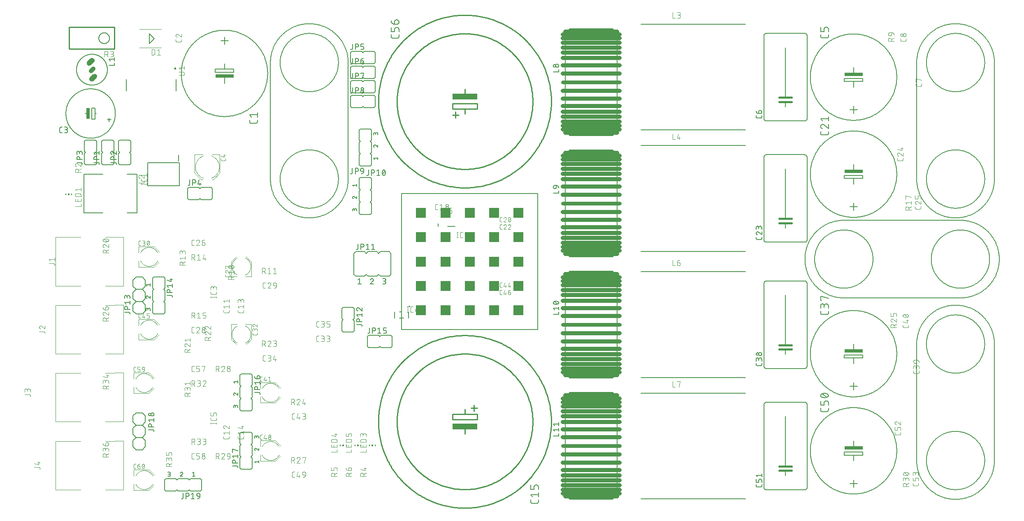
<source format=gbr>
G04 EAGLE Gerber RS-274X export*
G75*
%MOMM*%
%FSLAX34Y34*%
%LPD*%
%INSilkscreen Top*%
%IPPOS*%
%AMOC8*
5,1,8,0,0,1.08239X$1,22.5*%
G01*
%ADD10C,0.101600*%
%ADD11C,0.076200*%
%ADD12C,0.152400*%
%ADD13R,3.810000X0.635000*%
%ADD14C,0.177800*%
%ADD15C,0.406400*%
%ADD16C,0.127000*%
%ADD17C,0.254000*%
%ADD18R,5.080000X1.270000*%
%ADD19C,0.200000*%
%ADD20R,0.150000X0.300000*%
%ADD21R,0.300000X0.300000*%
%ADD22R,0.635000X2.286000*%
%ADD23C,0.203200*%
%ADD24C,0.812800*%
%ADD25C,0.100000*%
%ADD26C,0.100000*%
%ADD27C,0.762000*%
%ADD28R,2.000000X2.000000*%


D10*
X434906Y520108D02*
X432309Y520108D01*
X432210Y520110D01*
X432110Y520116D01*
X432011Y520125D01*
X431913Y520138D01*
X431815Y520155D01*
X431717Y520176D01*
X431621Y520201D01*
X431526Y520229D01*
X431432Y520261D01*
X431339Y520296D01*
X431247Y520335D01*
X431157Y520378D01*
X431069Y520423D01*
X430982Y520473D01*
X430898Y520525D01*
X430815Y520581D01*
X430735Y520639D01*
X430657Y520701D01*
X430582Y520766D01*
X430509Y520834D01*
X430439Y520904D01*
X430371Y520977D01*
X430306Y521052D01*
X430244Y521130D01*
X430186Y521210D01*
X430130Y521293D01*
X430078Y521377D01*
X430028Y521464D01*
X429983Y521552D01*
X429940Y521642D01*
X429901Y521734D01*
X429866Y521827D01*
X429834Y521921D01*
X429806Y522016D01*
X429781Y522112D01*
X429760Y522210D01*
X429743Y522308D01*
X429730Y522406D01*
X429721Y522505D01*
X429715Y522605D01*
X429713Y522704D01*
X429713Y529196D01*
X429715Y529295D01*
X429721Y529395D01*
X429730Y529494D01*
X429743Y529592D01*
X429760Y529690D01*
X429781Y529788D01*
X429806Y529884D01*
X429834Y529979D01*
X429866Y530073D01*
X429901Y530166D01*
X429940Y530258D01*
X429983Y530348D01*
X430028Y530436D01*
X430078Y530523D01*
X430130Y530607D01*
X430186Y530690D01*
X430244Y530770D01*
X430306Y530848D01*
X430371Y530923D01*
X430439Y530996D01*
X430509Y531066D01*
X430582Y531134D01*
X430657Y531199D01*
X430735Y531261D01*
X430815Y531319D01*
X430898Y531375D01*
X430982Y531427D01*
X431069Y531477D01*
X431157Y531522D01*
X431247Y531565D01*
X431339Y531604D01*
X431431Y531639D01*
X431526Y531671D01*
X431621Y531699D01*
X431717Y531724D01*
X431815Y531745D01*
X431913Y531762D01*
X432011Y531775D01*
X432110Y531784D01*
X432210Y531790D01*
X432309Y531792D01*
X434906Y531792D01*
X442841Y531792D02*
X442948Y531790D01*
X443054Y531784D01*
X443160Y531774D01*
X443266Y531761D01*
X443372Y531743D01*
X443476Y531722D01*
X443580Y531697D01*
X443683Y531668D01*
X443784Y531636D01*
X443884Y531599D01*
X443983Y531559D01*
X444081Y531516D01*
X444177Y531469D01*
X444271Y531418D01*
X444363Y531364D01*
X444453Y531307D01*
X444541Y531247D01*
X444626Y531183D01*
X444709Y531116D01*
X444790Y531046D01*
X444868Y530974D01*
X444944Y530898D01*
X445016Y530820D01*
X445086Y530739D01*
X445153Y530656D01*
X445217Y530571D01*
X445277Y530483D01*
X445334Y530393D01*
X445388Y530301D01*
X445439Y530207D01*
X445486Y530111D01*
X445529Y530013D01*
X445569Y529914D01*
X445606Y529814D01*
X445638Y529713D01*
X445667Y529610D01*
X445692Y529506D01*
X445713Y529402D01*
X445731Y529296D01*
X445744Y529190D01*
X445754Y529084D01*
X445760Y528978D01*
X445762Y528871D01*
X442841Y531792D02*
X442720Y531790D01*
X442599Y531784D01*
X442479Y531774D01*
X442358Y531761D01*
X442239Y531743D01*
X442119Y531722D01*
X442001Y531697D01*
X441884Y531668D01*
X441767Y531635D01*
X441652Y531599D01*
X441538Y531558D01*
X441425Y531515D01*
X441313Y531467D01*
X441204Y531416D01*
X441096Y531361D01*
X440989Y531303D01*
X440885Y531242D01*
X440783Y531177D01*
X440683Y531109D01*
X440585Y531038D01*
X440489Y530964D01*
X440396Y530887D01*
X440306Y530806D01*
X440218Y530723D01*
X440133Y530637D01*
X440050Y530548D01*
X439971Y530457D01*
X439894Y530363D01*
X439821Y530267D01*
X439751Y530169D01*
X439684Y530068D01*
X439620Y529965D01*
X439560Y529860D01*
X439503Y529753D01*
X439449Y529645D01*
X439399Y529535D01*
X439353Y529423D01*
X439310Y529310D01*
X439271Y529195D01*
X444789Y526599D02*
X444868Y526676D01*
X444944Y526757D01*
X445017Y526840D01*
X445087Y526925D01*
X445154Y527013D01*
X445218Y527103D01*
X445278Y527195D01*
X445335Y527290D01*
X445389Y527386D01*
X445440Y527484D01*
X445487Y527584D01*
X445531Y527686D01*
X445571Y527789D01*
X445607Y527893D01*
X445639Y527999D01*
X445668Y528105D01*
X445693Y528213D01*
X445715Y528321D01*
X445732Y528431D01*
X445746Y528540D01*
X445755Y528650D01*
X445761Y528761D01*
X445763Y528871D01*
X444788Y526599D02*
X439271Y520108D01*
X445762Y520108D01*
X453297Y525301D02*
X457192Y525301D01*
X453297Y525301D02*
X453198Y525303D01*
X453098Y525309D01*
X452999Y525318D01*
X452901Y525331D01*
X452803Y525348D01*
X452705Y525369D01*
X452609Y525394D01*
X452514Y525422D01*
X452420Y525454D01*
X452327Y525489D01*
X452235Y525528D01*
X452145Y525571D01*
X452057Y525616D01*
X451970Y525666D01*
X451886Y525718D01*
X451803Y525774D01*
X451723Y525832D01*
X451645Y525894D01*
X451570Y525959D01*
X451497Y526027D01*
X451427Y526097D01*
X451359Y526170D01*
X451294Y526245D01*
X451232Y526323D01*
X451174Y526403D01*
X451118Y526486D01*
X451066Y526570D01*
X451016Y526657D01*
X450971Y526745D01*
X450928Y526835D01*
X450889Y526927D01*
X450854Y527020D01*
X450822Y527114D01*
X450794Y527209D01*
X450769Y527305D01*
X450748Y527403D01*
X450731Y527501D01*
X450718Y527599D01*
X450709Y527698D01*
X450703Y527798D01*
X450701Y527897D01*
X450701Y528546D01*
X450700Y528546D02*
X450702Y528659D01*
X450708Y528772D01*
X450718Y528885D01*
X450732Y528998D01*
X450749Y529110D01*
X450771Y529221D01*
X450796Y529331D01*
X450826Y529441D01*
X450859Y529549D01*
X450896Y529656D01*
X450936Y529762D01*
X450981Y529866D01*
X451029Y529969D01*
X451080Y530070D01*
X451135Y530169D01*
X451193Y530266D01*
X451255Y530361D01*
X451320Y530454D01*
X451388Y530544D01*
X451459Y530632D01*
X451534Y530718D01*
X451611Y530801D01*
X451691Y530881D01*
X451774Y530958D01*
X451860Y531033D01*
X451948Y531104D01*
X452038Y531172D01*
X452131Y531237D01*
X452226Y531299D01*
X452323Y531357D01*
X452422Y531412D01*
X452523Y531463D01*
X452626Y531511D01*
X452730Y531556D01*
X452836Y531596D01*
X452943Y531633D01*
X453051Y531666D01*
X453161Y531696D01*
X453271Y531721D01*
X453382Y531743D01*
X453494Y531760D01*
X453607Y531774D01*
X453720Y531784D01*
X453833Y531790D01*
X453946Y531792D01*
X454059Y531790D01*
X454172Y531784D01*
X454285Y531774D01*
X454398Y531760D01*
X454510Y531743D01*
X454621Y531721D01*
X454731Y531696D01*
X454841Y531666D01*
X454949Y531633D01*
X455056Y531596D01*
X455162Y531556D01*
X455266Y531511D01*
X455369Y531463D01*
X455470Y531412D01*
X455569Y531357D01*
X455666Y531299D01*
X455761Y531237D01*
X455854Y531172D01*
X455944Y531104D01*
X456032Y531033D01*
X456118Y530958D01*
X456201Y530881D01*
X456281Y530801D01*
X456358Y530718D01*
X456433Y530632D01*
X456504Y530544D01*
X456572Y530454D01*
X456637Y530361D01*
X456699Y530266D01*
X456757Y530169D01*
X456812Y530070D01*
X456863Y529969D01*
X456911Y529866D01*
X456956Y529762D01*
X456996Y529656D01*
X457033Y529549D01*
X457066Y529441D01*
X457096Y529331D01*
X457121Y529221D01*
X457143Y529110D01*
X457160Y528998D01*
X457174Y528885D01*
X457184Y528772D01*
X457190Y528659D01*
X457192Y528546D01*
X457192Y525301D01*
X457190Y525158D01*
X457184Y525015D01*
X457174Y524872D01*
X457160Y524730D01*
X457143Y524588D01*
X457121Y524446D01*
X457096Y524305D01*
X457066Y524165D01*
X457033Y524026D01*
X456996Y523888D01*
X456955Y523751D01*
X456911Y523615D01*
X456862Y523480D01*
X456810Y523347D01*
X456755Y523215D01*
X456695Y523085D01*
X456632Y522956D01*
X456566Y522829D01*
X456496Y522704D01*
X456423Y522582D01*
X456346Y522461D01*
X456266Y522342D01*
X456183Y522226D01*
X456097Y522111D01*
X456008Y522000D01*
X455915Y521890D01*
X455820Y521784D01*
X455721Y521680D01*
X455620Y521579D01*
X455516Y521480D01*
X455410Y521385D01*
X455300Y521292D01*
X455189Y521203D01*
X455074Y521117D01*
X454958Y521034D01*
X454839Y520954D01*
X454718Y520877D01*
X454596Y520804D01*
X454471Y520734D01*
X454344Y520668D01*
X454215Y520605D01*
X454085Y520545D01*
X453953Y520490D01*
X453820Y520438D01*
X453685Y520389D01*
X453549Y520345D01*
X453412Y520304D01*
X453274Y520267D01*
X453135Y520234D01*
X452995Y520204D01*
X452854Y520179D01*
X452712Y520157D01*
X452570Y520140D01*
X452428Y520126D01*
X452285Y520116D01*
X452142Y520110D01*
X451999Y520108D01*
D11*
X919469Y521881D02*
X921558Y521881D01*
X919469Y521881D02*
X919380Y521883D01*
X919292Y521889D01*
X919204Y521898D01*
X919116Y521911D01*
X919029Y521928D01*
X918943Y521948D01*
X918858Y521973D01*
X918773Y522000D01*
X918690Y522032D01*
X918609Y522066D01*
X918529Y522105D01*
X918451Y522146D01*
X918374Y522191D01*
X918300Y522239D01*
X918227Y522290D01*
X918157Y522344D01*
X918090Y522402D01*
X918024Y522462D01*
X917962Y522524D01*
X917902Y522590D01*
X917844Y522657D01*
X917790Y522727D01*
X917739Y522800D01*
X917691Y522874D01*
X917646Y522951D01*
X917605Y523029D01*
X917566Y523109D01*
X917532Y523190D01*
X917500Y523273D01*
X917473Y523358D01*
X917448Y523443D01*
X917428Y523529D01*
X917411Y523616D01*
X917398Y523704D01*
X917389Y523792D01*
X917383Y523880D01*
X917381Y523969D01*
X917381Y529191D01*
X917383Y529282D01*
X917389Y529373D01*
X917399Y529464D01*
X917413Y529554D01*
X917430Y529643D01*
X917452Y529731D01*
X917478Y529819D01*
X917507Y529905D01*
X917540Y529990D01*
X917577Y530073D01*
X917617Y530155D01*
X917661Y530235D01*
X917708Y530313D01*
X917759Y530389D01*
X917812Y530462D01*
X917869Y530533D01*
X917930Y530602D01*
X917993Y530667D01*
X918058Y530730D01*
X918127Y530790D01*
X918198Y530848D01*
X918271Y530901D01*
X918347Y530952D01*
X918425Y530999D01*
X918505Y531043D01*
X918587Y531083D01*
X918670Y531120D01*
X918755Y531153D01*
X918841Y531182D01*
X918929Y531208D01*
X919017Y531230D01*
X919106Y531247D01*
X919196Y531261D01*
X919287Y531271D01*
X919378Y531277D01*
X919469Y531279D01*
X921558Y531279D01*
X927115Y531279D02*
X925027Y523969D01*
X930248Y523969D01*
X928681Y521881D02*
X928681Y526058D01*
X934171Y523969D02*
X936259Y531279D01*
X934171Y523969D02*
X939392Y523969D01*
X937825Y521881D02*
X937825Y526058D01*
X921558Y506881D02*
X919469Y506881D01*
X919380Y506883D01*
X919292Y506889D01*
X919204Y506898D01*
X919116Y506911D01*
X919029Y506928D01*
X918943Y506948D01*
X918858Y506973D01*
X918773Y507000D01*
X918690Y507032D01*
X918609Y507066D01*
X918529Y507105D01*
X918451Y507146D01*
X918374Y507191D01*
X918300Y507239D01*
X918227Y507290D01*
X918157Y507344D01*
X918090Y507402D01*
X918024Y507462D01*
X917962Y507524D01*
X917902Y507590D01*
X917844Y507657D01*
X917790Y507727D01*
X917739Y507800D01*
X917691Y507874D01*
X917646Y507951D01*
X917605Y508029D01*
X917566Y508109D01*
X917532Y508190D01*
X917500Y508273D01*
X917473Y508358D01*
X917448Y508443D01*
X917428Y508529D01*
X917411Y508616D01*
X917398Y508704D01*
X917389Y508792D01*
X917383Y508880D01*
X917381Y508969D01*
X917381Y514191D01*
X917383Y514282D01*
X917389Y514373D01*
X917399Y514464D01*
X917413Y514554D01*
X917430Y514643D01*
X917452Y514731D01*
X917478Y514819D01*
X917507Y514905D01*
X917540Y514990D01*
X917577Y515073D01*
X917617Y515155D01*
X917661Y515235D01*
X917708Y515313D01*
X917759Y515389D01*
X917812Y515462D01*
X917869Y515533D01*
X917930Y515602D01*
X917993Y515667D01*
X918058Y515730D01*
X918127Y515790D01*
X918198Y515848D01*
X918271Y515901D01*
X918347Y515952D01*
X918425Y515999D01*
X918505Y516043D01*
X918587Y516083D01*
X918670Y516120D01*
X918755Y516153D01*
X918841Y516182D01*
X918929Y516208D01*
X919017Y516230D01*
X919106Y516247D01*
X919196Y516261D01*
X919287Y516271D01*
X919378Y516277D01*
X919469Y516279D01*
X921558Y516279D01*
X927115Y516279D02*
X925027Y508969D01*
X930248Y508969D01*
X928681Y506881D02*
X928681Y511058D01*
X934171Y512102D02*
X937303Y512102D01*
X937392Y512100D01*
X937480Y512094D01*
X937568Y512085D01*
X937656Y512072D01*
X937743Y512055D01*
X937829Y512035D01*
X937914Y512010D01*
X937999Y511983D01*
X938082Y511951D01*
X938163Y511917D01*
X938243Y511878D01*
X938321Y511837D01*
X938398Y511792D01*
X938472Y511744D01*
X938545Y511693D01*
X938615Y511639D01*
X938682Y511581D01*
X938748Y511521D01*
X938810Y511459D01*
X938870Y511393D01*
X938928Y511326D01*
X938982Y511256D01*
X939033Y511183D01*
X939081Y511109D01*
X939126Y511032D01*
X939167Y510954D01*
X939206Y510874D01*
X939240Y510793D01*
X939272Y510710D01*
X939299Y510625D01*
X939324Y510540D01*
X939344Y510454D01*
X939361Y510367D01*
X939374Y510279D01*
X939383Y510191D01*
X939389Y510103D01*
X939391Y510014D01*
X939392Y510014D02*
X939392Y509492D01*
X939390Y509391D01*
X939384Y509290D01*
X939374Y509189D01*
X939361Y509089D01*
X939343Y508989D01*
X939322Y508890D01*
X939296Y508792D01*
X939267Y508695D01*
X939235Y508599D01*
X939198Y508505D01*
X939158Y508412D01*
X939114Y508320D01*
X939067Y508231D01*
X939016Y508143D01*
X938962Y508057D01*
X938905Y507974D01*
X938845Y507892D01*
X938781Y507814D01*
X938715Y507737D01*
X938645Y507664D01*
X938573Y507593D01*
X938498Y507525D01*
X938420Y507460D01*
X938340Y507398D01*
X938258Y507339D01*
X938173Y507283D01*
X938087Y507231D01*
X937998Y507182D01*
X937907Y507136D01*
X937815Y507095D01*
X937721Y507056D01*
X937626Y507022D01*
X937530Y506991D01*
X937432Y506964D01*
X937334Y506940D01*
X937234Y506921D01*
X937134Y506905D01*
X937034Y506893D01*
X936933Y506885D01*
X936832Y506881D01*
X936730Y506881D01*
X936629Y506885D01*
X936528Y506893D01*
X936428Y506905D01*
X936328Y506921D01*
X936228Y506940D01*
X936130Y506964D01*
X936032Y506991D01*
X935936Y507022D01*
X935841Y507056D01*
X935747Y507095D01*
X935655Y507136D01*
X935564Y507182D01*
X935476Y507231D01*
X935389Y507283D01*
X935304Y507339D01*
X935222Y507398D01*
X935142Y507460D01*
X935064Y507525D01*
X934989Y507593D01*
X934917Y507664D01*
X934847Y507737D01*
X934781Y507814D01*
X934717Y507892D01*
X934657Y507974D01*
X934600Y508057D01*
X934546Y508143D01*
X934495Y508231D01*
X934448Y508320D01*
X934404Y508412D01*
X934364Y508505D01*
X934327Y508599D01*
X934295Y508695D01*
X934266Y508792D01*
X934240Y508890D01*
X934219Y508989D01*
X934201Y509089D01*
X934188Y509189D01*
X934178Y509290D01*
X934172Y509391D01*
X934170Y509492D01*
X934171Y509492D02*
X934171Y512102D01*
X934173Y512231D01*
X934179Y512359D01*
X934189Y512487D01*
X934203Y512615D01*
X934220Y512743D01*
X934242Y512870D01*
X934268Y512996D01*
X934297Y513121D01*
X934330Y513245D01*
X934368Y513368D01*
X934408Y513490D01*
X934453Y513611D01*
X934501Y513730D01*
X934553Y513848D01*
X934609Y513964D01*
X934668Y514078D01*
X934731Y514190D01*
X934797Y514301D01*
X934866Y514409D01*
X934939Y514515D01*
X935015Y514619D01*
X935094Y514721D01*
X935176Y514820D01*
X935261Y514916D01*
X935349Y515010D01*
X935440Y515101D01*
X935534Y515189D01*
X935630Y515274D01*
X935729Y515356D01*
X935831Y515435D01*
X935935Y515511D01*
X936041Y515584D01*
X936149Y515653D01*
X936259Y515719D01*
X936372Y515782D01*
X936486Y515841D01*
X936602Y515897D01*
X936720Y515949D01*
X936839Y515997D01*
X936960Y516042D01*
X937082Y516082D01*
X937205Y516120D01*
X937329Y516153D01*
X937454Y516182D01*
X937580Y516208D01*
X937707Y516230D01*
X937835Y516247D01*
X937963Y516261D01*
X938091Y516271D01*
X938219Y516277D01*
X938348Y516279D01*
D12*
X1645000Y961350D02*
X1645000Y975320D01*
X1645000Y946110D02*
X1645000Y934680D01*
X1645000Y946110D02*
X1625950Y946110D01*
X1664050Y946110D02*
X1664050Y952460D01*
X1625950Y952460D01*
X1625950Y946110D01*
X1645000Y946110D02*
X1664050Y946110D01*
X1645000Y895310D02*
X1645000Y880070D01*
X1652620Y887690D02*
X1637380Y887690D01*
X1556100Y955000D02*
X1556127Y957182D01*
X1556207Y959362D01*
X1556341Y961540D01*
X1556528Y963714D01*
X1556769Y965882D01*
X1557062Y968044D01*
X1557409Y970199D01*
X1557808Y972344D01*
X1558260Y974478D01*
X1558764Y976601D01*
X1559320Y978711D01*
X1559928Y980806D01*
X1560587Y982886D01*
X1561297Y984950D01*
X1562057Y986995D01*
X1562867Y989021D01*
X1563727Y991026D01*
X1564635Y993010D01*
X1565592Y994970D01*
X1566597Y996907D01*
X1567649Y998819D01*
X1568748Y1000704D01*
X1569893Y1002561D01*
X1571082Y1004390D01*
X1572317Y1006189D01*
X1573595Y1007958D01*
X1574916Y1009694D01*
X1576279Y1011398D01*
X1577684Y1013067D01*
X1579129Y1014702D01*
X1580614Y1016300D01*
X1582138Y1017862D01*
X1583700Y1019386D01*
X1585298Y1020871D01*
X1586933Y1022316D01*
X1588602Y1023721D01*
X1590306Y1025084D01*
X1592042Y1026405D01*
X1593811Y1027683D01*
X1595610Y1028918D01*
X1597439Y1030107D01*
X1599296Y1031252D01*
X1601181Y1032351D01*
X1603093Y1033403D01*
X1605030Y1034408D01*
X1606990Y1035365D01*
X1608974Y1036273D01*
X1610979Y1037133D01*
X1613005Y1037943D01*
X1615050Y1038703D01*
X1617114Y1039413D01*
X1619194Y1040072D01*
X1621289Y1040680D01*
X1623399Y1041236D01*
X1625522Y1041740D01*
X1627656Y1042192D01*
X1629801Y1042591D01*
X1631956Y1042938D01*
X1634118Y1043231D01*
X1636286Y1043472D01*
X1638460Y1043659D01*
X1640638Y1043793D01*
X1642818Y1043873D01*
X1645000Y1043900D01*
X1647182Y1043873D01*
X1649362Y1043793D01*
X1651540Y1043659D01*
X1653714Y1043472D01*
X1655882Y1043231D01*
X1658044Y1042938D01*
X1660199Y1042591D01*
X1662344Y1042192D01*
X1664478Y1041740D01*
X1666601Y1041236D01*
X1668711Y1040680D01*
X1670806Y1040072D01*
X1672886Y1039413D01*
X1674950Y1038703D01*
X1676995Y1037943D01*
X1679021Y1037133D01*
X1681026Y1036273D01*
X1683010Y1035365D01*
X1684970Y1034408D01*
X1686907Y1033403D01*
X1688819Y1032351D01*
X1690704Y1031252D01*
X1692561Y1030107D01*
X1694390Y1028918D01*
X1696189Y1027683D01*
X1697958Y1026405D01*
X1699694Y1025084D01*
X1701398Y1023721D01*
X1703067Y1022316D01*
X1704702Y1020871D01*
X1706300Y1019386D01*
X1707862Y1017862D01*
X1709386Y1016300D01*
X1710871Y1014702D01*
X1712316Y1013067D01*
X1713721Y1011398D01*
X1715084Y1009694D01*
X1716405Y1007958D01*
X1717683Y1006189D01*
X1718918Y1004390D01*
X1720107Y1002561D01*
X1721252Y1000704D01*
X1722351Y998819D01*
X1723403Y996907D01*
X1724408Y994970D01*
X1725365Y993010D01*
X1726273Y991026D01*
X1727133Y989021D01*
X1727943Y986995D01*
X1728703Y984950D01*
X1729413Y982886D01*
X1730072Y980806D01*
X1730680Y978711D01*
X1731236Y976601D01*
X1731740Y974478D01*
X1732192Y972344D01*
X1732591Y970199D01*
X1732938Y968044D01*
X1733231Y965882D01*
X1733472Y963714D01*
X1733659Y961540D01*
X1733793Y959362D01*
X1733873Y957182D01*
X1733900Y955000D01*
X1733873Y952818D01*
X1733793Y950638D01*
X1733659Y948460D01*
X1733472Y946286D01*
X1733231Y944118D01*
X1732938Y941956D01*
X1732591Y939801D01*
X1732192Y937656D01*
X1731740Y935522D01*
X1731236Y933399D01*
X1730680Y931289D01*
X1730072Y929194D01*
X1729413Y927114D01*
X1728703Y925050D01*
X1727943Y923005D01*
X1727133Y920979D01*
X1726273Y918974D01*
X1725365Y916990D01*
X1724408Y915030D01*
X1723403Y913093D01*
X1722351Y911181D01*
X1721252Y909296D01*
X1720107Y907439D01*
X1718918Y905610D01*
X1717683Y903811D01*
X1716405Y902042D01*
X1715084Y900306D01*
X1713721Y898602D01*
X1712316Y896933D01*
X1710871Y895298D01*
X1709386Y893700D01*
X1707862Y892138D01*
X1706300Y890614D01*
X1704702Y889129D01*
X1703067Y887684D01*
X1701398Y886279D01*
X1699694Y884916D01*
X1697958Y883595D01*
X1696189Y882317D01*
X1694390Y881082D01*
X1692561Y879893D01*
X1690704Y878748D01*
X1688819Y877649D01*
X1686907Y876597D01*
X1684970Y875592D01*
X1683010Y874635D01*
X1681026Y873727D01*
X1679021Y872867D01*
X1676995Y872057D01*
X1674950Y871297D01*
X1672886Y870587D01*
X1670806Y869928D01*
X1668711Y869320D01*
X1666601Y868764D01*
X1664478Y868260D01*
X1662344Y867808D01*
X1660199Y867409D01*
X1658044Y867062D01*
X1655882Y866769D01*
X1653714Y866528D01*
X1651540Y866341D01*
X1649362Y866207D01*
X1647182Y866127D01*
X1645000Y866100D01*
X1642818Y866127D01*
X1640638Y866207D01*
X1638460Y866341D01*
X1636286Y866528D01*
X1634118Y866769D01*
X1631956Y867062D01*
X1629801Y867409D01*
X1627656Y867808D01*
X1625522Y868260D01*
X1623399Y868764D01*
X1621289Y869320D01*
X1619194Y869928D01*
X1617114Y870587D01*
X1615050Y871297D01*
X1613005Y872057D01*
X1610979Y872867D01*
X1608974Y873727D01*
X1606990Y874635D01*
X1605030Y875592D01*
X1603093Y876597D01*
X1601181Y877649D01*
X1599296Y878748D01*
X1597439Y879893D01*
X1595610Y881082D01*
X1593811Y882317D01*
X1592042Y883595D01*
X1590306Y884916D01*
X1588602Y886279D01*
X1586933Y887684D01*
X1585298Y889129D01*
X1583700Y890614D01*
X1582138Y892138D01*
X1580614Y893700D01*
X1579129Y895298D01*
X1577684Y896933D01*
X1576279Y898602D01*
X1574916Y900306D01*
X1573595Y902042D01*
X1572317Y903811D01*
X1571082Y905610D01*
X1569893Y907439D01*
X1568748Y909296D01*
X1567649Y911181D01*
X1566597Y913093D01*
X1565592Y915030D01*
X1564635Y916990D01*
X1563727Y918974D01*
X1562867Y920979D01*
X1562057Y923005D01*
X1561297Y925050D01*
X1560587Y927114D01*
X1559928Y929194D01*
X1559320Y931289D01*
X1558764Y933399D01*
X1558260Y935522D01*
X1557808Y937656D01*
X1557409Y939801D01*
X1557062Y941956D01*
X1556769Y944118D01*
X1556528Y946286D01*
X1556341Y948460D01*
X1556207Y950638D01*
X1556127Y952818D01*
X1556100Y955000D01*
D13*
X1645000Y960715D03*
D14*
X1593311Y1039455D02*
X1593311Y1043011D01*
X1593311Y1039455D02*
X1593309Y1039339D01*
X1593303Y1039222D01*
X1593294Y1039106D01*
X1593281Y1038991D01*
X1593264Y1038876D01*
X1593243Y1038761D01*
X1593218Y1038648D01*
X1593190Y1038535D01*
X1593158Y1038423D01*
X1593122Y1038312D01*
X1593083Y1038202D01*
X1593040Y1038094D01*
X1592994Y1037987D01*
X1592944Y1037882D01*
X1592891Y1037779D01*
X1592835Y1037677D01*
X1592775Y1037577D01*
X1592712Y1037479D01*
X1592645Y1037384D01*
X1592576Y1037290D01*
X1592504Y1037199D01*
X1592429Y1037110D01*
X1592350Y1037024D01*
X1592269Y1036941D01*
X1592186Y1036860D01*
X1592100Y1036781D01*
X1592011Y1036706D01*
X1591920Y1036634D01*
X1591826Y1036565D01*
X1591731Y1036498D01*
X1591633Y1036435D01*
X1591533Y1036375D01*
X1591431Y1036319D01*
X1591328Y1036266D01*
X1591223Y1036216D01*
X1591116Y1036170D01*
X1591008Y1036127D01*
X1590898Y1036088D01*
X1590787Y1036052D01*
X1590675Y1036020D01*
X1590562Y1035992D01*
X1590449Y1035967D01*
X1590334Y1035946D01*
X1590219Y1035929D01*
X1590104Y1035916D01*
X1589988Y1035907D01*
X1589871Y1035901D01*
X1589755Y1035899D01*
X1580865Y1035899D01*
X1580749Y1035901D01*
X1580632Y1035907D01*
X1580516Y1035916D01*
X1580401Y1035929D01*
X1580286Y1035946D01*
X1580171Y1035967D01*
X1580058Y1035992D01*
X1579945Y1036020D01*
X1579833Y1036052D01*
X1579722Y1036088D01*
X1579612Y1036127D01*
X1579504Y1036170D01*
X1579397Y1036216D01*
X1579292Y1036266D01*
X1579189Y1036319D01*
X1579087Y1036375D01*
X1578987Y1036435D01*
X1578889Y1036498D01*
X1578794Y1036565D01*
X1578700Y1036634D01*
X1578609Y1036706D01*
X1578520Y1036781D01*
X1578434Y1036860D01*
X1578351Y1036941D01*
X1578270Y1037024D01*
X1578191Y1037110D01*
X1578116Y1037199D01*
X1578044Y1037290D01*
X1577975Y1037384D01*
X1577908Y1037479D01*
X1577845Y1037577D01*
X1577785Y1037677D01*
X1577729Y1037779D01*
X1577676Y1037882D01*
X1577626Y1037987D01*
X1577580Y1038094D01*
X1577537Y1038202D01*
X1577498Y1038312D01*
X1577462Y1038423D01*
X1577430Y1038535D01*
X1577402Y1038648D01*
X1577377Y1038761D01*
X1577356Y1038876D01*
X1577339Y1038991D01*
X1577326Y1039106D01*
X1577317Y1039222D01*
X1577311Y1039339D01*
X1577309Y1039455D01*
X1577309Y1043011D01*
X1593311Y1048969D02*
X1593311Y1054303D01*
X1593309Y1054419D01*
X1593303Y1054536D01*
X1593294Y1054652D01*
X1593281Y1054767D01*
X1593264Y1054882D01*
X1593243Y1054997D01*
X1593218Y1055110D01*
X1593190Y1055223D01*
X1593158Y1055335D01*
X1593122Y1055446D01*
X1593083Y1055556D01*
X1593040Y1055664D01*
X1592994Y1055771D01*
X1592944Y1055876D01*
X1592891Y1055979D01*
X1592835Y1056081D01*
X1592775Y1056181D01*
X1592712Y1056279D01*
X1592645Y1056374D01*
X1592576Y1056468D01*
X1592504Y1056559D01*
X1592429Y1056648D01*
X1592350Y1056734D01*
X1592269Y1056817D01*
X1592186Y1056898D01*
X1592100Y1056977D01*
X1592011Y1057052D01*
X1591920Y1057124D01*
X1591826Y1057193D01*
X1591731Y1057260D01*
X1591633Y1057323D01*
X1591533Y1057383D01*
X1591431Y1057439D01*
X1591328Y1057492D01*
X1591223Y1057542D01*
X1591116Y1057588D01*
X1591008Y1057631D01*
X1590898Y1057670D01*
X1590787Y1057706D01*
X1590675Y1057738D01*
X1590562Y1057766D01*
X1590449Y1057791D01*
X1590334Y1057812D01*
X1590219Y1057829D01*
X1590104Y1057842D01*
X1589988Y1057851D01*
X1589871Y1057857D01*
X1589755Y1057859D01*
X1587977Y1057859D01*
X1587861Y1057857D01*
X1587744Y1057851D01*
X1587628Y1057842D01*
X1587513Y1057829D01*
X1587398Y1057812D01*
X1587283Y1057791D01*
X1587170Y1057766D01*
X1587057Y1057738D01*
X1586945Y1057706D01*
X1586834Y1057670D01*
X1586724Y1057631D01*
X1586616Y1057588D01*
X1586509Y1057542D01*
X1586404Y1057492D01*
X1586301Y1057439D01*
X1586199Y1057383D01*
X1586099Y1057323D01*
X1586001Y1057260D01*
X1585906Y1057193D01*
X1585812Y1057124D01*
X1585721Y1057052D01*
X1585632Y1056977D01*
X1585546Y1056898D01*
X1585463Y1056817D01*
X1585382Y1056734D01*
X1585303Y1056648D01*
X1585228Y1056559D01*
X1585156Y1056468D01*
X1585087Y1056374D01*
X1585020Y1056279D01*
X1584957Y1056181D01*
X1584897Y1056081D01*
X1584841Y1055979D01*
X1584788Y1055876D01*
X1584738Y1055771D01*
X1584692Y1055664D01*
X1584649Y1055556D01*
X1584610Y1055446D01*
X1584574Y1055335D01*
X1584542Y1055223D01*
X1584514Y1055110D01*
X1584489Y1054997D01*
X1584468Y1054882D01*
X1584451Y1054767D01*
X1584438Y1054652D01*
X1584429Y1054536D01*
X1584423Y1054419D01*
X1584421Y1054303D01*
X1584421Y1048969D01*
X1577309Y1048969D01*
X1577309Y1057859D01*
D15*
X1505000Y904200D02*
X1492300Y904200D01*
X1505000Y904200D02*
X1517700Y904200D01*
X1505000Y913090D02*
X1492300Y913090D01*
X1505000Y913090D02*
X1517700Y913090D01*
D12*
X1505000Y913090D02*
X1505000Y1015960D01*
X1505000Y904200D02*
X1505000Y894040D01*
X1465630Y1045170D02*
X1544370Y1045170D01*
X1549450Y1040090D02*
X1549450Y869910D01*
X1544370Y864830D02*
X1465630Y864830D01*
X1460550Y869910D02*
X1460550Y1040090D01*
X1460552Y1040230D01*
X1460558Y1040370D01*
X1460567Y1040510D01*
X1460581Y1040649D01*
X1460598Y1040788D01*
X1460619Y1040926D01*
X1460644Y1041064D01*
X1460673Y1041201D01*
X1460705Y1041337D01*
X1460742Y1041472D01*
X1460782Y1041606D01*
X1460825Y1041739D01*
X1460873Y1041871D01*
X1460923Y1042002D01*
X1460978Y1042131D01*
X1461036Y1042258D01*
X1461097Y1042384D01*
X1461162Y1042508D01*
X1461231Y1042630D01*
X1461302Y1042750D01*
X1461377Y1042868D01*
X1461455Y1042985D01*
X1461537Y1043099D01*
X1461621Y1043210D01*
X1461709Y1043319D01*
X1461799Y1043426D01*
X1461893Y1043531D01*
X1461989Y1043632D01*
X1462088Y1043731D01*
X1462189Y1043827D01*
X1462294Y1043921D01*
X1462401Y1044011D01*
X1462510Y1044099D01*
X1462621Y1044183D01*
X1462735Y1044265D01*
X1462852Y1044343D01*
X1462970Y1044418D01*
X1463090Y1044489D01*
X1463212Y1044558D01*
X1463336Y1044623D01*
X1463462Y1044684D01*
X1463589Y1044742D01*
X1463718Y1044797D01*
X1463849Y1044847D01*
X1463981Y1044895D01*
X1464114Y1044938D01*
X1464248Y1044978D01*
X1464383Y1045015D01*
X1464519Y1045047D01*
X1464656Y1045076D01*
X1464794Y1045101D01*
X1464932Y1045122D01*
X1465071Y1045139D01*
X1465210Y1045153D01*
X1465350Y1045162D01*
X1465490Y1045168D01*
X1465630Y1045170D01*
X1544370Y1045170D02*
X1544510Y1045168D01*
X1544650Y1045162D01*
X1544790Y1045153D01*
X1544929Y1045139D01*
X1545068Y1045122D01*
X1545206Y1045101D01*
X1545344Y1045076D01*
X1545481Y1045047D01*
X1545617Y1045015D01*
X1545752Y1044978D01*
X1545886Y1044938D01*
X1546019Y1044895D01*
X1546151Y1044847D01*
X1546282Y1044797D01*
X1546411Y1044742D01*
X1546538Y1044684D01*
X1546664Y1044623D01*
X1546788Y1044558D01*
X1546910Y1044489D01*
X1547030Y1044418D01*
X1547148Y1044343D01*
X1547265Y1044265D01*
X1547379Y1044183D01*
X1547490Y1044099D01*
X1547599Y1044011D01*
X1547706Y1043921D01*
X1547811Y1043827D01*
X1547912Y1043731D01*
X1548011Y1043632D01*
X1548107Y1043531D01*
X1548201Y1043426D01*
X1548291Y1043319D01*
X1548379Y1043210D01*
X1548463Y1043099D01*
X1548545Y1042985D01*
X1548623Y1042868D01*
X1548698Y1042750D01*
X1548769Y1042630D01*
X1548838Y1042508D01*
X1548903Y1042384D01*
X1548964Y1042258D01*
X1549022Y1042131D01*
X1549077Y1042002D01*
X1549127Y1041871D01*
X1549175Y1041739D01*
X1549218Y1041606D01*
X1549258Y1041472D01*
X1549295Y1041337D01*
X1549327Y1041201D01*
X1549356Y1041064D01*
X1549381Y1040926D01*
X1549402Y1040788D01*
X1549419Y1040649D01*
X1549433Y1040510D01*
X1549442Y1040370D01*
X1549448Y1040230D01*
X1549450Y1040090D01*
X1549450Y869910D02*
X1549448Y869770D01*
X1549442Y869630D01*
X1549433Y869490D01*
X1549419Y869351D01*
X1549402Y869212D01*
X1549381Y869074D01*
X1549356Y868936D01*
X1549327Y868799D01*
X1549295Y868663D01*
X1549258Y868528D01*
X1549218Y868394D01*
X1549175Y868261D01*
X1549127Y868129D01*
X1549077Y867998D01*
X1549022Y867869D01*
X1548964Y867742D01*
X1548903Y867616D01*
X1548838Y867492D01*
X1548769Y867370D01*
X1548698Y867250D01*
X1548623Y867132D01*
X1548545Y867015D01*
X1548463Y866901D01*
X1548379Y866790D01*
X1548291Y866681D01*
X1548201Y866574D01*
X1548107Y866469D01*
X1548011Y866368D01*
X1547912Y866269D01*
X1547811Y866173D01*
X1547706Y866079D01*
X1547599Y865989D01*
X1547490Y865901D01*
X1547379Y865817D01*
X1547265Y865735D01*
X1547148Y865657D01*
X1547030Y865582D01*
X1546910Y865511D01*
X1546788Y865442D01*
X1546664Y865377D01*
X1546538Y865316D01*
X1546411Y865258D01*
X1546282Y865203D01*
X1546151Y865153D01*
X1546019Y865105D01*
X1545886Y865062D01*
X1545752Y865022D01*
X1545617Y864985D01*
X1545481Y864953D01*
X1545344Y864924D01*
X1545206Y864899D01*
X1545068Y864878D01*
X1544929Y864861D01*
X1544790Y864847D01*
X1544650Y864838D01*
X1544510Y864832D01*
X1544370Y864830D01*
X1465630Y864830D02*
X1465490Y864832D01*
X1465350Y864838D01*
X1465210Y864847D01*
X1465071Y864861D01*
X1464932Y864878D01*
X1464794Y864899D01*
X1464656Y864924D01*
X1464519Y864953D01*
X1464383Y864985D01*
X1464248Y865022D01*
X1464114Y865062D01*
X1463981Y865105D01*
X1463849Y865153D01*
X1463718Y865203D01*
X1463589Y865258D01*
X1463462Y865316D01*
X1463336Y865377D01*
X1463212Y865442D01*
X1463090Y865511D01*
X1462970Y865582D01*
X1462852Y865657D01*
X1462735Y865735D01*
X1462621Y865817D01*
X1462510Y865901D01*
X1462401Y865989D01*
X1462294Y866079D01*
X1462189Y866173D01*
X1462088Y866269D01*
X1461989Y866368D01*
X1461893Y866469D01*
X1461799Y866574D01*
X1461709Y866681D01*
X1461621Y866790D01*
X1461537Y866901D01*
X1461455Y867015D01*
X1461377Y867132D01*
X1461302Y867250D01*
X1461231Y867370D01*
X1461162Y867492D01*
X1461097Y867616D01*
X1461036Y867742D01*
X1460978Y867869D01*
X1460923Y867998D01*
X1460873Y868129D01*
X1460825Y868261D01*
X1460782Y868394D01*
X1460742Y868528D01*
X1460705Y868663D01*
X1460673Y868799D01*
X1460644Y868936D01*
X1460619Y869074D01*
X1460598Y869212D01*
X1460581Y869351D01*
X1460567Y869490D01*
X1460558Y869630D01*
X1460552Y869770D01*
X1460550Y869910D01*
D16*
X1456105Y873085D02*
X1456105Y875625D01*
X1456105Y873085D02*
X1456103Y872985D01*
X1456097Y872886D01*
X1456087Y872786D01*
X1456074Y872688D01*
X1456056Y872589D01*
X1456035Y872492D01*
X1456010Y872396D01*
X1455981Y872300D01*
X1455948Y872206D01*
X1455912Y872113D01*
X1455872Y872022D01*
X1455828Y871932D01*
X1455781Y871844D01*
X1455731Y871758D01*
X1455677Y871674D01*
X1455620Y871592D01*
X1455560Y871513D01*
X1455496Y871435D01*
X1455430Y871361D01*
X1455361Y871289D01*
X1455289Y871220D01*
X1455215Y871154D01*
X1455137Y871090D01*
X1455058Y871030D01*
X1454976Y870973D01*
X1454892Y870919D01*
X1454806Y870869D01*
X1454718Y870822D01*
X1454628Y870778D01*
X1454537Y870738D01*
X1454444Y870702D01*
X1454350Y870669D01*
X1454254Y870640D01*
X1454158Y870615D01*
X1454061Y870594D01*
X1453962Y870576D01*
X1453864Y870563D01*
X1453764Y870553D01*
X1453665Y870547D01*
X1453565Y870545D01*
X1447215Y870545D01*
X1447115Y870547D01*
X1447016Y870553D01*
X1446916Y870563D01*
X1446818Y870576D01*
X1446719Y870594D01*
X1446622Y870615D01*
X1446526Y870640D01*
X1446430Y870669D01*
X1446336Y870702D01*
X1446243Y870738D01*
X1446152Y870778D01*
X1446062Y870822D01*
X1445974Y870869D01*
X1445888Y870919D01*
X1445804Y870973D01*
X1445722Y871030D01*
X1445643Y871090D01*
X1445565Y871154D01*
X1445491Y871220D01*
X1445419Y871289D01*
X1445350Y871361D01*
X1445284Y871435D01*
X1445220Y871513D01*
X1445160Y871592D01*
X1445103Y871674D01*
X1445049Y871758D01*
X1444999Y871844D01*
X1444952Y871932D01*
X1444908Y872022D01*
X1444868Y872113D01*
X1444832Y872206D01*
X1444799Y872300D01*
X1444770Y872396D01*
X1444745Y872492D01*
X1444724Y872589D01*
X1444706Y872688D01*
X1444693Y872786D01*
X1444683Y872886D01*
X1444677Y872985D01*
X1444675Y873085D01*
X1444675Y875625D01*
X1449755Y880107D02*
X1449755Y883917D01*
X1449757Y884017D01*
X1449763Y884116D01*
X1449773Y884216D01*
X1449786Y884314D01*
X1449804Y884413D01*
X1449825Y884510D01*
X1449850Y884606D01*
X1449879Y884702D01*
X1449912Y884796D01*
X1449948Y884889D01*
X1449988Y884980D01*
X1450032Y885070D01*
X1450079Y885158D01*
X1450129Y885244D01*
X1450183Y885328D01*
X1450240Y885410D01*
X1450300Y885489D01*
X1450364Y885567D01*
X1450430Y885641D01*
X1450499Y885713D01*
X1450571Y885782D01*
X1450645Y885848D01*
X1450723Y885912D01*
X1450802Y885972D01*
X1450884Y886029D01*
X1450968Y886083D01*
X1451054Y886133D01*
X1451142Y886180D01*
X1451232Y886224D01*
X1451323Y886264D01*
X1451416Y886300D01*
X1451510Y886333D01*
X1451606Y886362D01*
X1451702Y886387D01*
X1451799Y886408D01*
X1451898Y886426D01*
X1451996Y886439D01*
X1452096Y886449D01*
X1452195Y886455D01*
X1452295Y886457D01*
X1452930Y886457D01*
X1453041Y886455D01*
X1453151Y886449D01*
X1453262Y886440D01*
X1453372Y886426D01*
X1453481Y886409D01*
X1453590Y886388D01*
X1453698Y886363D01*
X1453805Y886334D01*
X1453911Y886302D01*
X1454016Y886266D01*
X1454119Y886226D01*
X1454221Y886183D01*
X1454322Y886136D01*
X1454421Y886085D01*
X1454518Y886032D01*
X1454612Y885975D01*
X1454705Y885914D01*
X1454796Y885851D01*
X1454885Y885784D01*
X1454971Y885714D01*
X1455054Y885641D01*
X1455136Y885566D01*
X1455214Y885488D01*
X1455289Y885406D01*
X1455362Y885323D01*
X1455432Y885237D01*
X1455499Y885148D01*
X1455562Y885057D01*
X1455623Y884964D01*
X1455680Y884869D01*
X1455733Y884773D01*
X1455784Y884674D01*
X1455831Y884573D01*
X1455874Y884471D01*
X1455914Y884368D01*
X1455950Y884263D01*
X1455982Y884157D01*
X1456011Y884050D01*
X1456036Y883942D01*
X1456057Y883833D01*
X1456074Y883724D01*
X1456088Y883614D01*
X1456097Y883503D01*
X1456103Y883393D01*
X1456105Y883282D01*
X1456103Y883171D01*
X1456097Y883061D01*
X1456088Y882950D01*
X1456074Y882840D01*
X1456057Y882731D01*
X1456036Y882622D01*
X1456011Y882514D01*
X1455982Y882407D01*
X1455950Y882301D01*
X1455914Y882196D01*
X1455874Y882093D01*
X1455831Y881991D01*
X1455784Y881890D01*
X1455733Y881791D01*
X1455680Y881695D01*
X1455623Y881600D01*
X1455562Y881507D01*
X1455499Y881416D01*
X1455432Y881327D01*
X1455362Y881241D01*
X1455289Y881158D01*
X1455214Y881076D01*
X1455136Y880998D01*
X1455054Y880923D01*
X1454971Y880850D01*
X1454885Y880780D01*
X1454796Y880713D01*
X1454705Y880650D01*
X1454612Y880589D01*
X1454518Y880532D01*
X1454421Y880479D01*
X1454322Y880428D01*
X1454221Y880381D01*
X1454119Y880338D01*
X1454016Y880298D01*
X1453911Y880262D01*
X1453805Y880230D01*
X1453698Y880201D01*
X1453590Y880176D01*
X1453481Y880155D01*
X1453372Y880138D01*
X1453262Y880124D01*
X1453151Y880115D01*
X1453041Y880109D01*
X1452930Y880107D01*
X1449755Y880107D01*
X1449615Y880109D01*
X1449475Y880115D01*
X1449335Y880124D01*
X1449196Y880138D01*
X1449057Y880155D01*
X1448919Y880176D01*
X1448781Y880201D01*
X1448644Y880230D01*
X1448508Y880262D01*
X1448373Y880299D01*
X1448239Y880339D01*
X1448106Y880382D01*
X1447974Y880430D01*
X1447843Y880480D01*
X1447714Y880535D01*
X1447587Y880593D01*
X1447461Y880654D01*
X1447337Y880719D01*
X1447215Y880788D01*
X1447095Y880859D01*
X1446977Y880934D01*
X1446860Y881012D01*
X1446746Y881094D01*
X1446635Y881178D01*
X1446526Y881266D01*
X1446419Y881356D01*
X1446314Y881450D01*
X1446213Y881546D01*
X1446114Y881645D01*
X1446018Y881746D01*
X1445924Y881851D01*
X1445834Y881958D01*
X1445746Y882067D01*
X1445662Y882178D01*
X1445580Y882292D01*
X1445502Y882409D01*
X1445427Y882527D01*
X1445356Y882647D01*
X1445287Y882769D01*
X1445222Y882893D01*
X1445161Y883019D01*
X1445103Y883146D01*
X1445048Y883275D01*
X1444998Y883406D01*
X1444950Y883538D01*
X1444907Y883671D01*
X1444867Y883805D01*
X1444830Y883940D01*
X1444798Y884076D01*
X1444769Y884213D01*
X1444744Y884351D01*
X1444723Y884489D01*
X1444706Y884628D01*
X1444692Y884767D01*
X1444683Y884907D01*
X1444677Y885047D01*
X1444675Y885187D01*
D10*
X1784892Y938739D02*
X1784892Y941336D01*
X1784892Y938739D02*
X1784890Y938640D01*
X1784884Y938540D01*
X1784875Y938441D01*
X1784862Y938343D01*
X1784845Y938245D01*
X1784824Y938147D01*
X1784799Y938051D01*
X1784771Y937956D01*
X1784739Y937862D01*
X1784704Y937769D01*
X1784665Y937677D01*
X1784622Y937587D01*
X1784577Y937499D01*
X1784527Y937412D01*
X1784475Y937328D01*
X1784419Y937245D01*
X1784361Y937165D01*
X1784299Y937087D01*
X1784234Y937012D01*
X1784166Y936939D01*
X1784096Y936869D01*
X1784023Y936801D01*
X1783948Y936736D01*
X1783870Y936674D01*
X1783790Y936616D01*
X1783707Y936560D01*
X1783623Y936508D01*
X1783536Y936458D01*
X1783448Y936413D01*
X1783358Y936370D01*
X1783266Y936331D01*
X1783173Y936296D01*
X1783079Y936264D01*
X1782984Y936236D01*
X1782888Y936211D01*
X1782790Y936190D01*
X1782692Y936173D01*
X1782594Y936160D01*
X1782495Y936151D01*
X1782395Y936145D01*
X1782296Y936143D01*
X1775804Y936143D01*
X1775804Y936142D02*
X1775705Y936144D01*
X1775605Y936150D01*
X1775506Y936159D01*
X1775408Y936172D01*
X1775310Y936190D01*
X1775212Y936210D01*
X1775116Y936235D01*
X1775020Y936263D01*
X1774926Y936295D01*
X1774833Y936330D01*
X1774742Y936369D01*
X1774652Y936412D01*
X1774563Y936457D01*
X1774477Y936507D01*
X1774392Y936559D01*
X1774310Y936615D01*
X1774230Y936674D01*
X1774152Y936735D01*
X1774076Y936800D01*
X1774003Y936868D01*
X1773933Y936938D01*
X1773865Y937011D01*
X1773800Y937087D01*
X1773739Y937165D01*
X1773680Y937245D01*
X1773624Y937327D01*
X1773572Y937412D01*
X1773523Y937498D01*
X1773477Y937587D01*
X1773434Y937677D01*
X1773395Y937768D01*
X1773360Y937861D01*
X1773328Y937955D01*
X1773300Y938051D01*
X1773275Y938147D01*
X1773255Y938245D01*
X1773237Y938343D01*
X1773224Y938441D01*
X1773215Y938540D01*
X1773209Y938639D01*
X1773207Y938739D01*
X1773208Y938739D02*
X1773208Y941336D01*
X1773208Y945701D02*
X1774506Y945701D01*
X1773208Y945701D02*
X1773208Y952192D01*
X1784892Y948946D01*
X1753142Y1031754D02*
X1753142Y1034351D01*
X1753142Y1031754D02*
X1753140Y1031655D01*
X1753134Y1031555D01*
X1753125Y1031456D01*
X1753112Y1031358D01*
X1753095Y1031260D01*
X1753074Y1031162D01*
X1753049Y1031066D01*
X1753021Y1030971D01*
X1752989Y1030877D01*
X1752954Y1030784D01*
X1752915Y1030692D01*
X1752872Y1030602D01*
X1752827Y1030514D01*
X1752777Y1030427D01*
X1752725Y1030343D01*
X1752669Y1030260D01*
X1752611Y1030180D01*
X1752549Y1030102D01*
X1752484Y1030027D01*
X1752416Y1029954D01*
X1752346Y1029884D01*
X1752273Y1029816D01*
X1752198Y1029751D01*
X1752120Y1029689D01*
X1752040Y1029631D01*
X1751957Y1029575D01*
X1751873Y1029523D01*
X1751786Y1029473D01*
X1751698Y1029428D01*
X1751608Y1029385D01*
X1751516Y1029346D01*
X1751423Y1029311D01*
X1751329Y1029279D01*
X1751234Y1029251D01*
X1751138Y1029226D01*
X1751040Y1029205D01*
X1750942Y1029188D01*
X1750844Y1029175D01*
X1750745Y1029166D01*
X1750645Y1029160D01*
X1750546Y1029158D01*
X1744054Y1029158D01*
X1743955Y1029160D01*
X1743855Y1029166D01*
X1743756Y1029175D01*
X1743658Y1029188D01*
X1743560Y1029206D01*
X1743462Y1029226D01*
X1743366Y1029251D01*
X1743270Y1029279D01*
X1743176Y1029311D01*
X1743083Y1029346D01*
X1742992Y1029385D01*
X1742902Y1029428D01*
X1742813Y1029473D01*
X1742727Y1029523D01*
X1742642Y1029575D01*
X1742560Y1029631D01*
X1742480Y1029690D01*
X1742402Y1029751D01*
X1742326Y1029816D01*
X1742253Y1029884D01*
X1742183Y1029954D01*
X1742115Y1030027D01*
X1742050Y1030103D01*
X1741989Y1030181D01*
X1741930Y1030261D01*
X1741874Y1030343D01*
X1741822Y1030428D01*
X1741773Y1030514D01*
X1741727Y1030603D01*
X1741684Y1030693D01*
X1741645Y1030784D01*
X1741610Y1030877D01*
X1741578Y1030971D01*
X1741550Y1031067D01*
X1741525Y1031163D01*
X1741505Y1031261D01*
X1741487Y1031359D01*
X1741474Y1031457D01*
X1741465Y1031556D01*
X1741459Y1031655D01*
X1741457Y1031755D01*
X1741458Y1031754D02*
X1741458Y1034351D01*
X1749896Y1038716D02*
X1749783Y1038718D01*
X1749670Y1038724D01*
X1749557Y1038734D01*
X1749444Y1038748D01*
X1749332Y1038765D01*
X1749221Y1038787D01*
X1749111Y1038812D01*
X1749001Y1038842D01*
X1748893Y1038875D01*
X1748786Y1038912D01*
X1748680Y1038952D01*
X1748576Y1038997D01*
X1748473Y1039045D01*
X1748372Y1039096D01*
X1748273Y1039151D01*
X1748176Y1039209D01*
X1748081Y1039271D01*
X1747988Y1039336D01*
X1747898Y1039404D01*
X1747810Y1039475D01*
X1747724Y1039550D01*
X1747641Y1039627D01*
X1747561Y1039707D01*
X1747484Y1039790D01*
X1747409Y1039876D01*
X1747338Y1039964D01*
X1747270Y1040054D01*
X1747205Y1040147D01*
X1747143Y1040242D01*
X1747085Y1040339D01*
X1747030Y1040438D01*
X1746979Y1040539D01*
X1746931Y1040642D01*
X1746886Y1040746D01*
X1746846Y1040852D01*
X1746809Y1040959D01*
X1746776Y1041067D01*
X1746746Y1041177D01*
X1746721Y1041287D01*
X1746699Y1041398D01*
X1746682Y1041510D01*
X1746668Y1041623D01*
X1746658Y1041736D01*
X1746652Y1041849D01*
X1746650Y1041962D01*
X1746652Y1042075D01*
X1746658Y1042188D01*
X1746668Y1042301D01*
X1746682Y1042414D01*
X1746699Y1042526D01*
X1746721Y1042637D01*
X1746746Y1042747D01*
X1746776Y1042857D01*
X1746809Y1042965D01*
X1746846Y1043072D01*
X1746886Y1043178D01*
X1746931Y1043282D01*
X1746979Y1043385D01*
X1747030Y1043486D01*
X1747085Y1043585D01*
X1747143Y1043682D01*
X1747205Y1043777D01*
X1747270Y1043870D01*
X1747338Y1043960D01*
X1747409Y1044048D01*
X1747484Y1044134D01*
X1747561Y1044217D01*
X1747641Y1044297D01*
X1747724Y1044374D01*
X1747810Y1044449D01*
X1747898Y1044520D01*
X1747988Y1044588D01*
X1748081Y1044653D01*
X1748176Y1044715D01*
X1748273Y1044773D01*
X1748372Y1044828D01*
X1748473Y1044879D01*
X1748576Y1044927D01*
X1748680Y1044972D01*
X1748786Y1045012D01*
X1748893Y1045049D01*
X1749001Y1045082D01*
X1749111Y1045112D01*
X1749221Y1045137D01*
X1749332Y1045159D01*
X1749444Y1045176D01*
X1749557Y1045190D01*
X1749670Y1045200D01*
X1749783Y1045206D01*
X1749896Y1045208D01*
X1750009Y1045206D01*
X1750122Y1045200D01*
X1750235Y1045190D01*
X1750348Y1045176D01*
X1750460Y1045159D01*
X1750571Y1045137D01*
X1750681Y1045112D01*
X1750791Y1045082D01*
X1750899Y1045049D01*
X1751006Y1045012D01*
X1751112Y1044972D01*
X1751216Y1044927D01*
X1751319Y1044879D01*
X1751420Y1044828D01*
X1751519Y1044773D01*
X1751616Y1044715D01*
X1751711Y1044653D01*
X1751804Y1044588D01*
X1751894Y1044520D01*
X1751982Y1044449D01*
X1752068Y1044374D01*
X1752151Y1044297D01*
X1752231Y1044217D01*
X1752308Y1044134D01*
X1752383Y1044048D01*
X1752454Y1043960D01*
X1752522Y1043870D01*
X1752587Y1043777D01*
X1752649Y1043682D01*
X1752707Y1043585D01*
X1752762Y1043486D01*
X1752813Y1043385D01*
X1752861Y1043282D01*
X1752906Y1043178D01*
X1752946Y1043072D01*
X1752983Y1042965D01*
X1753016Y1042857D01*
X1753046Y1042747D01*
X1753071Y1042637D01*
X1753093Y1042526D01*
X1753110Y1042414D01*
X1753124Y1042301D01*
X1753134Y1042188D01*
X1753140Y1042075D01*
X1753142Y1041962D01*
X1753140Y1041849D01*
X1753134Y1041736D01*
X1753124Y1041623D01*
X1753110Y1041510D01*
X1753093Y1041398D01*
X1753071Y1041287D01*
X1753046Y1041177D01*
X1753016Y1041067D01*
X1752983Y1040959D01*
X1752946Y1040852D01*
X1752906Y1040746D01*
X1752861Y1040642D01*
X1752813Y1040539D01*
X1752762Y1040438D01*
X1752707Y1040339D01*
X1752649Y1040242D01*
X1752587Y1040147D01*
X1752522Y1040054D01*
X1752454Y1039964D01*
X1752383Y1039876D01*
X1752308Y1039790D01*
X1752231Y1039707D01*
X1752151Y1039627D01*
X1752068Y1039550D01*
X1751982Y1039475D01*
X1751894Y1039404D01*
X1751804Y1039336D01*
X1751711Y1039271D01*
X1751616Y1039209D01*
X1751519Y1039151D01*
X1751420Y1039096D01*
X1751319Y1039045D01*
X1751216Y1038997D01*
X1751112Y1038952D01*
X1751006Y1038912D01*
X1750899Y1038875D01*
X1750791Y1038842D01*
X1750681Y1038812D01*
X1750571Y1038787D01*
X1750460Y1038765D01*
X1750348Y1038748D01*
X1750235Y1038734D01*
X1750122Y1038724D01*
X1750009Y1038718D01*
X1749896Y1038716D01*
X1744054Y1039366D02*
X1743953Y1039368D01*
X1743853Y1039374D01*
X1743753Y1039384D01*
X1743653Y1039397D01*
X1743554Y1039415D01*
X1743455Y1039436D01*
X1743358Y1039461D01*
X1743261Y1039490D01*
X1743166Y1039523D01*
X1743072Y1039559D01*
X1742980Y1039599D01*
X1742889Y1039642D01*
X1742800Y1039689D01*
X1742713Y1039739D01*
X1742627Y1039793D01*
X1742544Y1039850D01*
X1742464Y1039910D01*
X1742385Y1039973D01*
X1742309Y1040040D01*
X1742236Y1040109D01*
X1742166Y1040181D01*
X1742098Y1040255D01*
X1742033Y1040332D01*
X1741972Y1040412D01*
X1741913Y1040494D01*
X1741858Y1040578D01*
X1741806Y1040664D01*
X1741757Y1040752D01*
X1741712Y1040842D01*
X1741670Y1040934D01*
X1741632Y1041027D01*
X1741598Y1041122D01*
X1741567Y1041217D01*
X1741540Y1041314D01*
X1741517Y1041412D01*
X1741497Y1041511D01*
X1741482Y1041611D01*
X1741470Y1041711D01*
X1741462Y1041811D01*
X1741458Y1041912D01*
X1741458Y1042012D01*
X1741462Y1042113D01*
X1741470Y1042213D01*
X1741482Y1042313D01*
X1741497Y1042413D01*
X1741517Y1042512D01*
X1741540Y1042610D01*
X1741567Y1042707D01*
X1741598Y1042802D01*
X1741632Y1042897D01*
X1741670Y1042990D01*
X1741712Y1043082D01*
X1741757Y1043172D01*
X1741806Y1043260D01*
X1741858Y1043346D01*
X1741913Y1043430D01*
X1741972Y1043512D01*
X1742033Y1043592D01*
X1742098Y1043669D01*
X1742166Y1043743D01*
X1742236Y1043815D01*
X1742309Y1043884D01*
X1742385Y1043951D01*
X1742464Y1044014D01*
X1742544Y1044074D01*
X1742627Y1044131D01*
X1742713Y1044185D01*
X1742800Y1044235D01*
X1742889Y1044282D01*
X1742980Y1044325D01*
X1743072Y1044365D01*
X1743166Y1044401D01*
X1743261Y1044434D01*
X1743358Y1044463D01*
X1743455Y1044488D01*
X1743554Y1044509D01*
X1743653Y1044527D01*
X1743753Y1044540D01*
X1743853Y1044550D01*
X1743953Y1044556D01*
X1744054Y1044558D01*
X1744155Y1044556D01*
X1744255Y1044550D01*
X1744355Y1044540D01*
X1744455Y1044527D01*
X1744554Y1044509D01*
X1744653Y1044488D01*
X1744750Y1044463D01*
X1744847Y1044434D01*
X1744942Y1044401D01*
X1745036Y1044365D01*
X1745128Y1044325D01*
X1745219Y1044282D01*
X1745308Y1044235D01*
X1745395Y1044185D01*
X1745481Y1044131D01*
X1745564Y1044074D01*
X1745644Y1044014D01*
X1745723Y1043951D01*
X1745799Y1043884D01*
X1745872Y1043815D01*
X1745942Y1043743D01*
X1746010Y1043669D01*
X1746075Y1043592D01*
X1746136Y1043512D01*
X1746195Y1043430D01*
X1746250Y1043346D01*
X1746302Y1043260D01*
X1746351Y1043172D01*
X1746396Y1043082D01*
X1746438Y1042990D01*
X1746476Y1042897D01*
X1746510Y1042802D01*
X1746541Y1042707D01*
X1746568Y1042610D01*
X1746591Y1042512D01*
X1746611Y1042413D01*
X1746626Y1042313D01*
X1746638Y1042213D01*
X1746646Y1042113D01*
X1746650Y1042012D01*
X1746650Y1041912D01*
X1746646Y1041811D01*
X1746638Y1041711D01*
X1746626Y1041611D01*
X1746611Y1041511D01*
X1746591Y1041412D01*
X1746568Y1041314D01*
X1746541Y1041217D01*
X1746510Y1041122D01*
X1746476Y1041027D01*
X1746438Y1040934D01*
X1746396Y1040842D01*
X1746351Y1040752D01*
X1746302Y1040664D01*
X1746250Y1040578D01*
X1746195Y1040494D01*
X1746136Y1040412D01*
X1746075Y1040332D01*
X1746010Y1040255D01*
X1745942Y1040181D01*
X1745872Y1040109D01*
X1745799Y1040040D01*
X1745723Y1039973D01*
X1745644Y1039910D01*
X1745564Y1039850D01*
X1745481Y1039793D01*
X1745395Y1039739D01*
X1745308Y1039689D01*
X1745219Y1039642D01*
X1745128Y1039599D01*
X1745036Y1039559D01*
X1744942Y1039523D01*
X1744847Y1039490D01*
X1744750Y1039461D01*
X1744653Y1039436D01*
X1744554Y1039415D01*
X1744455Y1039397D01*
X1744355Y1039384D01*
X1744255Y1039374D01*
X1744155Y1039368D01*
X1744054Y1039366D01*
D12*
X1645000Y775320D02*
X1645000Y761350D01*
X1645000Y746110D02*
X1645000Y734680D01*
X1645000Y746110D02*
X1625950Y746110D01*
X1664050Y746110D02*
X1664050Y752460D01*
X1625950Y752460D01*
X1625950Y746110D01*
X1645000Y746110D02*
X1664050Y746110D01*
X1645000Y695310D02*
X1645000Y680070D01*
X1652620Y687690D02*
X1637380Y687690D01*
X1556100Y755000D02*
X1556127Y757182D01*
X1556207Y759362D01*
X1556341Y761540D01*
X1556528Y763714D01*
X1556769Y765882D01*
X1557062Y768044D01*
X1557409Y770199D01*
X1557808Y772344D01*
X1558260Y774478D01*
X1558764Y776601D01*
X1559320Y778711D01*
X1559928Y780806D01*
X1560587Y782886D01*
X1561297Y784950D01*
X1562057Y786995D01*
X1562867Y789021D01*
X1563727Y791026D01*
X1564635Y793010D01*
X1565592Y794970D01*
X1566597Y796907D01*
X1567649Y798819D01*
X1568748Y800704D01*
X1569893Y802561D01*
X1571082Y804390D01*
X1572317Y806189D01*
X1573595Y807958D01*
X1574916Y809694D01*
X1576279Y811398D01*
X1577684Y813067D01*
X1579129Y814702D01*
X1580614Y816300D01*
X1582138Y817862D01*
X1583700Y819386D01*
X1585298Y820871D01*
X1586933Y822316D01*
X1588602Y823721D01*
X1590306Y825084D01*
X1592042Y826405D01*
X1593811Y827683D01*
X1595610Y828918D01*
X1597439Y830107D01*
X1599296Y831252D01*
X1601181Y832351D01*
X1603093Y833403D01*
X1605030Y834408D01*
X1606990Y835365D01*
X1608974Y836273D01*
X1610979Y837133D01*
X1613005Y837943D01*
X1615050Y838703D01*
X1617114Y839413D01*
X1619194Y840072D01*
X1621289Y840680D01*
X1623399Y841236D01*
X1625522Y841740D01*
X1627656Y842192D01*
X1629801Y842591D01*
X1631956Y842938D01*
X1634118Y843231D01*
X1636286Y843472D01*
X1638460Y843659D01*
X1640638Y843793D01*
X1642818Y843873D01*
X1645000Y843900D01*
X1647182Y843873D01*
X1649362Y843793D01*
X1651540Y843659D01*
X1653714Y843472D01*
X1655882Y843231D01*
X1658044Y842938D01*
X1660199Y842591D01*
X1662344Y842192D01*
X1664478Y841740D01*
X1666601Y841236D01*
X1668711Y840680D01*
X1670806Y840072D01*
X1672886Y839413D01*
X1674950Y838703D01*
X1676995Y837943D01*
X1679021Y837133D01*
X1681026Y836273D01*
X1683010Y835365D01*
X1684970Y834408D01*
X1686907Y833403D01*
X1688819Y832351D01*
X1690704Y831252D01*
X1692561Y830107D01*
X1694390Y828918D01*
X1696189Y827683D01*
X1697958Y826405D01*
X1699694Y825084D01*
X1701398Y823721D01*
X1703067Y822316D01*
X1704702Y820871D01*
X1706300Y819386D01*
X1707862Y817862D01*
X1709386Y816300D01*
X1710871Y814702D01*
X1712316Y813067D01*
X1713721Y811398D01*
X1715084Y809694D01*
X1716405Y807958D01*
X1717683Y806189D01*
X1718918Y804390D01*
X1720107Y802561D01*
X1721252Y800704D01*
X1722351Y798819D01*
X1723403Y796907D01*
X1724408Y794970D01*
X1725365Y793010D01*
X1726273Y791026D01*
X1727133Y789021D01*
X1727943Y786995D01*
X1728703Y784950D01*
X1729413Y782886D01*
X1730072Y780806D01*
X1730680Y778711D01*
X1731236Y776601D01*
X1731740Y774478D01*
X1732192Y772344D01*
X1732591Y770199D01*
X1732938Y768044D01*
X1733231Y765882D01*
X1733472Y763714D01*
X1733659Y761540D01*
X1733793Y759362D01*
X1733873Y757182D01*
X1733900Y755000D01*
X1733873Y752818D01*
X1733793Y750638D01*
X1733659Y748460D01*
X1733472Y746286D01*
X1733231Y744118D01*
X1732938Y741956D01*
X1732591Y739801D01*
X1732192Y737656D01*
X1731740Y735522D01*
X1731236Y733399D01*
X1730680Y731289D01*
X1730072Y729194D01*
X1729413Y727114D01*
X1728703Y725050D01*
X1727943Y723005D01*
X1727133Y720979D01*
X1726273Y718974D01*
X1725365Y716990D01*
X1724408Y715030D01*
X1723403Y713093D01*
X1722351Y711181D01*
X1721252Y709296D01*
X1720107Y707439D01*
X1718918Y705610D01*
X1717683Y703811D01*
X1716405Y702042D01*
X1715084Y700306D01*
X1713721Y698602D01*
X1712316Y696933D01*
X1710871Y695298D01*
X1709386Y693700D01*
X1707862Y692138D01*
X1706300Y690614D01*
X1704702Y689129D01*
X1703067Y687684D01*
X1701398Y686279D01*
X1699694Y684916D01*
X1697958Y683595D01*
X1696189Y682317D01*
X1694390Y681082D01*
X1692561Y679893D01*
X1690704Y678748D01*
X1688819Y677649D01*
X1686907Y676597D01*
X1684970Y675592D01*
X1683010Y674635D01*
X1681026Y673727D01*
X1679021Y672867D01*
X1676995Y672057D01*
X1674950Y671297D01*
X1672886Y670587D01*
X1670806Y669928D01*
X1668711Y669320D01*
X1666601Y668764D01*
X1664478Y668260D01*
X1662344Y667808D01*
X1660199Y667409D01*
X1658044Y667062D01*
X1655882Y666769D01*
X1653714Y666528D01*
X1651540Y666341D01*
X1649362Y666207D01*
X1647182Y666127D01*
X1645000Y666100D01*
X1642818Y666127D01*
X1640638Y666207D01*
X1638460Y666341D01*
X1636286Y666528D01*
X1634118Y666769D01*
X1631956Y667062D01*
X1629801Y667409D01*
X1627656Y667808D01*
X1625522Y668260D01*
X1623399Y668764D01*
X1621289Y669320D01*
X1619194Y669928D01*
X1617114Y670587D01*
X1615050Y671297D01*
X1613005Y672057D01*
X1610979Y672867D01*
X1608974Y673727D01*
X1606990Y674635D01*
X1605030Y675592D01*
X1603093Y676597D01*
X1601181Y677649D01*
X1599296Y678748D01*
X1597439Y679893D01*
X1595610Y681082D01*
X1593811Y682317D01*
X1592042Y683595D01*
X1590306Y684916D01*
X1588602Y686279D01*
X1586933Y687684D01*
X1585298Y689129D01*
X1583700Y690614D01*
X1582138Y692138D01*
X1580614Y693700D01*
X1579129Y695298D01*
X1577684Y696933D01*
X1576279Y698602D01*
X1574916Y700306D01*
X1573595Y702042D01*
X1572317Y703811D01*
X1571082Y705610D01*
X1569893Y707439D01*
X1568748Y709296D01*
X1567649Y711181D01*
X1566597Y713093D01*
X1565592Y715030D01*
X1564635Y716990D01*
X1563727Y718974D01*
X1562867Y720979D01*
X1562057Y723005D01*
X1561297Y725050D01*
X1560587Y727114D01*
X1559928Y729194D01*
X1559320Y731289D01*
X1558764Y733399D01*
X1558260Y735522D01*
X1557808Y737656D01*
X1557409Y739801D01*
X1557062Y741956D01*
X1556769Y744118D01*
X1556528Y746286D01*
X1556341Y748460D01*
X1556207Y750638D01*
X1556127Y752818D01*
X1556100Y755000D01*
D13*
X1645000Y760715D03*
D14*
X1593311Y839455D02*
X1593311Y843011D01*
X1593311Y839455D02*
X1593309Y839339D01*
X1593303Y839222D01*
X1593294Y839106D01*
X1593281Y838991D01*
X1593264Y838876D01*
X1593243Y838761D01*
X1593218Y838648D01*
X1593190Y838535D01*
X1593158Y838423D01*
X1593122Y838312D01*
X1593083Y838202D01*
X1593040Y838094D01*
X1592994Y837987D01*
X1592944Y837882D01*
X1592891Y837779D01*
X1592835Y837677D01*
X1592775Y837577D01*
X1592712Y837479D01*
X1592645Y837384D01*
X1592576Y837290D01*
X1592504Y837199D01*
X1592429Y837110D01*
X1592350Y837024D01*
X1592269Y836941D01*
X1592186Y836860D01*
X1592100Y836781D01*
X1592011Y836706D01*
X1591920Y836634D01*
X1591826Y836565D01*
X1591731Y836498D01*
X1591633Y836435D01*
X1591533Y836375D01*
X1591431Y836319D01*
X1591328Y836266D01*
X1591223Y836216D01*
X1591116Y836170D01*
X1591008Y836127D01*
X1590898Y836088D01*
X1590787Y836052D01*
X1590675Y836020D01*
X1590562Y835992D01*
X1590449Y835967D01*
X1590334Y835946D01*
X1590219Y835929D01*
X1590104Y835916D01*
X1589988Y835907D01*
X1589871Y835901D01*
X1589755Y835899D01*
X1580865Y835899D01*
X1580749Y835901D01*
X1580632Y835907D01*
X1580516Y835916D01*
X1580401Y835929D01*
X1580286Y835946D01*
X1580171Y835967D01*
X1580058Y835992D01*
X1579945Y836020D01*
X1579833Y836052D01*
X1579722Y836088D01*
X1579612Y836127D01*
X1579504Y836170D01*
X1579397Y836216D01*
X1579292Y836266D01*
X1579189Y836319D01*
X1579087Y836375D01*
X1578987Y836435D01*
X1578889Y836498D01*
X1578794Y836565D01*
X1578700Y836634D01*
X1578609Y836706D01*
X1578520Y836781D01*
X1578434Y836860D01*
X1578351Y836941D01*
X1578270Y837024D01*
X1578191Y837110D01*
X1578116Y837199D01*
X1578044Y837290D01*
X1577975Y837384D01*
X1577908Y837479D01*
X1577845Y837577D01*
X1577785Y837677D01*
X1577729Y837779D01*
X1577676Y837882D01*
X1577626Y837987D01*
X1577580Y838094D01*
X1577537Y838202D01*
X1577498Y838312D01*
X1577462Y838423D01*
X1577430Y838535D01*
X1577402Y838648D01*
X1577377Y838761D01*
X1577356Y838876D01*
X1577339Y838991D01*
X1577326Y839106D01*
X1577317Y839222D01*
X1577311Y839339D01*
X1577309Y839455D01*
X1577309Y843011D01*
X1577309Y853858D02*
X1577311Y853984D01*
X1577317Y854109D01*
X1577327Y854235D01*
X1577341Y854359D01*
X1577358Y854484D01*
X1577380Y854608D01*
X1577405Y854731D01*
X1577435Y854853D01*
X1577468Y854974D01*
X1577505Y855094D01*
X1577546Y855213D01*
X1577590Y855331D01*
X1577638Y855447D01*
X1577690Y855562D01*
X1577745Y855674D01*
X1577804Y855785D01*
X1577866Y855895D01*
X1577932Y856002D01*
X1578001Y856107D01*
X1578073Y856210D01*
X1578149Y856310D01*
X1578227Y856408D01*
X1578309Y856504D01*
X1578393Y856597D01*
X1578481Y856687D01*
X1578571Y856775D01*
X1578664Y856859D01*
X1578760Y856941D01*
X1578858Y857019D01*
X1578958Y857095D01*
X1579061Y857167D01*
X1579166Y857236D01*
X1579273Y857302D01*
X1579383Y857364D01*
X1579494Y857423D01*
X1579606Y857478D01*
X1579721Y857530D01*
X1579837Y857578D01*
X1579955Y857622D01*
X1580074Y857663D01*
X1580194Y857700D01*
X1580315Y857733D01*
X1580437Y857763D01*
X1580560Y857788D01*
X1580684Y857810D01*
X1580809Y857827D01*
X1580933Y857841D01*
X1581059Y857851D01*
X1581184Y857857D01*
X1581310Y857859D01*
X1577309Y853858D02*
X1577311Y853717D01*
X1577317Y853577D01*
X1577326Y853437D01*
X1577340Y853297D01*
X1577357Y853158D01*
X1577378Y853019D01*
X1577403Y852880D01*
X1577431Y852743D01*
X1577464Y852606D01*
X1577500Y852470D01*
X1577540Y852335D01*
X1577583Y852202D01*
X1577630Y852069D01*
X1577681Y851938D01*
X1577735Y851809D01*
X1577793Y851681D01*
X1577854Y851554D01*
X1577919Y851429D01*
X1577987Y851307D01*
X1578058Y851186D01*
X1578133Y851066D01*
X1578211Y850950D01*
X1578292Y850835D01*
X1578376Y850722D01*
X1578464Y850612D01*
X1578554Y850504D01*
X1578647Y850399D01*
X1578743Y850297D01*
X1578842Y850197D01*
X1578943Y850099D01*
X1579047Y850005D01*
X1579154Y849913D01*
X1579263Y849825D01*
X1579374Y849739D01*
X1579488Y849657D01*
X1579604Y849577D01*
X1579722Y849501D01*
X1579842Y849428D01*
X1579964Y849359D01*
X1580088Y849292D01*
X1580214Y849229D01*
X1580341Y849170D01*
X1580470Y849114D01*
X1580600Y849062D01*
X1580732Y849013D01*
X1580865Y848968D01*
X1584422Y856525D02*
X1584331Y856617D01*
X1584238Y856707D01*
X1584143Y856793D01*
X1584045Y856877D01*
X1583944Y856957D01*
X1583841Y857035D01*
X1583736Y857109D01*
X1583628Y857180D01*
X1583519Y857248D01*
X1583407Y857312D01*
X1583294Y857374D01*
X1583179Y857431D01*
X1583062Y857486D01*
X1582943Y857537D01*
X1582823Y857584D01*
X1582702Y857627D01*
X1582580Y857667D01*
X1582456Y857703D01*
X1582331Y857736D01*
X1582206Y857765D01*
X1582079Y857790D01*
X1581952Y857811D01*
X1581824Y857828D01*
X1581696Y857842D01*
X1581568Y857851D01*
X1581439Y857857D01*
X1581310Y857859D01*
X1584421Y856525D02*
X1593311Y848969D01*
X1593311Y857859D01*
X1580865Y864600D02*
X1577309Y869045D01*
X1593311Y869045D01*
X1593311Y864600D02*
X1593311Y873490D01*
D15*
X1505000Y654200D02*
X1492300Y654200D01*
X1505000Y654200D02*
X1517700Y654200D01*
X1505000Y663090D02*
X1492300Y663090D01*
X1505000Y663090D02*
X1517700Y663090D01*
D12*
X1505000Y663090D02*
X1505000Y765960D01*
X1505000Y654200D02*
X1505000Y644040D01*
X1465630Y795170D02*
X1544370Y795170D01*
X1549450Y790090D02*
X1549450Y619910D01*
X1544370Y614830D02*
X1465630Y614830D01*
X1460550Y619910D02*
X1460550Y790090D01*
X1460552Y790230D01*
X1460558Y790370D01*
X1460567Y790510D01*
X1460581Y790649D01*
X1460598Y790788D01*
X1460619Y790926D01*
X1460644Y791064D01*
X1460673Y791201D01*
X1460705Y791337D01*
X1460742Y791472D01*
X1460782Y791606D01*
X1460825Y791739D01*
X1460873Y791871D01*
X1460923Y792002D01*
X1460978Y792131D01*
X1461036Y792258D01*
X1461097Y792384D01*
X1461162Y792508D01*
X1461231Y792630D01*
X1461302Y792750D01*
X1461377Y792868D01*
X1461455Y792985D01*
X1461537Y793099D01*
X1461621Y793210D01*
X1461709Y793319D01*
X1461799Y793426D01*
X1461893Y793531D01*
X1461989Y793632D01*
X1462088Y793731D01*
X1462189Y793827D01*
X1462294Y793921D01*
X1462401Y794011D01*
X1462510Y794099D01*
X1462621Y794183D01*
X1462735Y794265D01*
X1462852Y794343D01*
X1462970Y794418D01*
X1463090Y794489D01*
X1463212Y794558D01*
X1463336Y794623D01*
X1463462Y794684D01*
X1463589Y794742D01*
X1463718Y794797D01*
X1463849Y794847D01*
X1463981Y794895D01*
X1464114Y794938D01*
X1464248Y794978D01*
X1464383Y795015D01*
X1464519Y795047D01*
X1464656Y795076D01*
X1464794Y795101D01*
X1464932Y795122D01*
X1465071Y795139D01*
X1465210Y795153D01*
X1465350Y795162D01*
X1465490Y795168D01*
X1465630Y795170D01*
X1544370Y795170D02*
X1544510Y795168D01*
X1544650Y795162D01*
X1544790Y795153D01*
X1544929Y795139D01*
X1545068Y795122D01*
X1545206Y795101D01*
X1545344Y795076D01*
X1545481Y795047D01*
X1545617Y795015D01*
X1545752Y794978D01*
X1545886Y794938D01*
X1546019Y794895D01*
X1546151Y794847D01*
X1546282Y794797D01*
X1546411Y794742D01*
X1546538Y794684D01*
X1546664Y794623D01*
X1546788Y794558D01*
X1546910Y794489D01*
X1547030Y794418D01*
X1547148Y794343D01*
X1547265Y794265D01*
X1547379Y794183D01*
X1547490Y794099D01*
X1547599Y794011D01*
X1547706Y793921D01*
X1547811Y793827D01*
X1547912Y793731D01*
X1548011Y793632D01*
X1548107Y793531D01*
X1548201Y793426D01*
X1548291Y793319D01*
X1548379Y793210D01*
X1548463Y793099D01*
X1548545Y792985D01*
X1548623Y792868D01*
X1548698Y792750D01*
X1548769Y792630D01*
X1548838Y792508D01*
X1548903Y792384D01*
X1548964Y792258D01*
X1549022Y792131D01*
X1549077Y792002D01*
X1549127Y791871D01*
X1549175Y791739D01*
X1549218Y791606D01*
X1549258Y791472D01*
X1549295Y791337D01*
X1549327Y791201D01*
X1549356Y791064D01*
X1549381Y790926D01*
X1549402Y790788D01*
X1549419Y790649D01*
X1549433Y790510D01*
X1549442Y790370D01*
X1549448Y790230D01*
X1549450Y790090D01*
X1549450Y619910D02*
X1549448Y619770D01*
X1549442Y619630D01*
X1549433Y619490D01*
X1549419Y619351D01*
X1549402Y619212D01*
X1549381Y619074D01*
X1549356Y618936D01*
X1549327Y618799D01*
X1549295Y618663D01*
X1549258Y618528D01*
X1549218Y618394D01*
X1549175Y618261D01*
X1549127Y618129D01*
X1549077Y617998D01*
X1549022Y617869D01*
X1548964Y617742D01*
X1548903Y617616D01*
X1548838Y617492D01*
X1548769Y617370D01*
X1548698Y617250D01*
X1548623Y617132D01*
X1548545Y617015D01*
X1548463Y616901D01*
X1548379Y616790D01*
X1548291Y616681D01*
X1548201Y616574D01*
X1548107Y616469D01*
X1548011Y616368D01*
X1547912Y616269D01*
X1547811Y616173D01*
X1547706Y616079D01*
X1547599Y615989D01*
X1547490Y615901D01*
X1547379Y615817D01*
X1547265Y615735D01*
X1547148Y615657D01*
X1547030Y615582D01*
X1546910Y615511D01*
X1546788Y615442D01*
X1546664Y615377D01*
X1546538Y615316D01*
X1546411Y615258D01*
X1546282Y615203D01*
X1546151Y615153D01*
X1546019Y615105D01*
X1545886Y615062D01*
X1545752Y615022D01*
X1545617Y614985D01*
X1545481Y614953D01*
X1545344Y614924D01*
X1545206Y614899D01*
X1545068Y614878D01*
X1544929Y614861D01*
X1544790Y614847D01*
X1544650Y614838D01*
X1544510Y614832D01*
X1544370Y614830D01*
X1465630Y614830D02*
X1465490Y614832D01*
X1465350Y614838D01*
X1465210Y614847D01*
X1465071Y614861D01*
X1464932Y614878D01*
X1464794Y614899D01*
X1464656Y614924D01*
X1464519Y614953D01*
X1464383Y614985D01*
X1464248Y615022D01*
X1464114Y615062D01*
X1463981Y615105D01*
X1463849Y615153D01*
X1463718Y615203D01*
X1463589Y615258D01*
X1463462Y615316D01*
X1463336Y615377D01*
X1463212Y615442D01*
X1463090Y615511D01*
X1462970Y615582D01*
X1462852Y615657D01*
X1462735Y615735D01*
X1462621Y615817D01*
X1462510Y615901D01*
X1462401Y615989D01*
X1462294Y616079D01*
X1462189Y616173D01*
X1462088Y616269D01*
X1461989Y616368D01*
X1461893Y616469D01*
X1461799Y616574D01*
X1461709Y616681D01*
X1461621Y616790D01*
X1461537Y616901D01*
X1461455Y617015D01*
X1461377Y617132D01*
X1461302Y617250D01*
X1461231Y617370D01*
X1461162Y617492D01*
X1461097Y617616D01*
X1461036Y617742D01*
X1460978Y617869D01*
X1460923Y617998D01*
X1460873Y618129D01*
X1460825Y618261D01*
X1460782Y618394D01*
X1460742Y618528D01*
X1460705Y618663D01*
X1460673Y618799D01*
X1460644Y618936D01*
X1460619Y619074D01*
X1460598Y619212D01*
X1460581Y619351D01*
X1460567Y619490D01*
X1460558Y619630D01*
X1460552Y619770D01*
X1460550Y619910D01*
D16*
X1456105Y623085D02*
X1456105Y625625D01*
X1456105Y623085D02*
X1456103Y622985D01*
X1456097Y622886D01*
X1456087Y622786D01*
X1456074Y622688D01*
X1456056Y622589D01*
X1456035Y622492D01*
X1456010Y622396D01*
X1455981Y622300D01*
X1455948Y622206D01*
X1455912Y622113D01*
X1455872Y622022D01*
X1455828Y621932D01*
X1455781Y621844D01*
X1455731Y621758D01*
X1455677Y621674D01*
X1455620Y621592D01*
X1455560Y621513D01*
X1455496Y621435D01*
X1455430Y621361D01*
X1455361Y621289D01*
X1455289Y621220D01*
X1455215Y621154D01*
X1455137Y621090D01*
X1455058Y621030D01*
X1454976Y620973D01*
X1454892Y620919D01*
X1454806Y620869D01*
X1454718Y620822D01*
X1454628Y620778D01*
X1454537Y620738D01*
X1454444Y620702D01*
X1454350Y620669D01*
X1454254Y620640D01*
X1454158Y620615D01*
X1454061Y620594D01*
X1453962Y620576D01*
X1453864Y620563D01*
X1453764Y620553D01*
X1453665Y620547D01*
X1453565Y620545D01*
X1447215Y620545D01*
X1447115Y620547D01*
X1447016Y620553D01*
X1446916Y620563D01*
X1446818Y620576D01*
X1446719Y620594D01*
X1446622Y620615D01*
X1446526Y620640D01*
X1446430Y620669D01*
X1446336Y620702D01*
X1446243Y620738D01*
X1446152Y620778D01*
X1446062Y620822D01*
X1445974Y620869D01*
X1445888Y620919D01*
X1445804Y620973D01*
X1445722Y621030D01*
X1445643Y621090D01*
X1445565Y621154D01*
X1445491Y621220D01*
X1445419Y621289D01*
X1445350Y621361D01*
X1445284Y621435D01*
X1445220Y621513D01*
X1445160Y621592D01*
X1445103Y621674D01*
X1445049Y621758D01*
X1444999Y621844D01*
X1444952Y621932D01*
X1444908Y622022D01*
X1444868Y622113D01*
X1444832Y622206D01*
X1444799Y622300D01*
X1444770Y622396D01*
X1444745Y622492D01*
X1444724Y622589D01*
X1444706Y622688D01*
X1444693Y622786D01*
X1444683Y622886D01*
X1444677Y622985D01*
X1444675Y623085D01*
X1444675Y625625D01*
X1444675Y633600D02*
X1444677Y633704D01*
X1444683Y633809D01*
X1444692Y633913D01*
X1444705Y634016D01*
X1444723Y634119D01*
X1444743Y634221D01*
X1444768Y634323D01*
X1444796Y634423D01*
X1444828Y634523D01*
X1444864Y634621D01*
X1444903Y634718D01*
X1444945Y634813D01*
X1444991Y634907D01*
X1445041Y634999D01*
X1445093Y635089D01*
X1445149Y635177D01*
X1445209Y635263D01*
X1445271Y635347D01*
X1445336Y635428D01*
X1445404Y635507D01*
X1445476Y635584D01*
X1445549Y635657D01*
X1445626Y635729D01*
X1445705Y635797D01*
X1445786Y635862D01*
X1445870Y635924D01*
X1445956Y635984D01*
X1446044Y636040D01*
X1446134Y636092D01*
X1446226Y636142D01*
X1446320Y636188D01*
X1446415Y636230D01*
X1446512Y636269D01*
X1446610Y636305D01*
X1446710Y636337D01*
X1446810Y636365D01*
X1446912Y636390D01*
X1447014Y636410D01*
X1447117Y636428D01*
X1447220Y636441D01*
X1447324Y636450D01*
X1447429Y636456D01*
X1447533Y636458D01*
X1444675Y633600D02*
X1444677Y633482D01*
X1444683Y633363D01*
X1444692Y633245D01*
X1444705Y633128D01*
X1444723Y633011D01*
X1444743Y632894D01*
X1444768Y632778D01*
X1444796Y632663D01*
X1444829Y632550D01*
X1444864Y632437D01*
X1444904Y632325D01*
X1444946Y632215D01*
X1444993Y632106D01*
X1445043Y631998D01*
X1445096Y631893D01*
X1445153Y631789D01*
X1445213Y631687D01*
X1445276Y631587D01*
X1445343Y631489D01*
X1445412Y631393D01*
X1445485Y631300D01*
X1445561Y631209D01*
X1445639Y631120D01*
X1445721Y631034D01*
X1445805Y630951D01*
X1445891Y630870D01*
X1445981Y630793D01*
X1446072Y630718D01*
X1446166Y630646D01*
X1446263Y630577D01*
X1446361Y630512D01*
X1446462Y630449D01*
X1446565Y630390D01*
X1446669Y630334D01*
X1446775Y630282D01*
X1446883Y630233D01*
X1446992Y630188D01*
X1447103Y630146D01*
X1447215Y630108D01*
X1449755Y635505D02*
X1449680Y635581D01*
X1449601Y635656D01*
X1449520Y635727D01*
X1449436Y635796D01*
X1449350Y635861D01*
X1449262Y635923D01*
X1449172Y635983D01*
X1449080Y636039D01*
X1448985Y636092D01*
X1448889Y636141D01*
X1448791Y636187D01*
X1448692Y636230D01*
X1448591Y636269D01*
X1448489Y636304D01*
X1448386Y636336D01*
X1448282Y636364D01*
X1448177Y636389D01*
X1448070Y636410D01*
X1447964Y636427D01*
X1447857Y636440D01*
X1447749Y636449D01*
X1447641Y636455D01*
X1447533Y636457D01*
X1449755Y635505D02*
X1456105Y630107D01*
X1456105Y636457D01*
X1456105Y641537D02*
X1456105Y644712D01*
X1456103Y644823D01*
X1456097Y644933D01*
X1456088Y645044D01*
X1456074Y645154D01*
X1456057Y645263D01*
X1456036Y645372D01*
X1456011Y645480D01*
X1455982Y645587D01*
X1455950Y645693D01*
X1455914Y645798D01*
X1455874Y645901D01*
X1455831Y646003D01*
X1455784Y646104D01*
X1455733Y646203D01*
X1455680Y646300D01*
X1455623Y646394D01*
X1455562Y646487D01*
X1455499Y646578D01*
X1455432Y646667D01*
X1455362Y646753D01*
X1455289Y646836D01*
X1455214Y646918D01*
X1455136Y646996D01*
X1455054Y647071D01*
X1454971Y647144D01*
X1454885Y647214D01*
X1454796Y647281D01*
X1454705Y647344D01*
X1454612Y647405D01*
X1454518Y647462D01*
X1454421Y647515D01*
X1454322Y647566D01*
X1454221Y647613D01*
X1454119Y647656D01*
X1454016Y647696D01*
X1453911Y647732D01*
X1453805Y647764D01*
X1453698Y647793D01*
X1453590Y647818D01*
X1453481Y647839D01*
X1453372Y647856D01*
X1453262Y647870D01*
X1453151Y647879D01*
X1453041Y647885D01*
X1452930Y647887D01*
X1452819Y647885D01*
X1452709Y647879D01*
X1452598Y647870D01*
X1452488Y647856D01*
X1452379Y647839D01*
X1452270Y647818D01*
X1452162Y647793D01*
X1452055Y647764D01*
X1451949Y647732D01*
X1451844Y647696D01*
X1451741Y647656D01*
X1451639Y647613D01*
X1451538Y647566D01*
X1451439Y647515D01*
X1451343Y647462D01*
X1451248Y647405D01*
X1451155Y647344D01*
X1451064Y647281D01*
X1450975Y647214D01*
X1450889Y647144D01*
X1450806Y647071D01*
X1450724Y646996D01*
X1450646Y646918D01*
X1450571Y646836D01*
X1450498Y646753D01*
X1450428Y646667D01*
X1450361Y646578D01*
X1450298Y646487D01*
X1450237Y646394D01*
X1450180Y646300D01*
X1450127Y646203D01*
X1450076Y646104D01*
X1450029Y646003D01*
X1449986Y645901D01*
X1449946Y645798D01*
X1449910Y645693D01*
X1449878Y645587D01*
X1449849Y645480D01*
X1449824Y645372D01*
X1449803Y645263D01*
X1449786Y645154D01*
X1449772Y645044D01*
X1449763Y644933D01*
X1449757Y644823D01*
X1449755Y644712D01*
X1444675Y645347D02*
X1444675Y641537D01*
X1444675Y645347D02*
X1444677Y645447D01*
X1444683Y645546D01*
X1444693Y645646D01*
X1444706Y645744D01*
X1444724Y645843D01*
X1444745Y645940D01*
X1444770Y646036D01*
X1444799Y646132D01*
X1444832Y646226D01*
X1444868Y646319D01*
X1444908Y646410D01*
X1444952Y646500D01*
X1444999Y646588D01*
X1445049Y646674D01*
X1445103Y646758D01*
X1445160Y646840D01*
X1445220Y646919D01*
X1445284Y646997D01*
X1445350Y647071D01*
X1445419Y647143D01*
X1445491Y647212D01*
X1445565Y647278D01*
X1445643Y647342D01*
X1445722Y647402D01*
X1445804Y647459D01*
X1445888Y647513D01*
X1445974Y647563D01*
X1446062Y647610D01*
X1446152Y647654D01*
X1446243Y647694D01*
X1446336Y647730D01*
X1446430Y647763D01*
X1446526Y647792D01*
X1446622Y647817D01*
X1446719Y647838D01*
X1446818Y647856D01*
X1446916Y647869D01*
X1447016Y647879D01*
X1447115Y647885D01*
X1447215Y647887D01*
X1447315Y647885D01*
X1447414Y647879D01*
X1447514Y647869D01*
X1447612Y647856D01*
X1447711Y647838D01*
X1447808Y647817D01*
X1447904Y647792D01*
X1448000Y647763D01*
X1448094Y647730D01*
X1448187Y647694D01*
X1448278Y647654D01*
X1448368Y647610D01*
X1448456Y647563D01*
X1448542Y647513D01*
X1448626Y647459D01*
X1448708Y647402D01*
X1448787Y647342D01*
X1448865Y647278D01*
X1448939Y647212D01*
X1449011Y647143D01*
X1449080Y647071D01*
X1449146Y646997D01*
X1449210Y646919D01*
X1449270Y646840D01*
X1449327Y646758D01*
X1449381Y646674D01*
X1449431Y646588D01*
X1449478Y646500D01*
X1449522Y646410D01*
X1449562Y646319D01*
X1449598Y646226D01*
X1449631Y646132D01*
X1449660Y646036D01*
X1449685Y645940D01*
X1449706Y645843D01*
X1449724Y645744D01*
X1449737Y645646D01*
X1449747Y645546D01*
X1449753Y645447D01*
X1449755Y645347D01*
X1449755Y642807D01*
D10*
X1746792Y785404D02*
X1746792Y788001D01*
X1746792Y785404D02*
X1746790Y785305D01*
X1746784Y785205D01*
X1746775Y785106D01*
X1746762Y785008D01*
X1746745Y784910D01*
X1746724Y784812D01*
X1746699Y784716D01*
X1746671Y784621D01*
X1746639Y784527D01*
X1746604Y784434D01*
X1746565Y784342D01*
X1746522Y784252D01*
X1746477Y784164D01*
X1746427Y784077D01*
X1746375Y783993D01*
X1746319Y783910D01*
X1746261Y783830D01*
X1746199Y783752D01*
X1746134Y783677D01*
X1746066Y783604D01*
X1745996Y783534D01*
X1745923Y783466D01*
X1745848Y783401D01*
X1745770Y783339D01*
X1745690Y783281D01*
X1745607Y783225D01*
X1745523Y783173D01*
X1745436Y783123D01*
X1745348Y783078D01*
X1745258Y783035D01*
X1745166Y782996D01*
X1745073Y782961D01*
X1744979Y782929D01*
X1744884Y782901D01*
X1744788Y782876D01*
X1744690Y782855D01*
X1744592Y782838D01*
X1744494Y782825D01*
X1744395Y782816D01*
X1744295Y782810D01*
X1744196Y782808D01*
X1737704Y782808D01*
X1737605Y782810D01*
X1737505Y782816D01*
X1737406Y782825D01*
X1737308Y782838D01*
X1737210Y782856D01*
X1737112Y782876D01*
X1737016Y782901D01*
X1736920Y782929D01*
X1736826Y782961D01*
X1736733Y782996D01*
X1736642Y783035D01*
X1736552Y783078D01*
X1736463Y783123D01*
X1736377Y783173D01*
X1736292Y783225D01*
X1736210Y783281D01*
X1736130Y783340D01*
X1736052Y783401D01*
X1735976Y783466D01*
X1735903Y783534D01*
X1735833Y783604D01*
X1735765Y783677D01*
X1735700Y783753D01*
X1735639Y783831D01*
X1735580Y783911D01*
X1735524Y783993D01*
X1735472Y784078D01*
X1735423Y784164D01*
X1735377Y784253D01*
X1735334Y784343D01*
X1735295Y784434D01*
X1735260Y784527D01*
X1735228Y784621D01*
X1735200Y784717D01*
X1735175Y784813D01*
X1735155Y784911D01*
X1735137Y785009D01*
X1735124Y785107D01*
X1735115Y785206D01*
X1735109Y785305D01*
X1735107Y785405D01*
X1735108Y785404D02*
X1735108Y788001D01*
X1735108Y795936D02*
X1735110Y796043D01*
X1735116Y796149D01*
X1735126Y796255D01*
X1735139Y796361D01*
X1735157Y796467D01*
X1735178Y796571D01*
X1735203Y796675D01*
X1735232Y796778D01*
X1735264Y796879D01*
X1735301Y796979D01*
X1735341Y797078D01*
X1735384Y797176D01*
X1735431Y797272D01*
X1735482Y797366D01*
X1735536Y797458D01*
X1735593Y797548D01*
X1735653Y797636D01*
X1735717Y797721D01*
X1735784Y797804D01*
X1735854Y797885D01*
X1735926Y797963D01*
X1736002Y798039D01*
X1736080Y798111D01*
X1736161Y798181D01*
X1736244Y798248D01*
X1736329Y798312D01*
X1736417Y798372D01*
X1736507Y798429D01*
X1736599Y798483D01*
X1736693Y798534D01*
X1736789Y798581D01*
X1736887Y798624D01*
X1736986Y798664D01*
X1737086Y798701D01*
X1737187Y798733D01*
X1737290Y798762D01*
X1737394Y798787D01*
X1737498Y798808D01*
X1737604Y798826D01*
X1737710Y798839D01*
X1737816Y798849D01*
X1737922Y798855D01*
X1738029Y798857D01*
X1735108Y795936D02*
X1735110Y795815D01*
X1735116Y795694D01*
X1735126Y795574D01*
X1735139Y795453D01*
X1735157Y795334D01*
X1735178Y795214D01*
X1735203Y795096D01*
X1735232Y794979D01*
X1735265Y794862D01*
X1735301Y794747D01*
X1735342Y794633D01*
X1735385Y794520D01*
X1735433Y794408D01*
X1735484Y794299D01*
X1735539Y794191D01*
X1735597Y794084D01*
X1735658Y793980D01*
X1735723Y793878D01*
X1735791Y793778D01*
X1735862Y793680D01*
X1735936Y793584D01*
X1736013Y793491D01*
X1736094Y793401D01*
X1736177Y793313D01*
X1736263Y793228D01*
X1736352Y793145D01*
X1736443Y793066D01*
X1736537Y792989D01*
X1736633Y792916D01*
X1736731Y792846D01*
X1736832Y792779D01*
X1736935Y792715D01*
X1737040Y792655D01*
X1737147Y792597D01*
X1737255Y792544D01*
X1737365Y792494D01*
X1737477Y792448D01*
X1737590Y792405D01*
X1737705Y792366D01*
X1740301Y797883D02*
X1740223Y797962D01*
X1740143Y798038D01*
X1740060Y798111D01*
X1739974Y798181D01*
X1739887Y798248D01*
X1739796Y798312D01*
X1739704Y798372D01*
X1739610Y798430D01*
X1739513Y798484D01*
X1739415Y798534D01*
X1739315Y798581D01*
X1739214Y798625D01*
X1739111Y798665D01*
X1739006Y798701D01*
X1738901Y798733D01*
X1738794Y798762D01*
X1738687Y798787D01*
X1738578Y798809D01*
X1738469Y798826D01*
X1738360Y798840D01*
X1738250Y798849D01*
X1738139Y798855D01*
X1738029Y798857D01*
X1740301Y797884D02*
X1746792Y792366D01*
X1746792Y798857D01*
X1744196Y803796D02*
X1735108Y806393D01*
X1744196Y803796D02*
X1744196Y810287D01*
X1741599Y808340D02*
X1746792Y808340D01*
X1783542Y688556D02*
X1783542Y685959D01*
X1783540Y685860D01*
X1783534Y685760D01*
X1783525Y685661D01*
X1783512Y685563D01*
X1783495Y685465D01*
X1783474Y685367D01*
X1783449Y685271D01*
X1783421Y685176D01*
X1783389Y685082D01*
X1783354Y684989D01*
X1783315Y684897D01*
X1783272Y684807D01*
X1783227Y684719D01*
X1783177Y684632D01*
X1783125Y684548D01*
X1783069Y684465D01*
X1783011Y684385D01*
X1782949Y684307D01*
X1782884Y684232D01*
X1782816Y684159D01*
X1782746Y684089D01*
X1782673Y684021D01*
X1782598Y683956D01*
X1782520Y683894D01*
X1782440Y683836D01*
X1782357Y683780D01*
X1782273Y683728D01*
X1782186Y683678D01*
X1782098Y683633D01*
X1782008Y683590D01*
X1781916Y683551D01*
X1781823Y683516D01*
X1781729Y683484D01*
X1781634Y683456D01*
X1781538Y683431D01*
X1781440Y683410D01*
X1781342Y683393D01*
X1781244Y683380D01*
X1781145Y683371D01*
X1781045Y683365D01*
X1780946Y683363D01*
X1774454Y683363D01*
X1774454Y683362D02*
X1774355Y683364D01*
X1774255Y683370D01*
X1774156Y683379D01*
X1774058Y683392D01*
X1773960Y683410D01*
X1773862Y683430D01*
X1773766Y683455D01*
X1773670Y683483D01*
X1773576Y683515D01*
X1773483Y683550D01*
X1773392Y683589D01*
X1773302Y683632D01*
X1773213Y683677D01*
X1773127Y683727D01*
X1773042Y683779D01*
X1772960Y683835D01*
X1772880Y683894D01*
X1772802Y683955D01*
X1772726Y684020D01*
X1772653Y684088D01*
X1772583Y684158D01*
X1772515Y684231D01*
X1772450Y684307D01*
X1772389Y684385D01*
X1772330Y684465D01*
X1772274Y684547D01*
X1772222Y684632D01*
X1772173Y684718D01*
X1772127Y684807D01*
X1772084Y684897D01*
X1772045Y684988D01*
X1772010Y685081D01*
X1771978Y685175D01*
X1771950Y685271D01*
X1771925Y685367D01*
X1771905Y685465D01*
X1771887Y685563D01*
X1771874Y685661D01*
X1771865Y685760D01*
X1771859Y685859D01*
X1771857Y685959D01*
X1771858Y685959D02*
X1771858Y688556D01*
X1771858Y696491D02*
X1771860Y696598D01*
X1771866Y696704D01*
X1771876Y696810D01*
X1771889Y696916D01*
X1771907Y697022D01*
X1771928Y697126D01*
X1771953Y697230D01*
X1771982Y697333D01*
X1772014Y697434D01*
X1772051Y697534D01*
X1772091Y697633D01*
X1772134Y697731D01*
X1772181Y697827D01*
X1772232Y697921D01*
X1772286Y698013D01*
X1772343Y698103D01*
X1772403Y698191D01*
X1772467Y698276D01*
X1772534Y698359D01*
X1772604Y698440D01*
X1772676Y698518D01*
X1772752Y698594D01*
X1772830Y698666D01*
X1772911Y698736D01*
X1772994Y698803D01*
X1773079Y698867D01*
X1773167Y698927D01*
X1773257Y698984D01*
X1773349Y699038D01*
X1773443Y699089D01*
X1773539Y699136D01*
X1773637Y699179D01*
X1773736Y699219D01*
X1773836Y699256D01*
X1773937Y699288D01*
X1774040Y699317D01*
X1774144Y699342D01*
X1774248Y699363D01*
X1774354Y699381D01*
X1774460Y699394D01*
X1774566Y699404D01*
X1774672Y699410D01*
X1774779Y699412D01*
X1771858Y696491D02*
X1771860Y696370D01*
X1771866Y696249D01*
X1771876Y696129D01*
X1771889Y696008D01*
X1771907Y695889D01*
X1771928Y695769D01*
X1771953Y695651D01*
X1771982Y695534D01*
X1772015Y695417D01*
X1772051Y695302D01*
X1772092Y695188D01*
X1772135Y695075D01*
X1772183Y694963D01*
X1772234Y694854D01*
X1772289Y694746D01*
X1772347Y694639D01*
X1772408Y694535D01*
X1772473Y694433D01*
X1772541Y694333D01*
X1772612Y694235D01*
X1772686Y694139D01*
X1772763Y694046D01*
X1772844Y693956D01*
X1772927Y693868D01*
X1773013Y693783D01*
X1773102Y693700D01*
X1773193Y693621D01*
X1773287Y693544D01*
X1773383Y693471D01*
X1773481Y693401D01*
X1773582Y693334D01*
X1773685Y693270D01*
X1773790Y693210D01*
X1773897Y693152D01*
X1774005Y693099D01*
X1774115Y693049D01*
X1774227Y693003D01*
X1774340Y692960D01*
X1774455Y692921D01*
X1777051Y698438D02*
X1776973Y698517D01*
X1776893Y698593D01*
X1776810Y698666D01*
X1776724Y698736D01*
X1776637Y698803D01*
X1776546Y698867D01*
X1776454Y698927D01*
X1776360Y698985D01*
X1776263Y699039D01*
X1776165Y699089D01*
X1776065Y699136D01*
X1775964Y699180D01*
X1775861Y699220D01*
X1775756Y699256D01*
X1775651Y699288D01*
X1775544Y699317D01*
X1775437Y699342D01*
X1775328Y699364D01*
X1775219Y699381D01*
X1775110Y699395D01*
X1775000Y699404D01*
X1774889Y699410D01*
X1774779Y699412D01*
X1777051Y698438D02*
X1783542Y692921D01*
X1783542Y699412D01*
X1783542Y704351D02*
X1783542Y708246D01*
X1783540Y708345D01*
X1783534Y708445D01*
X1783525Y708544D01*
X1783512Y708642D01*
X1783495Y708740D01*
X1783474Y708838D01*
X1783449Y708934D01*
X1783421Y709029D01*
X1783389Y709123D01*
X1783354Y709216D01*
X1783315Y709308D01*
X1783272Y709398D01*
X1783227Y709486D01*
X1783177Y709573D01*
X1783125Y709657D01*
X1783069Y709740D01*
X1783011Y709820D01*
X1782949Y709898D01*
X1782884Y709973D01*
X1782816Y710046D01*
X1782746Y710116D01*
X1782673Y710184D01*
X1782598Y710249D01*
X1782520Y710311D01*
X1782440Y710369D01*
X1782357Y710425D01*
X1782273Y710477D01*
X1782186Y710527D01*
X1782098Y710572D01*
X1782008Y710615D01*
X1781916Y710654D01*
X1781823Y710689D01*
X1781729Y710721D01*
X1781634Y710749D01*
X1781538Y710774D01*
X1781440Y710795D01*
X1781342Y710812D01*
X1781244Y710825D01*
X1781145Y710834D01*
X1781045Y710840D01*
X1780946Y710842D01*
X1779647Y710842D01*
X1779548Y710840D01*
X1779448Y710834D01*
X1779349Y710825D01*
X1779251Y710812D01*
X1779153Y710795D01*
X1779055Y710774D01*
X1778959Y710749D01*
X1778864Y710721D01*
X1778770Y710689D01*
X1778677Y710654D01*
X1778585Y710615D01*
X1778495Y710572D01*
X1778407Y710527D01*
X1778320Y710477D01*
X1778236Y710425D01*
X1778153Y710369D01*
X1778073Y710311D01*
X1777995Y710249D01*
X1777920Y710184D01*
X1777847Y710116D01*
X1777777Y710046D01*
X1777709Y709973D01*
X1777644Y709898D01*
X1777582Y709820D01*
X1777524Y709740D01*
X1777468Y709657D01*
X1777416Y709573D01*
X1777366Y709486D01*
X1777321Y709398D01*
X1777278Y709308D01*
X1777239Y709216D01*
X1777204Y709123D01*
X1777172Y709029D01*
X1777144Y708934D01*
X1777119Y708838D01*
X1777098Y708740D01*
X1777081Y708642D01*
X1777068Y708544D01*
X1777059Y708445D01*
X1777053Y708345D01*
X1777051Y708246D01*
X1777051Y704351D01*
X1771858Y704351D01*
X1771858Y710842D01*
X434906Y370108D02*
X432309Y370108D01*
X432210Y370110D01*
X432110Y370116D01*
X432011Y370125D01*
X431913Y370138D01*
X431815Y370155D01*
X431717Y370176D01*
X431621Y370201D01*
X431526Y370229D01*
X431432Y370261D01*
X431339Y370296D01*
X431247Y370335D01*
X431157Y370378D01*
X431069Y370423D01*
X430982Y370473D01*
X430898Y370525D01*
X430815Y370581D01*
X430735Y370639D01*
X430657Y370701D01*
X430582Y370766D01*
X430509Y370834D01*
X430439Y370904D01*
X430371Y370977D01*
X430306Y371052D01*
X430244Y371130D01*
X430186Y371210D01*
X430130Y371293D01*
X430078Y371377D01*
X430028Y371464D01*
X429983Y371552D01*
X429940Y371642D01*
X429901Y371734D01*
X429866Y371827D01*
X429834Y371921D01*
X429806Y372016D01*
X429781Y372112D01*
X429760Y372210D01*
X429743Y372308D01*
X429730Y372406D01*
X429721Y372505D01*
X429715Y372605D01*
X429713Y372704D01*
X429713Y379196D01*
X429715Y379295D01*
X429721Y379395D01*
X429730Y379494D01*
X429743Y379592D01*
X429760Y379690D01*
X429781Y379788D01*
X429806Y379884D01*
X429834Y379979D01*
X429866Y380073D01*
X429901Y380166D01*
X429940Y380258D01*
X429983Y380348D01*
X430028Y380436D01*
X430078Y380523D01*
X430130Y380607D01*
X430186Y380690D01*
X430244Y380770D01*
X430306Y380848D01*
X430371Y380923D01*
X430439Y380996D01*
X430509Y381066D01*
X430582Y381134D01*
X430657Y381199D01*
X430735Y381261D01*
X430815Y381319D01*
X430898Y381375D01*
X430982Y381427D01*
X431069Y381477D01*
X431157Y381522D01*
X431247Y381565D01*
X431339Y381604D01*
X431431Y381639D01*
X431526Y381671D01*
X431621Y381699D01*
X431717Y381724D01*
X431815Y381745D01*
X431913Y381762D01*
X432011Y381775D01*
X432110Y381784D01*
X432210Y381790D01*
X432309Y381792D01*
X434906Y381792D01*
X439271Y370108D02*
X442516Y370108D01*
X442629Y370110D01*
X442742Y370116D01*
X442855Y370126D01*
X442968Y370140D01*
X443080Y370157D01*
X443191Y370179D01*
X443301Y370204D01*
X443411Y370234D01*
X443519Y370267D01*
X443626Y370304D01*
X443732Y370344D01*
X443836Y370389D01*
X443939Y370437D01*
X444040Y370488D01*
X444139Y370543D01*
X444236Y370601D01*
X444331Y370663D01*
X444424Y370728D01*
X444514Y370796D01*
X444602Y370867D01*
X444688Y370942D01*
X444771Y371019D01*
X444851Y371099D01*
X444928Y371182D01*
X445003Y371268D01*
X445074Y371356D01*
X445142Y371446D01*
X445207Y371539D01*
X445269Y371634D01*
X445327Y371731D01*
X445382Y371830D01*
X445433Y371931D01*
X445481Y372034D01*
X445526Y372138D01*
X445566Y372244D01*
X445603Y372351D01*
X445636Y372459D01*
X445666Y372569D01*
X445691Y372679D01*
X445713Y372790D01*
X445730Y372902D01*
X445744Y373015D01*
X445754Y373128D01*
X445760Y373241D01*
X445762Y373354D01*
X445760Y373467D01*
X445754Y373580D01*
X445744Y373693D01*
X445730Y373806D01*
X445713Y373918D01*
X445691Y374029D01*
X445666Y374139D01*
X445636Y374249D01*
X445603Y374357D01*
X445566Y374464D01*
X445526Y374570D01*
X445481Y374674D01*
X445433Y374777D01*
X445382Y374878D01*
X445327Y374977D01*
X445269Y375074D01*
X445207Y375169D01*
X445142Y375262D01*
X445074Y375352D01*
X445003Y375440D01*
X444928Y375526D01*
X444851Y375609D01*
X444771Y375689D01*
X444688Y375766D01*
X444602Y375841D01*
X444514Y375912D01*
X444424Y375980D01*
X444331Y376045D01*
X444236Y376107D01*
X444139Y376165D01*
X444040Y376220D01*
X443939Y376271D01*
X443836Y376319D01*
X443732Y376364D01*
X443626Y376404D01*
X443519Y376441D01*
X443411Y376474D01*
X443301Y376504D01*
X443191Y376529D01*
X443080Y376551D01*
X442968Y376568D01*
X442855Y376582D01*
X442742Y376592D01*
X442629Y376598D01*
X442516Y376600D01*
X443166Y381792D02*
X439271Y381792D01*
X443166Y381792D02*
X443267Y381790D01*
X443367Y381784D01*
X443467Y381774D01*
X443567Y381761D01*
X443666Y381743D01*
X443765Y381722D01*
X443862Y381697D01*
X443959Y381668D01*
X444054Y381635D01*
X444148Y381599D01*
X444240Y381559D01*
X444331Y381516D01*
X444420Y381469D01*
X444507Y381419D01*
X444593Y381365D01*
X444676Y381308D01*
X444756Y381248D01*
X444835Y381185D01*
X444911Y381118D01*
X444984Y381049D01*
X445054Y380977D01*
X445122Y380903D01*
X445187Y380826D01*
X445248Y380746D01*
X445307Y380664D01*
X445362Y380580D01*
X445414Y380494D01*
X445463Y380406D01*
X445508Y380316D01*
X445550Y380224D01*
X445588Y380131D01*
X445622Y380036D01*
X445653Y379941D01*
X445680Y379844D01*
X445703Y379746D01*
X445723Y379647D01*
X445738Y379547D01*
X445750Y379447D01*
X445758Y379347D01*
X445762Y379246D01*
X445762Y379146D01*
X445758Y379045D01*
X445750Y378945D01*
X445738Y378845D01*
X445723Y378745D01*
X445703Y378646D01*
X445680Y378548D01*
X445653Y378451D01*
X445622Y378356D01*
X445588Y378261D01*
X445550Y378168D01*
X445508Y378076D01*
X445463Y377986D01*
X445414Y377898D01*
X445362Y377812D01*
X445307Y377728D01*
X445248Y377646D01*
X445187Y377566D01*
X445122Y377489D01*
X445054Y377415D01*
X444984Y377343D01*
X444911Y377274D01*
X444835Y377207D01*
X444756Y377144D01*
X444676Y377084D01*
X444593Y377027D01*
X444507Y376973D01*
X444420Y376923D01*
X444331Y376876D01*
X444240Y376833D01*
X444148Y376793D01*
X444054Y376757D01*
X443959Y376724D01*
X443862Y376695D01*
X443765Y376670D01*
X443666Y376649D01*
X443567Y376631D01*
X443467Y376618D01*
X443367Y376608D01*
X443267Y376602D01*
X443166Y376600D01*
X443166Y376599D02*
X440569Y376599D01*
X450701Y372704D02*
X453297Y381792D01*
X450701Y372704D02*
X457192Y372704D01*
X455245Y375301D02*
X455245Y370108D01*
D12*
X1645000Y391350D02*
X1645000Y405320D01*
X1645000Y376110D02*
X1645000Y364680D01*
X1645000Y376110D02*
X1625950Y376110D01*
X1664050Y376110D02*
X1664050Y382460D01*
X1625950Y382460D01*
X1625950Y376110D01*
X1645000Y376110D02*
X1664050Y376110D01*
X1645000Y325310D02*
X1645000Y310070D01*
X1652620Y317690D02*
X1637380Y317690D01*
X1556100Y385000D02*
X1556127Y387182D01*
X1556207Y389362D01*
X1556341Y391540D01*
X1556528Y393714D01*
X1556769Y395882D01*
X1557062Y398044D01*
X1557409Y400199D01*
X1557808Y402344D01*
X1558260Y404478D01*
X1558764Y406601D01*
X1559320Y408711D01*
X1559928Y410806D01*
X1560587Y412886D01*
X1561297Y414950D01*
X1562057Y416995D01*
X1562867Y419021D01*
X1563727Y421026D01*
X1564635Y423010D01*
X1565592Y424970D01*
X1566597Y426907D01*
X1567649Y428819D01*
X1568748Y430704D01*
X1569893Y432561D01*
X1571082Y434390D01*
X1572317Y436189D01*
X1573595Y437958D01*
X1574916Y439694D01*
X1576279Y441398D01*
X1577684Y443067D01*
X1579129Y444702D01*
X1580614Y446300D01*
X1582138Y447862D01*
X1583700Y449386D01*
X1585298Y450871D01*
X1586933Y452316D01*
X1588602Y453721D01*
X1590306Y455084D01*
X1592042Y456405D01*
X1593811Y457683D01*
X1595610Y458918D01*
X1597439Y460107D01*
X1599296Y461252D01*
X1601181Y462351D01*
X1603093Y463403D01*
X1605030Y464408D01*
X1606990Y465365D01*
X1608974Y466273D01*
X1610979Y467133D01*
X1613005Y467943D01*
X1615050Y468703D01*
X1617114Y469413D01*
X1619194Y470072D01*
X1621289Y470680D01*
X1623399Y471236D01*
X1625522Y471740D01*
X1627656Y472192D01*
X1629801Y472591D01*
X1631956Y472938D01*
X1634118Y473231D01*
X1636286Y473472D01*
X1638460Y473659D01*
X1640638Y473793D01*
X1642818Y473873D01*
X1645000Y473900D01*
X1647182Y473873D01*
X1649362Y473793D01*
X1651540Y473659D01*
X1653714Y473472D01*
X1655882Y473231D01*
X1658044Y472938D01*
X1660199Y472591D01*
X1662344Y472192D01*
X1664478Y471740D01*
X1666601Y471236D01*
X1668711Y470680D01*
X1670806Y470072D01*
X1672886Y469413D01*
X1674950Y468703D01*
X1676995Y467943D01*
X1679021Y467133D01*
X1681026Y466273D01*
X1683010Y465365D01*
X1684970Y464408D01*
X1686907Y463403D01*
X1688819Y462351D01*
X1690704Y461252D01*
X1692561Y460107D01*
X1694390Y458918D01*
X1696189Y457683D01*
X1697958Y456405D01*
X1699694Y455084D01*
X1701398Y453721D01*
X1703067Y452316D01*
X1704702Y450871D01*
X1706300Y449386D01*
X1707862Y447862D01*
X1709386Y446300D01*
X1710871Y444702D01*
X1712316Y443067D01*
X1713721Y441398D01*
X1715084Y439694D01*
X1716405Y437958D01*
X1717683Y436189D01*
X1718918Y434390D01*
X1720107Y432561D01*
X1721252Y430704D01*
X1722351Y428819D01*
X1723403Y426907D01*
X1724408Y424970D01*
X1725365Y423010D01*
X1726273Y421026D01*
X1727133Y419021D01*
X1727943Y416995D01*
X1728703Y414950D01*
X1729413Y412886D01*
X1730072Y410806D01*
X1730680Y408711D01*
X1731236Y406601D01*
X1731740Y404478D01*
X1732192Y402344D01*
X1732591Y400199D01*
X1732938Y398044D01*
X1733231Y395882D01*
X1733472Y393714D01*
X1733659Y391540D01*
X1733793Y389362D01*
X1733873Y387182D01*
X1733900Y385000D01*
X1733873Y382818D01*
X1733793Y380638D01*
X1733659Y378460D01*
X1733472Y376286D01*
X1733231Y374118D01*
X1732938Y371956D01*
X1732591Y369801D01*
X1732192Y367656D01*
X1731740Y365522D01*
X1731236Y363399D01*
X1730680Y361289D01*
X1730072Y359194D01*
X1729413Y357114D01*
X1728703Y355050D01*
X1727943Y353005D01*
X1727133Y350979D01*
X1726273Y348974D01*
X1725365Y346990D01*
X1724408Y345030D01*
X1723403Y343093D01*
X1722351Y341181D01*
X1721252Y339296D01*
X1720107Y337439D01*
X1718918Y335610D01*
X1717683Y333811D01*
X1716405Y332042D01*
X1715084Y330306D01*
X1713721Y328602D01*
X1712316Y326933D01*
X1710871Y325298D01*
X1709386Y323700D01*
X1707862Y322138D01*
X1706300Y320614D01*
X1704702Y319129D01*
X1703067Y317684D01*
X1701398Y316279D01*
X1699694Y314916D01*
X1697958Y313595D01*
X1696189Y312317D01*
X1694390Y311082D01*
X1692561Y309893D01*
X1690704Y308748D01*
X1688819Y307649D01*
X1686907Y306597D01*
X1684970Y305592D01*
X1683010Y304635D01*
X1681026Y303727D01*
X1679021Y302867D01*
X1676995Y302057D01*
X1674950Y301297D01*
X1672886Y300587D01*
X1670806Y299928D01*
X1668711Y299320D01*
X1666601Y298764D01*
X1664478Y298260D01*
X1662344Y297808D01*
X1660199Y297409D01*
X1658044Y297062D01*
X1655882Y296769D01*
X1653714Y296528D01*
X1651540Y296341D01*
X1649362Y296207D01*
X1647182Y296127D01*
X1645000Y296100D01*
X1642818Y296127D01*
X1640638Y296207D01*
X1638460Y296341D01*
X1636286Y296528D01*
X1634118Y296769D01*
X1631956Y297062D01*
X1629801Y297409D01*
X1627656Y297808D01*
X1625522Y298260D01*
X1623399Y298764D01*
X1621289Y299320D01*
X1619194Y299928D01*
X1617114Y300587D01*
X1615050Y301297D01*
X1613005Y302057D01*
X1610979Y302867D01*
X1608974Y303727D01*
X1606990Y304635D01*
X1605030Y305592D01*
X1603093Y306597D01*
X1601181Y307649D01*
X1599296Y308748D01*
X1597439Y309893D01*
X1595610Y311082D01*
X1593811Y312317D01*
X1592042Y313595D01*
X1590306Y314916D01*
X1588602Y316279D01*
X1586933Y317684D01*
X1585298Y319129D01*
X1583700Y320614D01*
X1582138Y322138D01*
X1580614Y323700D01*
X1579129Y325298D01*
X1577684Y326933D01*
X1576279Y328602D01*
X1574916Y330306D01*
X1573595Y332042D01*
X1572317Y333811D01*
X1571082Y335610D01*
X1569893Y337439D01*
X1568748Y339296D01*
X1567649Y341181D01*
X1566597Y343093D01*
X1565592Y345030D01*
X1564635Y346990D01*
X1563727Y348974D01*
X1562867Y350979D01*
X1562057Y353005D01*
X1561297Y355050D01*
X1560587Y357114D01*
X1559928Y359194D01*
X1559320Y361289D01*
X1558764Y363399D01*
X1558260Y365522D01*
X1557808Y367656D01*
X1557409Y369801D01*
X1557062Y371956D01*
X1556769Y374118D01*
X1556528Y376286D01*
X1556341Y378460D01*
X1556207Y380638D01*
X1556127Y382818D01*
X1556100Y385000D01*
D13*
X1645000Y390715D03*
D14*
X1593311Y469455D02*
X1593311Y473011D01*
X1593311Y469455D02*
X1593309Y469339D01*
X1593303Y469222D01*
X1593294Y469106D01*
X1593281Y468991D01*
X1593264Y468876D01*
X1593243Y468761D01*
X1593218Y468648D01*
X1593190Y468535D01*
X1593158Y468423D01*
X1593122Y468312D01*
X1593083Y468202D01*
X1593040Y468094D01*
X1592994Y467987D01*
X1592944Y467882D01*
X1592891Y467779D01*
X1592835Y467677D01*
X1592775Y467577D01*
X1592712Y467479D01*
X1592645Y467384D01*
X1592576Y467290D01*
X1592504Y467199D01*
X1592429Y467110D01*
X1592350Y467024D01*
X1592269Y466941D01*
X1592186Y466860D01*
X1592100Y466781D01*
X1592011Y466706D01*
X1591920Y466634D01*
X1591826Y466565D01*
X1591731Y466498D01*
X1591633Y466435D01*
X1591533Y466375D01*
X1591431Y466319D01*
X1591328Y466266D01*
X1591223Y466216D01*
X1591116Y466170D01*
X1591008Y466127D01*
X1590898Y466088D01*
X1590787Y466052D01*
X1590675Y466020D01*
X1590562Y465992D01*
X1590449Y465967D01*
X1590334Y465946D01*
X1590219Y465929D01*
X1590104Y465916D01*
X1589988Y465907D01*
X1589871Y465901D01*
X1589755Y465899D01*
X1580865Y465899D01*
X1580749Y465901D01*
X1580632Y465907D01*
X1580516Y465916D01*
X1580401Y465929D01*
X1580286Y465946D01*
X1580171Y465967D01*
X1580058Y465992D01*
X1579945Y466020D01*
X1579833Y466052D01*
X1579722Y466088D01*
X1579612Y466127D01*
X1579504Y466170D01*
X1579397Y466216D01*
X1579292Y466266D01*
X1579189Y466319D01*
X1579087Y466375D01*
X1578987Y466435D01*
X1578889Y466498D01*
X1578794Y466565D01*
X1578700Y466634D01*
X1578609Y466706D01*
X1578520Y466781D01*
X1578434Y466860D01*
X1578351Y466941D01*
X1578270Y467024D01*
X1578191Y467110D01*
X1578116Y467199D01*
X1578044Y467290D01*
X1577975Y467384D01*
X1577908Y467479D01*
X1577845Y467577D01*
X1577785Y467677D01*
X1577729Y467779D01*
X1577676Y467882D01*
X1577626Y467987D01*
X1577580Y468094D01*
X1577537Y468202D01*
X1577498Y468312D01*
X1577462Y468423D01*
X1577430Y468535D01*
X1577402Y468648D01*
X1577377Y468761D01*
X1577356Y468876D01*
X1577339Y468991D01*
X1577326Y469106D01*
X1577317Y469222D01*
X1577311Y469339D01*
X1577309Y469455D01*
X1577309Y473011D01*
X1593311Y478969D02*
X1593311Y483414D01*
X1593309Y483546D01*
X1593303Y483677D01*
X1593293Y483809D01*
X1593280Y483940D01*
X1593262Y484070D01*
X1593241Y484200D01*
X1593216Y484330D01*
X1593187Y484458D01*
X1593154Y484586D01*
X1593117Y484712D01*
X1593077Y484838D01*
X1593033Y484962D01*
X1592985Y485085D01*
X1592934Y485206D01*
X1592879Y485326D01*
X1592821Y485444D01*
X1592759Y485560D01*
X1592693Y485674D01*
X1592625Y485787D01*
X1592553Y485897D01*
X1592478Y486005D01*
X1592399Y486111D01*
X1592318Y486215D01*
X1592233Y486316D01*
X1592146Y486414D01*
X1592055Y486510D01*
X1591962Y486603D01*
X1591866Y486694D01*
X1591768Y486781D01*
X1591667Y486866D01*
X1591563Y486947D01*
X1591457Y487026D01*
X1591349Y487101D01*
X1591239Y487173D01*
X1591126Y487241D01*
X1591012Y487307D01*
X1590896Y487369D01*
X1590778Y487427D01*
X1590658Y487482D01*
X1590537Y487533D01*
X1590414Y487581D01*
X1590290Y487625D01*
X1590164Y487665D01*
X1590038Y487702D01*
X1589910Y487735D01*
X1589782Y487764D01*
X1589652Y487789D01*
X1589522Y487810D01*
X1589392Y487828D01*
X1589261Y487841D01*
X1589129Y487851D01*
X1588998Y487857D01*
X1588866Y487859D01*
X1588734Y487857D01*
X1588603Y487851D01*
X1588471Y487841D01*
X1588340Y487828D01*
X1588210Y487810D01*
X1588080Y487789D01*
X1587950Y487764D01*
X1587822Y487735D01*
X1587694Y487702D01*
X1587568Y487665D01*
X1587442Y487625D01*
X1587318Y487581D01*
X1587195Y487533D01*
X1587074Y487482D01*
X1586954Y487427D01*
X1586836Y487369D01*
X1586720Y487307D01*
X1586606Y487241D01*
X1586493Y487173D01*
X1586383Y487101D01*
X1586275Y487026D01*
X1586169Y486947D01*
X1586065Y486866D01*
X1585964Y486781D01*
X1585866Y486694D01*
X1585770Y486603D01*
X1585677Y486510D01*
X1585586Y486414D01*
X1585499Y486316D01*
X1585414Y486215D01*
X1585333Y486111D01*
X1585254Y486005D01*
X1585179Y485897D01*
X1585107Y485787D01*
X1585039Y485674D01*
X1584973Y485560D01*
X1584911Y485444D01*
X1584853Y485326D01*
X1584798Y485206D01*
X1584747Y485085D01*
X1584699Y484962D01*
X1584655Y484838D01*
X1584615Y484712D01*
X1584578Y484586D01*
X1584545Y484458D01*
X1584516Y484330D01*
X1584491Y484200D01*
X1584470Y484070D01*
X1584452Y483940D01*
X1584439Y483809D01*
X1584429Y483677D01*
X1584423Y483546D01*
X1584421Y483414D01*
X1577309Y484303D02*
X1577309Y478969D01*
X1577309Y484303D02*
X1577311Y484421D01*
X1577317Y484538D01*
X1577326Y484655D01*
X1577340Y484772D01*
X1577357Y484888D01*
X1577379Y485004D01*
X1577404Y485119D01*
X1577433Y485233D01*
X1577465Y485346D01*
X1577502Y485458D01*
X1577542Y485568D01*
X1577585Y485677D01*
X1577633Y485785D01*
X1577683Y485891D01*
X1577738Y485995D01*
X1577795Y486098D01*
X1577856Y486198D01*
X1577921Y486297D01*
X1577988Y486393D01*
X1578059Y486487D01*
X1578133Y486579D01*
X1578209Y486668D01*
X1578289Y486754D01*
X1578371Y486838D01*
X1578457Y486919D01*
X1578544Y486997D01*
X1578635Y487073D01*
X1578728Y487145D01*
X1578823Y487214D01*
X1578920Y487280D01*
X1579020Y487343D01*
X1579121Y487402D01*
X1579224Y487458D01*
X1579330Y487510D01*
X1579437Y487559D01*
X1579545Y487605D01*
X1579655Y487647D01*
X1579766Y487685D01*
X1579879Y487719D01*
X1579992Y487750D01*
X1580107Y487777D01*
X1580222Y487800D01*
X1580338Y487820D01*
X1580454Y487835D01*
X1580571Y487847D01*
X1580689Y487855D01*
X1580806Y487859D01*
X1580924Y487859D01*
X1581041Y487855D01*
X1581159Y487847D01*
X1581276Y487835D01*
X1581392Y487820D01*
X1581508Y487800D01*
X1581623Y487777D01*
X1581738Y487750D01*
X1581851Y487719D01*
X1581964Y487685D01*
X1582075Y487647D01*
X1582185Y487605D01*
X1582293Y487559D01*
X1582400Y487510D01*
X1582506Y487458D01*
X1582609Y487402D01*
X1582710Y487343D01*
X1582810Y487280D01*
X1582907Y487214D01*
X1583002Y487145D01*
X1583095Y487073D01*
X1583186Y486997D01*
X1583273Y486919D01*
X1583359Y486838D01*
X1583441Y486754D01*
X1583521Y486668D01*
X1583597Y486579D01*
X1583671Y486487D01*
X1583742Y486393D01*
X1583809Y486297D01*
X1583874Y486198D01*
X1583935Y486098D01*
X1583992Y485995D01*
X1584047Y485891D01*
X1584097Y485785D01*
X1584145Y485677D01*
X1584188Y485568D01*
X1584228Y485458D01*
X1584265Y485346D01*
X1584297Y485233D01*
X1584326Y485119D01*
X1584351Y485004D01*
X1584373Y484888D01*
X1584390Y484772D01*
X1584404Y484655D01*
X1584413Y484538D01*
X1584419Y484421D01*
X1584421Y484303D01*
X1584421Y480747D01*
X1579087Y494600D02*
X1577309Y494600D01*
X1577309Y503490D01*
X1593311Y499045D01*
D15*
X1505000Y394200D02*
X1492300Y394200D01*
X1505000Y394200D02*
X1517700Y394200D01*
X1505000Y403090D02*
X1492300Y403090D01*
X1505000Y403090D02*
X1517700Y403090D01*
D12*
X1505000Y403090D02*
X1505000Y505960D01*
X1505000Y394200D02*
X1505000Y384040D01*
X1465630Y535170D02*
X1544370Y535170D01*
X1549450Y530090D02*
X1549450Y359910D01*
X1544370Y354830D02*
X1465630Y354830D01*
X1460550Y359910D02*
X1460550Y530090D01*
X1460552Y530230D01*
X1460558Y530370D01*
X1460567Y530510D01*
X1460581Y530649D01*
X1460598Y530788D01*
X1460619Y530926D01*
X1460644Y531064D01*
X1460673Y531201D01*
X1460705Y531337D01*
X1460742Y531472D01*
X1460782Y531606D01*
X1460825Y531739D01*
X1460873Y531871D01*
X1460923Y532002D01*
X1460978Y532131D01*
X1461036Y532258D01*
X1461097Y532384D01*
X1461162Y532508D01*
X1461231Y532630D01*
X1461302Y532750D01*
X1461377Y532868D01*
X1461455Y532985D01*
X1461537Y533099D01*
X1461621Y533210D01*
X1461709Y533319D01*
X1461799Y533426D01*
X1461893Y533531D01*
X1461989Y533632D01*
X1462088Y533731D01*
X1462189Y533827D01*
X1462294Y533921D01*
X1462401Y534011D01*
X1462510Y534099D01*
X1462621Y534183D01*
X1462735Y534265D01*
X1462852Y534343D01*
X1462970Y534418D01*
X1463090Y534489D01*
X1463212Y534558D01*
X1463336Y534623D01*
X1463462Y534684D01*
X1463589Y534742D01*
X1463718Y534797D01*
X1463849Y534847D01*
X1463981Y534895D01*
X1464114Y534938D01*
X1464248Y534978D01*
X1464383Y535015D01*
X1464519Y535047D01*
X1464656Y535076D01*
X1464794Y535101D01*
X1464932Y535122D01*
X1465071Y535139D01*
X1465210Y535153D01*
X1465350Y535162D01*
X1465490Y535168D01*
X1465630Y535170D01*
X1544370Y535170D02*
X1544510Y535168D01*
X1544650Y535162D01*
X1544790Y535153D01*
X1544929Y535139D01*
X1545068Y535122D01*
X1545206Y535101D01*
X1545344Y535076D01*
X1545481Y535047D01*
X1545617Y535015D01*
X1545752Y534978D01*
X1545886Y534938D01*
X1546019Y534895D01*
X1546151Y534847D01*
X1546282Y534797D01*
X1546411Y534742D01*
X1546538Y534684D01*
X1546664Y534623D01*
X1546788Y534558D01*
X1546910Y534489D01*
X1547030Y534418D01*
X1547148Y534343D01*
X1547265Y534265D01*
X1547379Y534183D01*
X1547490Y534099D01*
X1547599Y534011D01*
X1547706Y533921D01*
X1547811Y533827D01*
X1547912Y533731D01*
X1548011Y533632D01*
X1548107Y533531D01*
X1548201Y533426D01*
X1548291Y533319D01*
X1548379Y533210D01*
X1548463Y533099D01*
X1548545Y532985D01*
X1548623Y532868D01*
X1548698Y532750D01*
X1548769Y532630D01*
X1548838Y532508D01*
X1548903Y532384D01*
X1548964Y532258D01*
X1549022Y532131D01*
X1549077Y532002D01*
X1549127Y531871D01*
X1549175Y531739D01*
X1549218Y531606D01*
X1549258Y531472D01*
X1549295Y531337D01*
X1549327Y531201D01*
X1549356Y531064D01*
X1549381Y530926D01*
X1549402Y530788D01*
X1549419Y530649D01*
X1549433Y530510D01*
X1549442Y530370D01*
X1549448Y530230D01*
X1549450Y530090D01*
X1549450Y359910D02*
X1549448Y359770D01*
X1549442Y359630D01*
X1549433Y359490D01*
X1549419Y359351D01*
X1549402Y359212D01*
X1549381Y359074D01*
X1549356Y358936D01*
X1549327Y358799D01*
X1549295Y358663D01*
X1549258Y358528D01*
X1549218Y358394D01*
X1549175Y358261D01*
X1549127Y358129D01*
X1549077Y357998D01*
X1549022Y357869D01*
X1548964Y357742D01*
X1548903Y357616D01*
X1548838Y357492D01*
X1548769Y357370D01*
X1548698Y357250D01*
X1548623Y357132D01*
X1548545Y357015D01*
X1548463Y356901D01*
X1548379Y356790D01*
X1548291Y356681D01*
X1548201Y356574D01*
X1548107Y356469D01*
X1548011Y356368D01*
X1547912Y356269D01*
X1547811Y356173D01*
X1547706Y356079D01*
X1547599Y355989D01*
X1547490Y355901D01*
X1547379Y355817D01*
X1547265Y355735D01*
X1547148Y355657D01*
X1547030Y355582D01*
X1546910Y355511D01*
X1546788Y355442D01*
X1546664Y355377D01*
X1546538Y355316D01*
X1546411Y355258D01*
X1546282Y355203D01*
X1546151Y355153D01*
X1546019Y355105D01*
X1545886Y355062D01*
X1545752Y355022D01*
X1545617Y354985D01*
X1545481Y354953D01*
X1545344Y354924D01*
X1545206Y354899D01*
X1545068Y354878D01*
X1544929Y354861D01*
X1544790Y354847D01*
X1544650Y354838D01*
X1544510Y354832D01*
X1544370Y354830D01*
X1465630Y354830D02*
X1465490Y354832D01*
X1465350Y354838D01*
X1465210Y354847D01*
X1465071Y354861D01*
X1464932Y354878D01*
X1464794Y354899D01*
X1464656Y354924D01*
X1464519Y354953D01*
X1464383Y354985D01*
X1464248Y355022D01*
X1464114Y355062D01*
X1463981Y355105D01*
X1463849Y355153D01*
X1463718Y355203D01*
X1463589Y355258D01*
X1463462Y355316D01*
X1463336Y355377D01*
X1463212Y355442D01*
X1463090Y355511D01*
X1462970Y355582D01*
X1462852Y355657D01*
X1462735Y355735D01*
X1462621Y355817D01*
X1462510Y355901D01*
X1462401Y355989D01*
X1462294Y356079D01*
X1462189Y356173D01*
X1462088Y356269D01*
X1461989Y356368D01*
X1461893Y356469D01*
X1461799Y356574D01*
X1461709Y356681D01*
X1461621Y356790D01*
X1461537Y356901D01*
X1461455Y357015D01*
X1461377Y357132D01*
X1461302Y357250D01*
X1461231Y357370D01*
X1461162Y357492D01*
X1461097Y357616D01*
X1461036Y357742D01*
X1460978Y357869D01*
X1460923Y357998D01*
X1460873Y358129D01*
X1460825Y358261D01*
X1460782Y358394D01*
X1460742Y358528D01*
X1460705Y358663D01*
X1460673Y358799D01*
X1460644Y358936D01*
X1460619Y359074D01*
X1460598Y359212D01*
X1460581Y359351D01*
X1460567Y359490D01*
X1460558Y359630D01*
X1460552Y359770D01*
X1460550Y359910D01*
D16*
X1456105Y363085D02*
X1456105Y365625D01*
X1456105Y363085D02*
X1456103Y362985D01*
X1456097Y362886D01*
X1456087Y362786D01*
X1456074Y362688D01*
X1456056Y362589D01*
X1456035Y362492D01*
X1456010Y362396D01*
X1455981Y362300D01*
X1455948Y362206D01*
X1455912Y362113D01*
X1455872Y362022D01*
X1455828Y361932D01*
X1455781Y361844D01*
X1455731Y361758D01*
X1455677Y361674D01*
X1455620Y361592D01*
X1455560Y361513D01*
X1455496Y361435D01*
X1455430Y361361D01*
X1455361Y361289D01*
X1455289Y361220D01*
X1455215Y361154D01*
X1455137Y361090D01*
X1455058Y361030D01*
X1454976Y360973D01*
X1454892Y360919D01*
X1454806Y360869D01*
X1454718Y360822D01*
X1454628Y360778D01*
X1454537Y360738D01*
X1454444Y360702D01*
X1454350Y360669D01*
X1454254Y360640D01*
X1454158Y360615D01*
X1454061Y360594D01*
X1453962Y360576D01*
X1453864Y360563D01*
X1453764Y360553D01*
X1453665Y360547D01*
X1453565Y360545D01*
X1447215Y360545D01*
X1447115Y360547D01*
X1447016Y360553D01*
X1446916Y360563D01*
X1446818Y360576D01*
X1446719Y360594D01*
X1446622Y360615D01*
X1446526Y360640D01*
X1446430Y360669D01*
X1446336Y360702D01*
X1446243Y360738D01*
X1446152Y360778D01*
X1446062Y360822D01*
X1445974Y360869D01*
X1445888Y360919D01*
X1445804Y360973D01*
X1445722Y361030D01*
X1445643Y361090D01*
X1445565Y361154D01*
X1445491Y361220D01*
X1445419Y361289D01*
X1445350Y361361D01*
X1445284Y361435D01*
X1445220Y361513D01*
X1445160Y361592D01*
X1445103Y361674D01*
X1445049Y361758D01*
X1444999Y361844D01*
X1444952Y361932D01*
X1444908Y362022D01*
X1444868Y362113D01*
X1444832Y362206D01*
X1444799Y362300D01*
X1444770Y362396D01*
X1444745Y362492D01*
X1444724Y362589D01*
X1444706Y362688D01*
X1444693Y362786D01*
X1444683Y362886D01*
X1444677Y362985D01*
X1444675Y363085D01*
X1444675Y365625D01*
X1456105Y370107D02*
X1456105Y373282D01*
X1456103Y373393D01*
X1456097Y373503D01*
X1456088Y373614D01*
X1456074Y373724D01*
X1456057Y373833D01*
X1456036Y373942D01*
X1456011Y374050D01*
X1455982Y374157D01*
X1455950Y374263D01*
X1455914Y374368D01*
X1455874Y374471D01*
X1455831Y374573D01*
X1455784Y374674D01*
X1455733Y374773D01*
X1455680Y374870D01*
X1455623Y374964D01*
X1455562Y375057D01*
X1455499Y375148D01*
X1455432Y375237D01*
X1455362Y375323D01*
X1455289Y375406D01*
X1455214Y375488D01*
X1455136Y375566D01*
X1455054Y375641D01*
X1454971Y375714D01*
X1454885Y375784D01*
X1454796Y375851D01*
X1454705Y375914D01*
X1454612Y375975D01*
X1454518Y376032D01*
X1454421Y376085D01*
X1454322Y376136D01*
X1454221Y376183D01*
X1454119Y376226D01*
X1454016Y376266D01*
X1453911Y376302D01*
X1453805Y376334D01*
X1453698Y376363D01*
X1453590Y376388D01*
X1453481Y376409D01*
X1453372Y376426D01*
X1453262Y376440D01*
X1453151Y376449D01*
X1453041Y376455D01*
X1452930Y376457D01*
X1452819Y376455D01*
X1452709Y376449D01*
X1452598Y376440D01*
X1452488Y376426D01*
X1452379Y376409D01*
X1452270Y376388D01*
X1452162Y376363D01*
X1452055Y376334D01*
X1451949Y376302D01*
X1451844Y376266D01*
X1451741Y376226D01*
X1451639Y376183D01*
X1451538Y376136D01*
X1451439Y376085D01*
X1451343Y376032D01*
X1451248Y375975D01*
X1451155Y375914D01*
X1451064Y375851D01*
X1450975Y375784D01*
X1450889Y375714D01*
X1450806Y375641D01*
X1450724Y375566D01*
X1450646Y375488D01*
X1450571Y375406D01*
X1450498Y375323D01*
X1450428Y375237D01*
X1450361Y375148D01*
X1450298Y375057D01*
X1450237Y374964D01*
X1450180Y374870D01*
X1450127Y374773D01*
X1450076Y374674D01*
X1450029Y374573D01*
X1449986Y374471D01*
X1449946Y374368D01*
X1449910Y374263D01*
X1449878Y374157D01*
X1449849Y374050D01*
X1449824Y373942D01*
X1449803Y373833D01*
X1449786Y373724D01*
X1449772Y373614D01*
X1449763Y373503D01*
X1449757Y373393D01*
X1449755Y373282D01*
X1444675Y373917D02*
X1444675Y370107D01*
X1444675Y373917D02*
X1444677Y374017D01*
X1444683Y374116D01*
X1444693Y374216D01*
X1444706Y374314D01*
X1444724Y374413D01*
X1444745Y374510D01*
X1444770Y374606D01*
X1444799Y374702D01*
X1444832Y374796D01*
X1444868Y374889D01*
X1444908Y374980D01*
X1444952Y375070D01*
X1444999Y375158D01*
X1445049Y375244D01*
X1445103Y375328D01*
X1445160Y375410D01*
X1445220Y375489D01*
X1445284Y375567D01*
X1445350Y375641D01*
X1445419Y375713D01*
X1445491Y375782D01*
X1445565Y375848D01*
X1445643Y375912D01*
X1445722Y375972D01*
X1445804Y376029D01*
X1445888Y376083D01*
X1445974Y376133D01*
X1446062Y376180D01*
X1446152Y376224D01*
X1446243Y376264D01*
X1446336Y376300D01*
X1446430Y376333D01*
X1446526Y376362D01*
X1446622Y376387D01*
X1446719Y376408D01*
X1446818Y376426D01*
X1446916Y376439D01*
X1447016Y376449D01*
X1447115Y376455D01*
X1447215Y376457D01*
X1447315Y376455D01*
X1447414Y376449D01*
X1447514Y376439D01*
X1447612Y376426D01*
X1447711Y376408D01*
X1447808Y376387D01*
X1447904Y376362D01*
X1448000Y376333D01*
X1448094Y376300D01*
X1448187Y376264D01*
X1448278Y376224D01*
X1448368Y376180D01*
X1448456Y376133D01*
X1448542Y376083D01*
X1448626Y376029D01*
X1448708Y375972D01*
X1448787Y375912D01*
X1448865Y375848D01*
X1448939Y375782D01*
X1449011Y375713D01*
X1449080Y375641D01*
X1449146Y375567D01*
X1449210Y375489D01*
X1449270Y375410D01*
X1449327Y375328D01*
X1449381Y375244D01*
X1449431Y375158D01*
X1449478Y375070D01*
X1449522Y374980D01*
X1449562Y374889D01*
X1449598Y374796D01*
X1449631Y374702D01*
X1449660Y374606D01*
X1449685Y374510D01*
X1449706Y374413D01*
X1449724Y374314D01*
X1449737Y374216D01*
X1449747Y374116D01*
X1449753Y374017D01*
X1449755Y373917D01*
X1449755Y371377D01*
X1452930Y381537D02*
X1452819Y381539D01*
X1452709Y381545D01*
X1452598Y381554D01*
X1452488Y381568D01*
X1452379Y381585D01*
X1452270Y381606D01*
X1452162Y381631D01*
X1452055Y381660D01*
X1451949Y381692D01*
X1451844Y381728D01*
X1451741Y381768D01*
X1451639Y381811D01*
X1451538Y381858D01*
X1451439Y381909D01*
X1451343Y381962D01*
X1451248Y382019D01*
X1451155Y382080D01*
X1451064Y382143D01*
X1450975Y382210D01*
X1450889Y382280D01*
X1450806Y382353D01*
X1450724Y382428D01*
X1450646Y382506D01*
X1450571Y382588D01*
X1450498Y382671D01*
X1450428Y382757D01*
X1450361Y382846D01*
X1450298Y382937D01*
X1450237Y383030D01*
X1450180Y383125D01*
X1450127Y383221D01*
X1450076Y383320D01*
X1450029Y383421D01*
X1449986Y383523D01*
X1449946Y383626D01*
X1449910Y383731D01*
X1449878Y383837D01*
X1449849Y383944D01*
X1449824Y384052D01*
X1449803Y384161D01*
X1449786Y384270D01*
X1449772Y384380D01*
X1449763Y384491D01*
X1449757Y384601D01*
X1449755Y384712D01*
X1449757Y384823D01*
X1449763Y384933D01*
X1449772Y385044D01*
X1449786Y385154D01*
X1449803Y385263D01*
X1449824Y385372D01*
X1449849Y385480D01*
X1449878Y385587D01*
X1449910Y385693D01*
X1449946Y385798D01*
X1449986Y385901D01*
X1450029Y386003D01*
X1450076Y386104D01*
X1450127Y386203D01*
X1450180Y386300D01*
X1450237Y386394D01*
X1450298Y386487D01*
X1450361Y386578D01*
X1450428Y386667D01*
X1450498Y386753D01*
X1450571Y386836D01*
X1450646Y386918D01*
X1450724Y386996D01*
X1450806Y387071D01*
X1450889Y387144D01*
X1450975Y387214D01*
X1451064Y387281D01*
X1451155Y387344D01*
X1451248Y387405D01*
X1451343Y387462D01*
X1451439Y387515D01*
X1451538Y387566D01*
X1451639Y387613D01*
X1451741Y387656D01*
X1451844Y387696D01*
X1451949Y387732D01*
X1452055Y387764D01*
X1452162Y387793D01*
X1452270Y387818D01*
X1452379Y387839D01*
X1452488Y387856D01*
X1452598Y387870D01*
X1452709Y387879D01*
X1452819Y387885D01*
X1452930Y387887D01*
X1453041Y387885D01*
X1453151Y387879D01*
X1453262Y387870D01*
X1453372Y387856D01*
X1453481Y387839D01*
X1453590Y387818D01*
X1453698Y387793D01*
X1453805Y387764D01*
X1453911Y387732D01*
X1454016Y387696D01*
X1454119Y387656D01*
X1454221Y387613D01*
X1454322Y387566D01*
X1454421Y387515D01*
X1454518Y387462D01*
X1454612Y387405D01*
X1454705Y387344D01*
X1454796Y387281D01*
X1454885Y387214D01*
X1454971Y387144D01*
X1455054Y387071D01*
X1455136Y386996D01*
X1455214Y386918D01*
X1455289Y386836D01*
X1455362Y386753D01*
X1455432Y386667D01*
X1455499Y386578D01*
X1455562Y386487D01*
X1455623Y386394D01*
X1455680Y386299D01*
X1455733Y386203D01*
X1455784Y386104D01*
X1455831Y386003D01*
X1455874Y385901D01*
X1455914Y385798D01*
X1455950Y385693D01*
X1455982Y385587D01*
X1456011Y385480D01*
X1456036Y385372D01*
X1456057Y385263D01*
X1456074Y385154D01*
X1456088Y385044D01*
X1456097Y384933D01*
X1456103Y384823D01*
X1456105Y384712D01*
X1456103Y384601D01*
X1456097Y384491D01*
X1456088Y384380D01*
X1456074Y384270D01*
X1456057Y384161D01*
X1456036Y384052D01*
X1456011Y383944D01*
X1455982Y383837D01*
X1455950Y383731D01*
X1455914Y383626D01*
X1455874Y383523D01*
X1455831Y383421D01*
X1455784Y383320D01*
X1455733Y383221D01*
X1455680Y383124D01*
X1455623Y383030D01*
X1455562Y382937D01*
X1455499Y382846D01*
X1455432Y382757D01*
X1455362Y382671D01*
X1455289Y382588D01*
X1455214Y382506D01*
X1455136Y382428D01*
X1455054Y382353D01*
X1454971Y382280D01*
X1454885Y382210D01*
X1454796Y382143D01*
X1454705Y382080D01*
X1454612Y382019D01*
X1454518Y381962D01*
X1454421Y381909D01*
X1454322Y381858D01*
X1454221Y381811D01*
X1454119Y381768D01*
X1454016Y381728D01*
X1453911Y381692D01*
X1453805Y381660D01*
X1453698Y381631D01*
X1453590Y381606D01*
X1453481Y381585D01*
X1453372Y381568D01*
X1453262Y381554D01*
X1453151Y381545D01*
X1453041Y381539D01*
X1452930Y381537D01*
X1447215Y382172D02*
X1447115Y382174D01*
X1447016Y382180D01*
X1446916Y382190D01*
X1446818Y382203D01*
X1446719Y382221D01*
X1446622Y382242D01*
X1446526Y382267D01*
X1446430Y382296D01*
X1446336Y382329D01*
X1446243Y382365D01*
X1446152Y382405D01*
X1446062Y382449D01*
X1445974Y382496D01*
X1445888Y382546D01*
X1445804Y382600D01*
X1445722Y382657D01*
X1445643Y382717D01*
X1445565Y382781D01*
X1445491Y382847D01*
X1445419Y382916D01*
X1445350Y382988D01*
X1445284Y383062D01*
X1445220Y383140D01*
X1445160Y383219D01*
X1445103Y383301D01*
X1445049Y383385D01*
X1444999Y383471D01*
X1444952Y383559D01*
X1444908Y383649D01*
X1444868Y383740D01*
X1444832Y383833D01*
X1444799Y383927D01*
X1444770Y384023D01*
X1444745Y384119D01*
X1444724Y384216D01*
X1444706Y384315D01*
X1444693Y384413D01*
X1444683Y384513D01*
X1444677Y384612D01*
X1444675Y384712D01*
X1444677Y384812D01*
X1444683Y384911D01*
X1444693Y385011D01*
X1444706Y385109D01*
X1444724Y385208D01*
X1444745Y385305D01*
X1444770Y385401D01*
X1444799Y385497D01*
X1444832Y385591D01*
X1444868Y385684D01*
X1444908Y385775D01*
X1444952Y385865D01*
X1444999Y385953D01*
X1445049Y386039D01*
X1445103Y386123D01*
X1445160Y386205D01*
X1445220Y386284D01*
X1445284Y386362D01*
X1445350Y386436D01*
X1445419Y386508D01*
X1445491Y386577D01*
X1445565Y386643D01*
X1445643Y386707D01*
X1445722Y386767D01*
X1445804Y386824D01*
X1445888Y386878D01*
X1445974Y386928D01*
X1446062Y386975D01*
X1446152Y387019D01*
X1446243Y387059D01*
X1446336Y387095D01*
X1446430Y387128D01*
X1446526Y387157D01*
X1446622Y387182D01*
X1446719Y387203D01*
X1446818Y387221D01*
X1446916Y387234D01*
X1447016Y387244D01*
X1447115Y387250D01*
X1447215Y387252D01*
X1447315Y387250D01*
X1447414Y387244D01*
X1447514Y387234D01*
X1447612Y387221D01*
X1447711Y387203D01*
X1447808Y387182D01*
X1447904Y387157D01*
X1448000Y387128D01*
X1448094Y387095D01*
X1448187Y387059D01*
X1448278Y387019D01*
X1448368Y386975D01*
X1448456Y386928D01*
X1448542Y386878D01*
X1448626Y386824D01*
X1448708Y386767D01*
X1448787Y386707D01*
X1448865Y386643D01*
X1448939Y386577D01*
X1449011Y386508D01*
X1449080Y386436D01*
X1449146Y386362D01*
X1449210Y386284D01*
X1449270Y386205D01*
X1449327Y386123D01*
X1449381Y386039D01*
X1449431Y385953D01*
X1449478Y385865D01*
X1449522Y385775D01*
X1449562Y385684D01*
X1449598Y385591D01*
X1449631Y385497D01*
X1449660Y385401D01*
X1449685Y385305D01*
X1449706Y385208D01*
X1449724Y385109D01*
X1449737Y385011D01*
X1449747Y384911D01*
X1449753Y384812D01*
X1449755Y384712D01*
X1449753Y384612D01*
X1449747Y384513D01*
X1449737Y384413D01*
X1449724Y384315D01*
X1449706Y384216D01*
X1449685Y384119D01*
X1449660Y384023D01*
X1449631Y383927D01*
X1449598Y383833D01*
X1449562Y383740D01*
X1449522Y383649D01*
X1449478Y383559D01*
X1449431Y383471D01*
X1449381Y383385D01*
X1449327Y383301D01*
X1449270Y383219D01*
X1449210Y383140D01*
X1449146Y383062D01*
X1449080Y382988D01*
X1449011Y382916D01*
X1448939Y382847D01*
X1448865Y382781D01*
X1448787Y382717D01*
X1448708Y382657D01*
X1448626Y382600D01*
X1448542Y382546D01*
X1448456Y382496D01*
X1448368Y382449D01*
X1448278Y382405D01*
X1448187Y382365D01*
X1448094Y382329D01*
X1448000Y382296D01*
X1447904Y382267D01*
X1447808Y382242D01*
X1447711Y382221D01*
X1447612Y382203D01*
X1447514Y382190D01*
X1447414Y382180D01*
X1447315Y382174D01*
X1447215Y382172D01*
D10*
X1779892Y349906D02*
X1779892Y347309D01*
X1779890Y347210D01*
X1779884Y347110D01*
X1779875Y347011D01*
X1779862Y346913D01*
X1779845Y346815D01*
X1779824Y346717D01*
X1779799Y346621D01*
X1779771Y346526D01*
X1779739Y346432D01*
X1779704Y346339D01*
X1779665Y346247D01*
X1779622Y346157D01*
X1779577Y346069D01*
X1779527Y345982D01*
X1779475Y345898D01*
X1779419Y345815D01*
X1779361Y345735D01*
X1779299Y345657D01*
X1779234Y345582D01*
X1779166Y345509D01*
X1779096Y345439D01*
X1779023Y345371D01*
X1778948Y345306D01*
X1778870Y345244D01*
X1778790Y345186D01*
X1778707Y345130D01*
X1778623Y345078D01*
X1778536Y345028D01*
X1778448Y344983D01*
X1778358Y344940D01*
X1778266Y344901D01*
X1778173Y344866D01*
X1778079Y344834D01*
X1777984Y344806D01*
X1777888Y344781D01*
X1777790Y344760D01*
X1777692Y344743D01*
X1777594Y344730D01*
X1777495Y344721D01*
X1777395Y344715D01*
X1777296Y344713D01*
X1770804Y344713D01*
X1770804Y344712D02*
X1770705Y344714D01*
X1770605Y344720D01*
X1770506Y344729D01*
X1770408Y344742D01*
X1770310Y344760D01*
X1770212Y344780D01*
X1770116Y344805D01*
X1770020Y344833D01*
X1769926Y344865D01*
X1769833Y344900D01*
X1769742Y344939D01*
X1769652Y344982D01*
X1769563Y345027D01*
X1769477Y345077D01*
X1769392Y345129D01*
X1769310Y345185D01*
X1769230Y345244D01*
X1769152Y345305D01*
X1769076Y345370D01*
X1769003Y345438D01*
X1768933Y345508D01*
X1768865Y345581D01*
X1768800Y345657D01*
X1768739Y345735D01*
X1768680Y345815D01*
X1768624Y345897D01*
X1768572Y345982D01*
X1768523Y346068D01*
X1768477Y346157D01*
X1768434Y346247D01*
X1768395Y346338D01*
X1768360Y346431D01*
X1768328Y346525D01*
X1768300Y346621D01*
X1768275Y346717D01*
X1768255Y346815D01*
X1768237Y346913D01*
X1768224Y347011D01*
X1768215Y347110D01*
X1768209Y347209D01*
X1768207Y347309D01*
X1768208Y347309D02*
X1768208Y349906D01*
X1779892Y354271D02*
X1779892Y357516D01*
X1779890Y357629D01*
X1779884Y357742D01*
X1779874Y357855D01*
X1779860Y357968D01*
X1779843Y358080D01*
X1779821Y358191D01*
X1779796Y358301D01*
X1779766Y358411D01*
X1779733Y358519D01*
X1779696Y358626D01*
X1779656Y358732D01*
X1779611Y358836D01*
X1779563Y358939D01*
X1779512Y359040D01*
X1779457Y359139D01*
X1779399Y359236D01*
X1779337Y359331D01*
X1779272Y359424D01*
X1779204Y359514D01*
X1779133Y359602D01*
X1779058Y359688D01*
X1778981Y359771D01*
X1778901Y359851D01*
X1778818Y359928D01*
X1778732Y360003D01*
X1778644Y360074D01*
X1778554Y360142D01*
X1778461Y360207D01*
X1778366Y360269D01*
X1778269Y360327D01*
X1778170Y360382D01*
X1778069Y360433D01*
X1777966Y360481D01*
X1777862Y360526D01*
X1777756Y360566D01*
X1777649Y360603D01*
X1777541Y360636D01*
X1777431Y360666D01*
X1777321Y360691D01*
X1777210Y360713D01*
X1777098Y360730D01*
X1776985Y360744D01*
X1776872Y360754D01*
X1776759Y360760D01*
X1776646Y360762D01*
X1776533Y360760D01*
X1776420Y360754D01*
X1776307Y360744D01*
X1776194Y360730D01*
X1776082Y360713D01*
X1775971Y360691D01*
X1775861Y360666D01*
X1775751Y360636D01*
X1775643Y360603D01*
X1775536Y360566D01*
X1775430Y360526D01*
X1775326Y360481D01*
X1775223Y360433D01*
X1775122Y360382D01*
X1775023Y360327D01*
X1774926Y360269D01*
X1774831Y360207D01*
X1774738Y360142D01*
X1774648Y360074D01*
X1774560Y360003D01*
X1774474Y359928D01*
X1774391Y359851D01*
X1774311Y359771D01*
X1774234Y359688D01*
X1774159Y359602D01*
X1774088Y359514D01*
X1774020Y359424D01*
X1773955Y359331D01*
X1773893Y359236D01*
X1773835Y359139D01*
X1773780Y359040D01*
X1773729Y358939D01*
X1773681Y358836D01*
X1773636Y358732D01*
X1773596Y358626D01*
X1773559Y358519D01*
X1773526Y358411D01*
X1773496Y358301D01*
X1773471Y358191D01*
X1773449Y358080D01*
X1773432Y357968D01*
X1773418Y357855D01*
X1773408Y357742D01*
X1773402Y357629D01*
X1773400Y357516D01*
X1768208Y358166D02*
X1768208Y354271D01*
X1768208Y358166D02*
X1768210Y358267D01*
X1768216Y358367D01*
X1768226Y358467D01*
X1768239Y358567D01*
X1768257Y358666D01*
X1768278Y358765D01*
X1768303Y358862D01*
X1768332Y358959D01*
X1768365Y359054D01*
X1768401Y359148D01*
X1768441Y359240D01*
X1768484Y359331D01*
X1768531Y359420D01*
X1768581Y359507D01*
X1768635Y359593D01*
X1768692Y359676D01*
X1768752Y359756D01*
X1768815Y359835D01*
X1768882Y359911D01*
X1768951Y359984D01*
X1769023Y360054D01*
X1769097Y360122D01*
X1769174Y360187D01*
X1769254Y360248D01*
X1769336Y360307D01*
X1769420Y360362D01*
X1769506Y360414D01*
X1769594Y360463D01*
X1769684Y360508D01*
X1769776Y360550D01*
X1769869Y360588D01*
X1769964Y360622D01*
X1770059Y360653D01*
X1770156Y360680D01*
X1770254Y360703D01*
X1770353Y360723D01*
X1770453Y360738D01*
X1770553Y360750D01*
X1770653Y360758D01*
X1770754Y360762D01*
X1770854Y360762D01*
X1770955Y360758D01*
X1771055Y360750D01*
X1771155Y360738D01*
X1771255Y360723D01*
X1771354Y360703D01*
X1771452Y360680D01*
X1771549Y360653D01*
X1771644Y360622D01*
X1771739Y360588D01*
X1771832Y360550D01*
X1771924Y360508D01*
X1772014Y360463D01*
X1772102Y360414D01*
X1772188Y360362D01*
X1772272Y360307D01*
X1772354Y360248D01*
X1772434Y360187D01*
X1772511Y360122D01*
X1772585Y360054D01*
X1772657Y359984D01*
X1772726Y359911D01*
X1772793Y359835D01*
X1772856Y359756D01*
X1772916Y359676D01*
X1772973Y359593D01*
X1773027Y359507D01*
X1773077Y359420D01*
X1773124Y359331D01*
X1773167Y359240D01*
X1773207Y359148D01*
X1773243Y359054D01*
X1773276Y358959D01*
X1773305Y358862D01*
X1773330Y358765D01*
X1773351Y358666D01*
X1773369Y358567D01*
X1773382Y358467D01*
X1773392Y358367D01*
X1773398Y358267D01*
X1773400Y358166D01*
X1773401Y358166D02*
X1773401Y355569D01*
X1774699Y368297D02*
X1774699Y372192D01*
X1774699Y368297D02*
X1774697Y368198D01*
X1774691Y368098D01*
X1774682Y367999D01*
X1774669Y367901D01*
X1774652Y367803D01*
X1774631Y367705D01*
X1774606Y367609D01*
X1774578Y367514D01*
X1774546Y367420D01*
X1774511Y367327D01*
X1774472Y367235D01*
X1774429Y367145D01*
X1774384Y367057D01*
X1774334Y366970D01*
X1774282Y366886D01*
X1774226Y366803D01*
X1774168Y366723D01*
X1774106Y366645D01*
X1774041Y366570D01*
X1773973Y366497D01*
X1773903Y366427D01*
X1773830Y366359D01*
X1773755Y366294D01*
X1773677Y366232D01*
X1773597Y366174D01*
X1773514Y366118D01*
X1773430Y366066D01*
X1773343Y366016D01*
X1773255Y365971D01*
X1773165Y365928D01*
X1773073Y365889D01*
X1772980Y365854D01*
X1772886Y365822D01*
X1772791Y365794D01*
X1772695Y365769D01*
X1772597Y365748D01*
X1772499Y365731D01*
X1772401Y365718D01*
X1772302Y365709D01*
X1772202Y365703D01*
X1772103Y365701D01*
X1771454Y365701D01*
X1771454Y365700D02*
X1771341Y365702D01*
X1771228Y365708D01*
X1771115Y365718D01*
X1771002Y365732D01*
X1770890Y365749D01*
X1770779Y365771D01*
X1770669Y365796D01*
X1770559Y365826D01*
X1770451Y365859D01*
X1770344Y365896D01*
X1770238Y365936D01*
X1770134Y365981D01*
X1770031Y366029D01*
X1769930Y366080D01*
X1769831Y366135D01*
X1769734Y366193D01*
X1769639Y366255D01*
X1769546Y366320D01*
X1769456Y366388D01*
X1769368Y366459D01*
X1769282Y366534D01*
X1769199Y366611D01*
X1769119Y366691D01*
X1769042Y366774D01*
X1768967Y366860D01*
X1768896Y366948D01*
X1768828Y367038D01*
X1768763Y367131D01*
X1768701Y367226D01*
X1768643Y367323D01*
X1768588Y367422D01*
X1768537Y367523D01*
X1768489Y367626D01*
X1768444Y367730D01*
X1768404Y367836D01*
X1768367Y367943D01*
X1768334Y368051D01*
X1768304Y368161D01*
X1768279Y368271D01*
X1768257Y368382D01*
X1768240Y368494D01*
X1768226Y368607D01*
X1768216Y368720D01*
X1768210Y368833D01*
X1768208Y368946D01*
X1768210Y369059D01*
X1768216Y369172D01*
X1768226Y369285D01*
X1768240Y369398D01*
X1768257Y369510D01*
X1768279Y369621D01*
X1768304Y369731D01*
X1768334Y369841D01*
X1768367Y369949D01*
X1768404Y370056D01*
X1768444Y370162D01*
X1768489Y370266D01*
X1768537Y370369D01*
X1768588Y370470D01*
X1768643Y370569D01*
X1768701Y370666D01*
X1768763Y370761D01*
X1768828Y370854D01*
X1768896Y370944D01*
X1768967Y371032D01*
X1769042Y371118D01*
X1769119Y371201D01*
X1769199Y371281D01*
X1769282Y371358D01*
X1769368Y371433D01*
X1769456Y371504D01*
X1769546Y371572D01*
X1769639Y371637D01*
X1769734Y371699D01*
X1769831Y371757D01*
X1769930Y371812D01*
X1770031Y371863D01*
X1770134Y371911D01*
X1770238Y371956D01*
X1770344Y371996D01*
X1770451Y372033D01*
X1770559Y372066D01*
X1770669Y372096D01*
X1770779Y372121D01*
X1770890Y372143D01*
X1771002Y372160D01*
X1771115Y372174D01*
X1771228Y372184D01*
X1771341Y372190D01*
X1771454Y372192D01*
X1774699Y372192D01*
X1774842Y372190D01*
X1774985Y372184D01*
X1775128Y372174D01*
X1775270Y372160D01*
X1775412Y372143D01*
X1775554Y372121D01*
X1775695Y372096D01*
X1775835Y372066D01*
X1775974Y372033D01*
X1776112Y371996D01*
X1776249Y371955D01*
X1776385Y371911D01*
X1776520Y371862D01*
X1776653Y371810D01*
X1776785Y371755D01*
X1776915Y371695D01*
X1777044Y371632D01*
X1777171Y371566D01*
X1777296Y371496D01*
X1777418Y371423D01*
X1777539Y371346D01*
X1777658Y371266D01*
X1777774Y371183D01*
X1777889Y371097D01*
X1778000Y371008D01*
X1778110Y370915D01*
X1778216Y370820D01*
X1778320Y370721D01*
X1778421Y370620D01*
X1778520Y370516D01*
X1778615Y370410D01*
X1778708Y370300D01*
X1778797Y370189D01*
X1778883Y370074D01*
X1778966Y369958D01*
X1779046Y369839D01*
X1779123Y369718D01*
X1779196Y369596D01*
X1779266Y369471D01*
X1779332Y369344D01*
X1779395Y369215D01*
X1779455Y369085D01*
X1779510Y368953D01*
X1779562Y368820D01*
X1779611Y368685D01*
X1779655Y368549D01*
X1779696Y368412D01*
X1779733Y368274D01*
X1779766Y368135D01*
X1779796Y367995D01*
X1779821Y367854D01*
X1779843Y367712D01*
X1779860Y367570D01*
X1779874Y367428D01*
X1779884Y367285D01*
X1779890Y367142D01*
X1779892Y366999D01*
X1758142Y441754D02*
X1758142Y444351D01*
X1758142Y441754D02*
X1758140Y441655D01*
X1758134Y441555D01*
X1758125Y441456D01*
X1758112Y441358D01*
X1758095Y441260D01*
X1758074Y441162D01*
X1758049Y441066D01*
X1758021Y440971D01*
X1757989Y440877D01*
X1757954Y440784D01*
X1757915Y440692D01*
X1757872Y440602D01*
X1757827Y440514D01*
X1757777Y440427D01*
X1757725Y440343D01*
X1757669Y440260D01*
X1757611Y440180D01*
X1757549Y440102D01*
X1757484Y440027D01*
X1757416Y439954D01*
X1757346Y439884D01*
X1757273Y439816D01*
X1757198Y439751D01*
X1757120Y439689D01*
X1757040Y439631D01*
X1756957Y439575D01*
X1756873Y439523D01*
X1756786Y439473D01*
X1756698Y439428D01*
X1756608Y439385D01*
X1756516Y439346D01*
X1756423Y439311D01*
X1756329Y439279D01*
X1756234Y439251D01*
X1756138Y439226D01*
X1756040Y439205D01*
X1755942Y439188D01*
X1755844Y439175D01*
X1755745Y439166D01*
X1755645Y439160D01*
X1755546Y439158D01*
X1749054Y439158D01*
X1748955Y439160D01*
X1748855Y439166D01*
X1748756Y439175D01*
X1748658Y439188D01*
X1748560Y439206D01*
X1748462Y439226D01*
X1748366Y439251D01*
X1748270Y439279D01*
X1748176Y439311D01*
X1748083Y439346D01*
X1747992Y439385D01*
X1747902Y439428D01*
X1747813Y439473D01*
X1747727Y439523D01*
X1747642Y439575D01*
X1747560Y439631D01*
X1747480Y439690D01*
X1747402Y439751D01*
X1747326Y439816D01*
X1747253Y439884D01*
X1747183Y439954D01*
X1747115Y440027D01*
X1747050Y440103D01*
X1746989Y440181D01*
X1746930Y440261D01*
X1746874Y440343D01*
X1746822Y440428D01*
X1746773Y440514D01*
X1746727Y440603D01*
X1746684Y440693D01*
X1746645Y440784D01*
X1746610Y440877D01*
X1746578Y440971D01*
X1746550Y441067D01*
X1746525Y441163D01*
X1746505Y441261D01*
X1746487Y441359D01*
X1746474Y441457D01*
X1746465Y441556D01*
X1746459Y441655D01*
X1746457Y441755D01*
X1746458Y441754D02*
X1746458Y444351D01*
X1746458Y451313D02*
X1755546Y448716D01*
X1755546Y455207D01*
X1752949Y453260D02*
X1758142Y453260D01*
X1752300Y460146D02*
X1752070Y460149D01*
X1751840Y460157D01*
X1751611Y460171D01*
X1751382Y460190D01*
X1751153Y460215D01*
X1750925Y460245D01*
X1750698Y460280D01*
X1750472Y460321D01*
X1750247Y460367D01*
X1750023Y460419D01*
X1749800Y460476D01*
X1749579Y460538D01*
X1749359Y460606D01*
X1749141Y460679D01*
X1748925Y460757D01*
X1748711Y460840D01*
X1748499Y460928D01*
X1748288Y461021D01*
X1748081Y461120D01*
X1747991Y461153D01*
X1747902Y461189D01*
X1747814Y461229D01*
X1747729Y461273D01*
X1747645Y461320D01*
X1747563Y461370D01*
X1747483Y461424D01*
X1747406Y461480D01*
X1747330Y461540D01*
X1747257Y461603D01*
X1747187Y461668D01*
X1747119Y461737D01*
X1747055Y461808D01*
X1746993Y461881D01*
X1746934Y461957D01*
X1746878Y462035D01*
X1746825Y462116D01*
X1746776Y462198D01*
X1746730Y462282D01*
X1746687Y462369D01*
X1746648Y462456D01*
X1746612Y462546D01*
X1746580Y462636D01*
X1746552Y462728D01*
X1746527Y462821D01*
X1746506Y462915D01*
X1746489Y463009D01*
X1746475Y463104D01*
X1746466Y463200D01*
X1746460Y463296D01*
X1746458Y463392D01*
X1746460Y463488D01*
X1746466Y463584D01*
X1746475Y463680D01*
X1746489Y463775D01*
X1746506Y463869D01*
X1746527Y463963D01*
X1746552Y464056D01*
X1746580Y464148D01*
X1746612Y464238D01*
X1746648Y464328D01*
X1746687Y464416D01*
X1746730Y464502D01*
X1746776Y464586D01*
X1746825Y464668D01*
X1746878Y464749D01*
X1746934Y464827D01*
X1746993Y464903D01*
X1747055Y464976D01*
X1747119Y465047D01*
X1747187Y465116D01*
X1747257Y465181D01*
X1747330Y465244D01*
X1747406Y465304D01*
X1747483Y465360D01*
X1747563Y465414D01*
X1747645Y465464D01*
X1747729Y465511D01*
X1747814Y465555D01*
X1747902Y465595D01*
X1747991Y465631D01*
X1748081Y465664D01*
X1748288Y465763D01*
X1748499Y465856D01*
X1748711Y465944D01*
X1748925Y466027D01*
X1749141Y466105D01*
X1749359Y466178D01*
X1749579Y466246D01*
X1749800Y466308D01*
X1750023Y466365D01*
X1750247Y466417D01*
X1750472Y466463D01*
X1750698Y466504D01*
X1750925Y466539D01*
X1751153Y466569D01*
X1751382Y466594D01*
X1751611Y466613D01*
X1751840Y466627D01*
X1752070Y466635D01*
X1752300Y466638D01*
X1752300Y460146D02*
X1752530Y460149D01*
X1752760Y460157D01*
X1752989Y460171D01*
X1753218Y460190D01*
X1753447Y460215D01*
X1753675Y460245D01*
X1753902Y460280D01*
X1754128Y460321D01*
X1754353Y460367D01*
X1754577Y460419D01*
X1754800Y460476D01*
X1755021Y460538D01*
X1755241Y460606D01*
X1755459Y460679D01*
X1755675Y460757D01*
X1755889Y460840D01*
X1756101Y460928D01*
X1756312Y461021D01*
X1756519Y461120D01*
X1756609Y461153D01*
X1756698Y461189D01*
X1756786Y461230D01*
X1756871Y461273D01*
X1756955Y461320D01*
X1757037Y461370D01*
X1757117Y461424D01*
X1757194Y461480D01*
X1757270Y461540D01*
X1757343Y461603D01*
X1757413Y461668D01*
X1757481Y461737D01*
X1757545Y461808D01*
X1757607Y461881D01*
X1757666Y461957D01*
X1757722Y462035D01*
X1757775Y462116D01*
X1757824Y462198D01*
X1757870Y462282D01*
X1757913Y462369D01*
X1757952Y462456D01*
X1757988Y462546D01*
X1758020Y462636D01*
X1758048Y462728D01*
X1758073Y462821D01*
X1758094Y462915D01*
X1758111Y463009D01*
X1758125Y463104D01*
X1758134Y463200D01*
X1758140Y463296D01*
X1758142Y463392D01*
X1756519Y465664D02*
X1756312Y465763D01*
X1756101Y465856D01*
X1755889Y465944D01*
X1755675Y466027D01*
X1755459Y466105D01*
X1755241Y466178D01*
X1755021Y466246D01*
X1754800Y466308D01*
X1754577Y466365D01*
X1754353Y466417D01*
X1754128Y466463D01*
X1753902Y466504D01*
X1753675Y466539D01*
X1753447Y466569D01*
X1753218Y466594D01*
X1752989Y466613D01*
X1752760Y466627D01*
X1752530Y466635D01*
X1752300Y466638D01*
X1756519Y465664D02*
X1756609Y465631D01*
X1756698Y465595D01*
X1756786Y465555D01*
X1756871Y465511D01*
X1756955Y465464D01*
X1757037Y465414D01*
X1757117Y465360D01*
X1757194Y465304D01*
X1757270Y465244D01*
X1757343Y465181D01*
X1757413Y465116D01*
X1757481Y465047D01*
X1757545Y464976D01*
X1757607Y464903D01*
X1757666Y464827D01*
X1757722Y464749D01*
X1757775Y464668D01*
X1757824Y464586D01*
X1757870Y464502D01*
X1757913Y464415D01*
X1757952Y464328D01*
X1757988Y464238D01*
X1758020Y464148D01*
X1758048Y464056D01*
X1758073Y463963D01*
X1758094Y463869D01*
X1758111Y463775D01*
X1758125Y463680D01*
X1758134Y463584D01*
X1758140Y463488D01*
X1758142Y463392D01*
X1755546Y460795D02*
X1749054Y465988D01*
D12*
X1645000Y205320D02*
X1645000Y191350D01*
X1645000Y176110D02*
X1645000Y164680D01*
X1645000Y176110D02*
X1625950Y176110D01*
X1664050Y176110D02*
X1664050Y182460D01*
X1625950Y182460D01*
X1625950Y176110D01*
X1645000Y176110D02*
X1664050Y176110D01*
X1645000Y125310D02*
X1645000Y110070D01*
X1652620Y117690D02*
X1637380Y117690D01*
X1556100Y185000D02*
X1556127Y187182D01*
X1556207Y189362D01*
X1556341Y191540D01*
X1556528Y193714D01*
X1556769Y195882D01*
X1557062Y198044D01*
X1557409Y200199D01*
X1557808Y202344D01*
X1558260Y204478D01*
X1558764Y206601D01*
X1559320Y208711D01*
X1559928Y210806D01*
X1560587Y212886D01*
X1561297Y214950D01*
X1562057Y216995D01*
X1562867Y219021D01*
X1563727Y221026D01*
X1564635Y223010D01*
X1565592Y224970D01*
X1566597Y226907D01*
X1567649Y228819D01*
X1568748Y230704D01*
X1569893Y232561D01*
X1571082Y234390D01*
X1572317Y236189D01*
X1573595Y237958D01*
X1574916Y239694D01*
X1576279Y241398D01*
X1577684Y243067D01*
X1579129Y244702D01*
X1580614Y246300D01*
X1582138Y247862D01*
X1583700Y249386D01*
X1585298Y250871D01*
X1586933Y252316D01*
X1588602Y253721D01*
X1590306Y255084D01*
X1592042Y256405D01*
X1593811Y257683D01*
X1595610Y258918D01*
X1597439Y260107D01*
X1599296Y261252D01*
X1601181Y262351D01*
X1603093Y263403D01*
X1605030Y264408D01*
X1606990Y265365D01*
X1608974Y266273D01*
X1610979Y267133D01*
X1613005Y267943D01*
X1615050Y268703D01*
X1617114Y269413D01*
X1619194Y270072D01*
X1621289Y270680D01*
X1623399Y271236D01*
X1625522Y271740D01*
X1627656Y272192D01*
X1629801Y272591D01*
X1631956Y272938D01*
X1634118Y273231D01*
X1636286Y273472D01*
X1638460Y273659D01*
X1640638Y273793D01*
X1642818Y273873D01*
X1645000Y273900D01*
X1647182Y273873D01*
X1649362Y273793D01*
X1651540Y273659D01*
X1653714Y273472D01*
X1655882Y273231D01*
X1658044Y272938D01*
X1660199Y272591D01*
X1662344Y272192D01*
X1664478Y271740D01*
X1666601Y271236D01*
X1668711Y270680D01*
X1670806Y270072D01*
X1672886Y269413D01*
X1674950Y268703D01*
X1676995Y267943D01*
X1679021Y267133D01*
X1681026Y266273D01*
X1683010Y265365D01*
X1684970Y264408D01*
X1686907Y263403D01*
X1688819Y262351D01*
X1690704Y261252D01*
X1692561Y260107D01*
X1694390Y258918D01*
X1696189Y257683D01*
X1697958Y256405D01*
X1699694Y255084D01*
X1701398Y253721D01*
X1703067Y252316D01*
X1704702Y250871D01*
X1706300Y249386D01*
X1707862Y247862D01*
X1709386Y246300D01*
X1710871Y244702D01*
X1712316Y243067D01*
X1713721Y241398D01*
X1715084Y239694D01*
X1716405Y237958D01*
X1717683Y236189D01*
X1718918Y234390D01*
X1720107Y232561D01*
X1721252Y230704D01*
X1722351Y228819D01*
X1723403Y226907D01*
X1724408Y224970D01*
X1725365Y223010D01*
X1726273Y221026D01*
X1727133Y219021D01*
X1727943Y216995D01*
X1728703Y214950D01*
X1729413Y212886D01*
X1730072Y210806D01*
X1730680Y208711D01*
X1731236Y206601D01*
X1731740Y204478D01*
X1732192Y202344D01*
X1732591Y200199D01*
X1732938Y198044D01*
X1733231Y195882D01*
X1733472Y193714D01*
X1733659Y191540D01*
X1733793Y189362D01*
X1733873Y187182D01*
X1733900Y185000D01*
X1733873Y182818D01*
X1733793Y180638D01*
X1733659Y178460D01*
X1733472Y176286D01*
X1733231Y174118D01*
X1732938Y171956D01*
X1732591Y169801D01*
X1732192Y167656D01*
X1731740Y165522D01*
X1731236Y163399D01*
X1730680Y161289D01*
X1730072Y159194D01*
X1729413Y157114D01*
X1728703Y155050D01*
X1727943Y153005D01*
X1727133Y150979D01*
X1726273Y148974D01*
X1725365Y146990D01*
X1724408Y145030D01*
X1723403Y143093D01*
X1722351Y141181D01*
X1721252Y139296D01*
X1720107Y137439D01*
X1718918Y135610D01*
X1717683Y133811D01*
X1716405Y132042D01*
X1715084Y130306D01*
X1713721Y128602D01*
X1712316Y126933D01*
X1710871Y125298D01*
X1709386Y123700D01*
X1707862Y122138D01*
X1706300Y120614D01*
X1704702Y119129D01*
X1703067Y117684D01*
X1701398Y116279D01*
X1699694Y114916D01*
X1697958Y113595D01*
X1696189Y112317D01*
X1694390Y111082D01*
X1692561Y109893D01*
X1690704Y108748D01*
X1688819Y107649D01*
X1686907Y106597D01*
X1684970Y105592D01*
X1683010Y104635D01*
X1681026Y103727D01*
X1679021Y102867D01*
X1676995Y102057D01*
X1674950Y101297D01*
X1672886Y100587D01*
X1670806Y99928D01*
X1668711Y99320D01*
X1666601Y98764D01*
X1664478Y98260D01*
X1662344Y97808D01*
X1660199Y97409D01*
X1658044Y97062D01*
X1655882Y96769D01*
X1653714Y96528D01*
X1651540Y96341D01*
X1649362Y96207D01*
X1647182Y96127D01*
X1645000Y96100D01*
X1642818Y96127D01*
X1640638Y96207D01*
X1638460Y96341D01*
X1636286Y96528D01*
X1634118Y96769D01*
X1631956Y97062D01*
X1629801Y97409D01*
X1627656Y97808D01*
X1625522Y98260D01*
X1623399Y98764D01*
X1621289Y99320D01*
X1619194Y99928D01*
X1617114Y100587D01*
X1615050Y101297D01*
X1613005Y102057D01*
X1610979Y102867D01*
X1608974Y103727D01*
X1606990Y104635D01*
X1605030Y105592D01*
X1603093Y106597D01*
X1601181Y107649D01*
X1599296Y108748D01*
X1597439Y109893D01*
X1595610Y111082D01*
X1593811Y112317D01*
X1592042Y113595D01*
X1590306Y114916D01*
X1588602Y116279D01*
X1586933Y117684D01*
X1585298Y119129D01*
X1583700Y120614D01*
X1582138Y122138D01*
X1580614Y123700D01*
X1579129Y125298D01*
X1577684Y126933D01*
X1576279Y128602D01*
X1574916Y130306D01*
X1573595Y132042D01*
X1572317Y133811D01*
X1571082Y135610D01*
X1569893Y137439D01*
X1568748Y139296D01*
X1567649Y141181D01*
X1566597Y143093D01*
X1565592Y145030D01*
X1564635Y146990D01*
X1563727Y148974D01*
X1562867Y150979D01*
X1562057Y153005D01*
X1561297Y155050D01*
X1560587Y157114D01*
X1559928Y159194D01*
X1559320Y161289D01*
X1558764Y163399D01*
X1558260Y165522D01*
X1557808Y167656D01*
X1557409Y169801D01*
X1557062Y171956D01*
X1556769Y174118D01*
X1556528Y176286D01*
X1556341Y178460D01*
X1556207Y180638D01*
X1556127Y182818D01*
X1556100Y185000D01*
D13*
X1645000Y190715D03*
D14*
X1593311Y269455D02*
X1593311Y273011D01*
X1593311Y269455D02*
X1593309Y269339D01*
X1593303Y269222D01*
X1593294Y269106D01*
X1593281Y268991D01*
X1593264Y268876D01*
X1593243Y268761D01*
X1593218Y268648D01*
X1593190Y268535D01*
X1593158Y268423D01*
X1593122Y268312D01*
X1593083Y268202D01*
X1593040Y268094D01*
X1592994Y267987D01*
X1592944Y267882D01*
X1592891Y267779D01*
X1592835Y267677D01*
X1592775Y267577D01*
X1592712Y267479D01*
X1592645Y267384D01*
X1592576Y267290D01*
X1592504Y267199D01*
X1592429Y267110D01*
X1592350Y267024D01*
X1592269Y266941D01*
X1592186Y266860D01*
X1592100Y266781D01*
X1592011Y266706D01*
X1591920Y266634D01*
X1591826Y266565D01*
X1591731Y266498D01*
X1591633Y266435D01*
X1591533Y266375D01*
X1591431Y266319D01*
X1591328Y266266D01*
X1591223Y266216D01*
X1591116Y266170D01*
X1591008Y266127D01*
X1590898Y266088D01*
X1590787Y266052D01*
X1590675Y266020D01*
X1590562Y265992D01*
X1590449Y265967D01*
X1590334Y265946D01*
X1590219Y265929D01*
X1590104Y265916D01*
X1589988Y265907D01*
X1589871Y265901D01*
X1589755Y265899D01*
X1580865Y265899D01*
X1580749Y265901D01*
X1580632Y265907D01*
X1580516Y265916D01*
X1580401Y265929D01*
X1580286Y265946D01*
X1580171Y265967D01*
X1580058Y265992D01*
X1579945Y266020D01*
X1579833Y266052D01*
X1579722Y266088D01*
X1579612Y266127D01*
X1579504Y266170D01*
X1579397Y266216D01*
X1579292Y266266D01*
X1579189Y266319D01*
X1579087Y266375D01*
X1578987Y266435D01*
X1578889Y266498D01*
X1578794Y266565D01*
X1578700Y266634D01*
X1578609Y266706D01*
X1578520Y266781D01*
X1578434Y266860D01*
X1578351Y266941D01*
X1578270Y267024D01*
X1578191Y267110D01*
X1578116Y267199D01*
X1578044Y267290D01*
X1577975Y267384D01*
X1577908Y267479D01*
X1577845Y267577D01*
X1577785Y267677D01*
X1577729Y267779D01*
X1577676Y267882D01*
X1577626Y267987D01*
X1577580Y268094D01*
X1577537Y268202D01*
X1577498Y268312D01*
X1577462Y268423D01*
X1577430Y268535D01*
X1577402Y268648D01*
X1577377Y268761D01*
X1577356Y268876D01*
X1577339Y268991D01*
X1577326Y269106D01*
X1577317Y269222D01*
X1577311Y269339D01*
X1577309Y269455D01*
X1577309Y273011D01*
X1593311Y278969D02*
X1593311Y284303D01*
X1593309Y284419D01*
X1593303Y284536D01*
X1593294Y284652D01*
X1593281Y284767D01*
X1593264Y284882D01*
X1593243Y284997D01*
X1593218Y285110D01*
X1593190Y285223D01*
X1593158Y285335D01*
X1593122Y285446D01*
X1593083Y285556D01*
X1593040Y285664D01*
X1592994Y285771D01*
X1592944Y285876D01*
X1592891Y285979D01*
X1592835Y286081D01*
X1592775Y286181D01*
X1592712Y286279D01*
X1592645Y286374D01*
X1592576Y286468D01*
X1592504Y286559D01*
X1592429Y286648D01*
X1592350Y286734D01*
X1592269Y286817D01*
X1592186Y286898D01*
X1592100Y286977D01*
X1592011Y287052D01*
X1591920Y287124D01*
X1591826Y287193D01*
X1591731Y287260D01*
X1591633Y287323D01*
X1591533Y287383D01*
X1591431Y287439D01*
X1591328Y287492D01*
X1591223Y287542D01*
X1591116Y287588D01*
X1591008Y287631D01*
X1590898Y287670D01*
X1590787Y287706D01*
X1590675Y287738D01*
X1590562Y287766D01*
X1590449Y287791D01*
X1590334Y287812D01*
X1590219Y287829D01*
X1590104Y287842D01*
X1589988Y287851D01*
X1589871Y287857D01*
X1589755Y287859D01*
X1587977Y287859D01*
X1587861Y287857D01*
X1587744Y287851D01*
X1587628Y287842D01*
X1587513Y287829D01*
X1587398Y287812D01*
X1587283Y287791D01*
X1587170Y287766D01*
X1587057Y287738D01*
X1586945Y287706D01*
X1586834Y287670D01*
X1586724Y287631D01*
X1586616Y287588D01*
X1586509Y287542D01*
X1586404Y287492D01*
X1586301Y287439D01*
X1586199Y287383D01*
X1586099Y287323D01*
X1586001Y287260D01*
X1585906Y287193D01*
X1585812Y287124D01*
X1585721Y287052D01*
X1585632Y286977D01*
X1585546Y286898D01*
X1585463Y286817D01*
X1585382Y286734D01*
X1585303Y286648D01*
X1585228Y286559D01*
X1585156Y286468D01*
X1585087Y286374D01*
X1585020Y286279D01*
X1584957Y286181D01*
X1584897Y286081D01*
X1584841Y285979D01*
X1584788Y285876D01*
X1584738Y285771D01*
X1584692Y285664D01*
X1584649Y285556D01*
X1584610Y285446D01*
X1584574Y285335D01*
X1584542Y285223D01*
X1584514Y285110D01*
X1584489Y284997D01*
X1584468Y284882D01*
X1584451Y284767D01*
X1584438Y284652D01*
X1584429Y284536D01*
X1584423Y284419D01*
X1584421Y284303D01*
X1584421Y278969D01*
X1577309Y278969D01*
X1577309Y287859D01*
X1579531Y295934D02*
X1579816Y295799D01*
X1580104Y295671D01*
X1580394Y295550D01*
X1580688Y295437D01*
X1580984Y295330D01*
X1581283Y295230D01*
X1581584Y295137D01*
X1581887Y295052D01*
X1582192Y294974D01*
X1582498Y294903D01*
X1582807Y294840D01*
X1583117Y294784D01*
X1583428Y294735D01*
X1583740Y294694D01*
X1584053Y294660D01*
X1584366Y294634D01*
X1584681Y294615D01*
X1584995Y294604D01*
X1585310Y294600D01*
X1579531Y295934D02*
X1579425Y295972D01*
X1579320Y296015D01*
X1579216Y296060D01*
X1579114Y296110D01*
X1579014Y296163D01*
X1578915Y296219D01*
X1578819Y296279D01*
X1578725Y296342D01*
X1578633Y296408D01*
X1578543Y296477D01*
X1578456Y296549D01*
X1578371Y296625D01*
X1578289Y296703D01*
X1578210Y296784D01*
X1578133Y296867D01*
X1578060Y296954D01*
X1577989Y297042D01*
X1577922Y297133D01*
X1577857Y297227D01*
X1577796Y297322D01*
X1577739Y297420D01*
X1577684Y297519D01*
X1577634Y297620D01*
X1577586Y297723D01*
X1577542Y297828D01*
X1577502Y297934D01*
X1577466Y298041D01*
X1577433Y298150D01*
X1577404Y298259D01*
X1577379Y298370D01*
X1577358Y298481D01*
X1577340Y298593D01*
X1577327Y298706D01*
X1577317Y298819D01*
X1577311Y298932D01*
X1577309Y299045D01*
X1577311Y299158D01*
X1577317Y299271D01*
X1577327Y299384D01*
X1577340Y299497D01*
X1577358Y299609D01*
X1577379Y299720D01*
X1577404Y299831D01*
X1577433Y299940D01*
X1577466Y300049D01*
X1577502Y300156D01*
X1577542Y300262D01*
X1577586Y300367D01*
X1577634Y300470D01*
X1577684Y300571D01*
X1577739Y300670D01*
X1577796Y300768D01*
X1577857Y300863D01*
X1577922Y300957D01*
X1577989Y301048D01*
X1578060Y301136D01*
X1578133Y301223D01*
X1578210Y301306D01*
X1578289Y301387D01*
X1578371Y301465D01*
X1578456Y301541D01*
X1578543Y301613D01*
X1578633Y301682D01*
X1578725Y301748D01*
X1578819Y301811D01*
X1578915Y301871D01*
X1579014Y301927D01*
X1579114Y301980D01*
X1579216Y302030D01*
X1579320Y302075D01*
X1579425Y302118D01*
X1579531Y302156D01*
X1579816Y302291D01*
X1580104Y302419D01*
X1580394Y302540D01*
X1580688Y302653D01*
X1580984Y302760D01*
X1581283Y302860D01*
X1581584Y302953D01*
X1581887Y303038D01*
X1582192Y303116D01*
X1582498Y303187D01*
X1582807Y303250D01*
X1583117Y303306D01*
X1583428Y303355D01*
X1583740Y303396D01*
X1584053Y303430D01*
X1584366Y303456D01*
X1584681Y303475D01*
X1584995Y303486D01*
X1585310Y303490D01*
X1585310Y294600D02*
X1585625Y294604D01*
X1585939Y294615D01*
X1586254Y294634D01*
X1586567Y294660D01*
X1586880Y294694D01*
X1587192Y294735D01*
X1587503Y294784D01*
X1587813Y294840D01*
X1588122Y294903D01*
X1588428Y294974D01*
X1588733Y295052D01*
X1589036Y295137D01*
X1589337Y295230D01*
X1589636Y295330D01*
X1589932Y295437D01*
X1590226Y295550D01*
X1590516Y295671D01*
X1590804Y295799D01*
X1591089Y295934D01*
X1591195Y295972D01*
X1591300Y296015D01*
X1591404Y296060D01*
X1591506Y296110D01*
X1591606Y296163D01*
X1591705Y296219D01*
X1591801Y296279D01*
X1591895Y296342D01*
X1591987Y296408D01*
X1592077Y296477D01*
X1592164Y296549D01*
X1592249Y296625D01*
X1592331Y296703D01*
X1592410Y296784D01*
X1592487Y296867D01*
X1592560Y296954D01*
X1592631Y297042D01*
X1592698Y297133D01*
X1592763Y297227D01*
X1592824Y297322D01*
X1592881Y297420D01*
X1592936Y297519D01*
X1592986Y297620D01*
X1593034Y297723D01*
X1593078Y297828D01*
X1593118Y297934D01*
X1593154Y298041D01*
X1593187Y298150D01*
X1593216Y298259D01*
X1593241Y298370D01*
X1593262Y298481D01*
X1593280Y298593D01*
X1593293Y298706D01*
X1593303Y298819D01*
X1593309Y298932D01*
X1593311Y299045D01*
X1591089Y302156D02*
X1590804Y302291D01*
X1590516Y302419D01*
X1590226Y302540D01*
X1589932Y302653D01*
X1589636Y302760D01*
X1589337Y302860D01*
X1589036Y302953D01*
X1588733Y303038D01*
X1588428Y303116D01*
X1588122Y303187D01*
X1587813Y303250D01*
X1587503Y303306D01*
X1587192Y303355D01*
X1586880Y303396D01*
X1586567Y303430D01*
X1586254Y303456D01*
X1585939Y303475D01*
X1585625Y303486D01*
X1585310Y303490D01*
X1591089Y302156D02*
X1591195Y302118D01*
X1591300Y302075D01*
X1591404Y302030D01*
X1591506Y301980D01*
X1591606Y301927D01*
X1591705Y301871D01*
X1591801Y301811D01*
X1591895Y301748D01*
X1591987Y301682D01*
X1592077Y301613D01*
X1592164Y301541D01*
X1592249Y301465D01*
X1592331Y301387D01*
X1592410Y301306D01*
X1592487Y301223D01*
X1592560Y301136D01*
X1592631Y301048D01*
X1592698Y300957D01*
X1592763Y300863D01*
X1592824Y300768D01*
X1592881Y300670D01*
X1592936Y300571D01*
X1592986Y300470D01*
X1593034Y300367D01*
X1593078Y300262D01*
X1593118Y300156D01*
X1593154Y300049D01*
X1593187Y299940D01*
X1593216Y299831D01*
X1593241Y299720D01*
X1593262Y299609D01*
X1593280Y299497D01*
X1593293Y299384D01*
X1593303Y299271D01*
X1593309Y299158D01*
X1593311Y299045D01*
X1589755Y295489D02*
X1580865Y302601D01*
D15*
X1505000Y144200D02*
X1492300Y144200D01*
X1505000Y144200D02*
X1517700Y144200D01*
X1505000Y153090D02*
X1492300Y153090D01*
X1505000Y153090D02*
X1517700Y153090D01*
D12*
X1505000Y153090D02*
X1505000Y255960D01*
X1505000Y144200D02*
X1505000Y134040D01*
X1465630Y285170D02*
X1544370Y285170D01*
X1549450Y280090D02*
X1549450Y109910D01*
X1544370Y104830D02*
X1465630Y104830D01*
X1460550Y109910D02*
X1460550Y280090D01*
X1460552Y280230D01*
X1460558Y280370D01*
X1460567Y280510D01*
X1460581Y280649D01*
X1460598Y280788D01*
X1460619Y280926D01*
X1460644Y281064D01*
X1460673Y281201D01*
X1460705Y281337D01*
X1460742Y281472D01*
X1460782Y281606D01*
X1460825Y281739D01*
X1460873Y281871D01*
X1460923Y282002D01*
X1460978Y282131D01*
X1461036Y282258D01*
X1461097Y282384D01*
X1461162Y282508D01*
X1461231Y282630D01*
X1461302Y282750D01*
X1461377Y282868D01*
X1461455Y282985D01*
X1461537Y283099D01*
X1461621Y283210D01*
X1461709Y283319D01*
X1461799Y283426D01*
X1461893Y283531D01*
X1461989Y283632D01*
X1462088Y283731D01*
X1462189Y283827D01*
X1462294Y283921D01*
X1462401Y284011D01*
X1462510Y284099D01*
X1462621Y284183D01*
X1462735Y284265D01*
X1462852Y284343D01*
X1462970Y284418D01*
X1463090Y284489D01*
X1463212Y284558D01*
X1463336Y284623D01*
X1463462Y284684D01*
X1463589Y284742D01*
X1463718Y284797D01*
X1463849Y284847D01*
X1463981Y284895D01*
X1464114Y284938D01*
X1464248Y284978D01*
X1464383Y285015D01*
X1464519Y285047D01*
X1464656Y285076D01*
X1464794Y285101D01*
X1464932Y285122D01*
X1465071Y285139D01*
X1465210Y285153D01*
X1465350Y285162D01*
X1465490Y285168D01*
X1465630Y285170D01*
X1544370Y285170D02*
X1544510Y285168D01*
X1544650Y285162D01*
X1544790Y285153D01*
X1544929Y285139D01*
X1545068Y285122D01*
X1545206Y285101D01*
X1545344Y285076D01*
X1545481Y285047D01*
X1545617Y285015D01*
X1545752Y284978D01*
X1545886Y284938D01*
X1546019Y284895D01*
X1546151Y284847D01*
X1546282Y284797D01*
X1546411Y284742D01*
X1546538Y284684D01*
X1546664Y284623D01*
X1546788Y284558D01*
X1546910Y284489D01*
X1547030Y284418D01*
X1547148Y284343D01*
X1547265Y284265D01*
X1547379Y284183D01*
X1547490Y284099D01*
X1547599Y284011D01*
X1547706Y283921D01*
X1547811Y283827D01*
X1547912Y283731D01*
X1548011Y283632D01*
X1548107Y283531D01*
X1548201Y283426D01*
X1548291Y283319D01*
X1548379Y283210D01*
X1548463Y283099D01*
X1548545Y282985D01*
X1548623Y282868D01*
X1548698Y282750D01*
X1548769Y282630D01*
X1548838Y282508D01*
X1548903Y282384D01*
X1548964Y282258D01*
X1549022Y282131D01*
X1549077Y282002D01*
X1549127Y281871D01*
X1549175Y281739D01*
X1549218Y281606D01*
X1549258Y281472D01*
X1549295Y281337D01*
X1549327Y281201D01*
X1549356Y281064D01*
X1549381Y280926D01*
X1549402Y280788D01*
X1549419Y280649D01*
X1549433Y280510D01*
X1549442Y280370D01*
X1549448Y280230D01*
X1549450Y280090D01*
X1549450Y109910D02*
X1549448Y109770D01*
X1549442Y109630D01*
X1549433Y109490D01*
X1549419Y109351D01*
X1549402Y109212D01*
X1549381Y109074D01*
X1549356Y108936D01*
X1549327Y108799D01*
X1549295Y108663D01*
X1549258Y108528D01*
X1549218Y108394D01*
X1549175Y108261D01*
X1549127Y108129D01*
X1549077Y107998D01*
X1549022Y107869D01*
X1548964Y107742D01*
X1548903Y107616D01*
X1548838Y107492D01*
X1548769Y107370D01*
X1548698Y107250D01*
X1548623Y107132D01*
X1548545Y107015D01*
X1548463Y106901D01*
X1548379Y106790D01*
X1548291Y106681D01*
X1548201Y106574D01*
X1548107Y106469D01*
X1548011Y106368D01*
X1547912Y106269D01*
X1547811Y106173D01*
X1547706Y106079D01*
X1547599Y105989D01*
X1547490Y105901D01*
X1547379Y105817D01*
X1547265Y105735D01*
X1547148Y105657D01*
X1547030Y105582D01*
X1546910Y105511D01*
X1546788Y105442D01*
X1546664Y105377D01*
X1546538Y105316D01*
X1546411Y105258D01*
X1546282Y105203D01*
X1546151Y105153D01*
X1546019Y105105D01*
X1545886Y105062D01*
X1545752Y105022D01*
X1545617Y104985D01*
X1545481Y104953D01*
X1545344Y104924D01*
X1545206Y104899D01*
X1545068Y104878D01*
X1544929Y104861D01*
X1544790Y104847D01*
X1544650Y104838D01*
X1544510Y104832D01*
X1544370Y104830D01*
X1465630Y104830D02*
X1465490Y104832D01*
X1465350Y104838D01*
X1465210Y104847D01*
X1465071Y104861D01*
X1464932Y104878D01*
X1464794Y104899D01*
X1464656Y104924D01*
X1464519Y104953D01*
X1464383Y104985D01*
X1464248Y105022D01*
X1464114Y105062D01*
X1463981Y105105D01*
X1463849Y105153D01*
X1463718Y105203D01*
X1463589Y105258D01*
X1463462Y105316D01*
X1463336Y105377D01*
X1463212Y105442D01*
X1463090Y105511D01*
X1462970Y105582D01*
X1462852Y105657D01*
X1462735Y105735D01*
X1462621Y105817D01*
X1462510Y105901D01*
X1462401Y105989D01*
X1462294Y106079D01*
X1462189Y106173D01*
X1462088Y106269D01*
X1461989Y106368D01*
X1461893Y106469D01*
X1461799Y106574D01*
X1461709Y106681D01*
X1461621Y106790D01*
X1461537Y106901D01*
X1461455Y107015D01*
X1461377Y107132D01*
X1461302Y107250D01*
X1461231Y107370D01*
X1461162Y107492D01*
X1461097Y107616D01*
X1461036Y107742D01*
X1460978Y107869D01*
X1460923Y107998D01*
X1460873Y108129D01*
X1460825Y108261D01*
X1460782Y108394D01*
X1460742Y108528D01*
X1460705Y108663D01*
X1460673Y108799D01*
X1460644Y108936D01*
X1460619Y109074D01*
X1460598Y109212D01*
X1460581Y109351D01*
X1460567Y109490D01*
X1460558Y109630D01*
X1460552Y109770D01*
X1460550Y109910D01*
D16*
X1456105Y113085D02*
X1456105Y115625D01*
X1456105Y113085D02*
X1456103Y112985D01*
X1456097Y112886D01*
X1456087Y112786D01*
X1456074Y112688D01*
X1456056Y112589D01*
X1456035Y112492D01*
X1456010Y112396D01*
X1455981Y112300D01*
X1455948Y112206D01*
X1455912Y112113D01*
X1455872Y112022D01*
X1455828Y111932D01*
X1455781Y111844D01*
X1455731Y111758D01*
X1455677Y111674D01*
X1455620Y111592D01*
X1455560Y111513D01*
X1455496Y111435D01*
X1455430Y111361D01*
X1455361Y111289D01*
X1455289Y111220D01*
X1455215Y111154D01*
X1455137Y111090D01*
X1455058Y111030D01*
X1454976Y110973D01*
X1454892Y110919D01*
X1454806Y110869D01*
X1454718Y110822D01*
X1454628Y110778D01*
X1454537Y110738D01*
X1454444Y110702D01*
X1454350Y110669D01*
X1454254Y110640D01*
X1454158Y110615D01*
X1454061Y110594D01*
X1453962Y110576D01*
X1453864Y110563D01*
X1453764Y110553D01*
X1453665Y110547D01*
X1453565Y110545D01*
X1447215Y110545D01*
X1447115Y110547D01*
X1447016Y110553D01*
X1446916Y110563D01*
X1446818Y110576D01*
X1446719Y110594D01*
X1446622Y110615D01*
X1446526Y110640D01*
X1446430Y110669D01*
X1446336Y110702D01*
X1446243Y110738D01*
X1446152Y110778D01*
X1446062Y110822D01*
X1445974Y110869D01*
X1445888Y110919D01*
X1445804Y110973D01*
X1445722Y111030D01*
X1445643Y111090D01*
X1445565Y111154D01*
X1445491Y111220D01*
X1445419Y111289D01*
X1445350Y111361D01*
X1445284Y111435D01*
X1445220Y111513D01*
X1445160Y111592D01*
X1445103Y111674D01*
X1445049Y111758D01*
X1444999Y111844D01*
X1444952Y111932D01*
X1444908Y112022D01*
X1444868Y112113D01*
X1444832Y112206D01*
X1444799Y112300D01*
X1444770Y112396D01*
X1444745Y112492D01*
X1444724Y112589D01*
X1444706Y112688D01*
X1444693Y112786D01*
X1444683Y112886D01*
X1444677Y112985D01*
X1444675Y113085D01*
X1444675Y115625D01*
X1456105Y120107D02*
X1456105Y123917D01*
X1456103Y124017D01*
X1456097Y124116D01*
X1456087Y124216D01*
X1456074Y124314D01*
X1456056Y124413D01*
X1456035Y124510D01*
X1456010Y124606D01*
X1455981Y124702D01*
X1455948Y124796D01*
X1455912Y124889D01*
X1455872Y124980D01*
X1455828Y125070D01*
X1455781Y125158D01*
X1455731Y125244D01*
X1455677Y125328D01*
X1455620Y125410D01*
X1455560Y125489D01*
X1455496Y125567D01*
X1455430Y125641D01*
X1455361Y125713D01*
X1455289Y125782D01*
X1455215Y125848D01*
X1455137Y125912D01*
X1455058Y125972D01*
X1454976Y126029D01*
X1454892Y126083D01*
X1454806Y126133D01*
X1454718Y126180D01*
X1454628Y126224D01*
X1454537Y126264D01*
X1454444Y126300D01*
X1454350Y126333D01*
X1454254Y126362D01*
X1454158Y126387D01*
X1454061Y126408D01*
X1453962Y126426D01*
X1453864Y126439D01*
X1453764Y126449D01*
X1453665Y126455D01*
X1453565Y126457D01*
X1452295Y126457D01*
X1452195Y126455D01*
X1452096Y126449D01*
X1451996Y126439D01*
X1451898Y126426D01*
X1451799Y126408D01*
X1451702Y126387D01*
X1451606Y126362D01*
X1451510Y126333D01*
X1451416Y126300D01*
X1451323Y126264D01*
X1451232Y126224D01*
X1451142Y126180D01*
X1451054Y126133D01*
X1450968Y126083D01*
X1450884Y126029D01*
X1450802Y125972D01*
X1450723Y125912D01*
X1450645Y125848D01*
X1450571Y125782D01*
X1450499Y125713D01*
X1450430Y125641D01*
X1450364Y125567D01*
X1450300Y125489D01*
X1450240Y125410D01*
X1450183Y125328D01*
X1450129Y125244D01*
X1450079Y125158D01*
X1450032Y125070D01*
X1449988Y124980D01*
X1449948Y124889D01*
X1449912Y124796D01*
X1449879Y124702D01*
X1449850Y124606D01*
X1449825Y124510D01*
X1449804Y124413D01*
X1449786Y124314D01*
X1449773Y124216D01*
X1449763Y124116D01*
X1449757Y124017D01*
X1449755Y123917D01*
X1449755Y120107D01*
X1444675Y120107D01*
X1444675Y126457D01*
X1447215Y131537D02*
X1444675Y134712D01*
X1456105Y134712D01*
X1456105Y131537D02*
X1456105Y137887D01*
D10*
X1741792Y220404D02*
X1741792Y223001D01*
X1741792Y220404D02*
X1741790Y220305D01*
X1741784Y220205D01*
X1741775Y220106D01*
X1741762Y220008D01*
X1741745Y219910D01*
X1741724Y219812D01*
X1741699Y219716D01*
X1741671Y219621D01*
X1741639Y219527D01*
X1741604Y219434D01*
X1741565Y219342D01*
X1741522Y219252D01*
X1741477Y219164D01*
X1741427Y219077D01*
X1741375Y218993D01*
X1741319Y218910D01*
X1741261Y218830D01*
X1741199Y218752D01*
X1741134Y218677D01*
X1741066Y218604D01*
X1740996Y218534D01*
X1740923Y218466D01*
X1740848Y218401D01*
X1740770Y218339D01*
X1740690Y218281D01*
X1740607Y218225D01*
X1740523Y218173D01*
X1740436Y218123D01*
X1740348Y218078D01*
X1740258Y218035D01*
X1740166Y217996D01*
X1740073Y217961D01*
X1739979Y217929D01*
X1739884Y217901D01*
X1739788Y217876D01*
X1739690Y217855D01*
X1739592Y217838D01*
X1739494Y217825D01*
X1739395Y217816D01*
X1739295Y217810D01*
X1739196Y217808D01*
X1732704Y217808D01*
X1732605Y217810D01*
X1732505Y217816D01*
X1732406Y217825D01*
X1732308Y217838D01*
X1732210Y217856D01*
X1732112Y217876D01*
X1732016Y217901D01*
X1731920Y217929D01*
X1731826Y217961D01*
X1731733Y217996D01*
X1731642Y218035D01*
X1731552Y218078D01*
X1731463Y218123D01*
X1731377Y218173D01*
X1731292Y218225D01*
X1731210Y218281D01*
X1731130Y218340D01*
X1731052Y218401D01*
X1730976Y218466D01*
X1730903Y218534D01*
X1730833Y218604D01*
X1730765Y218677D01*
X1730700Y218753D01*
X1730639Y218831D01*
X1730580Y218911D01*
X1730524Y218993D01*
X1730472Y219078D01*
X1730423Y219164D01*
X1730377Y219253D01*
X1730334Y219343D01*
X1730295Y219434D01*
X1730260Y219527D01*
X1730228Y219621D01*
X1730200Y219717D01*
X1730175Y219813D01*
X1730155Y219911D01*
X1730137Y220009D01*
X1730124Y220107D01*
X1730115Y220206D01*
X1730109Y220305D01*
X1730107Y220405D01*
X1730108Y220404D02*
X1730108Y223001D01*
X1741792Y227366D02*
X1741792Y231261D01*
X1741790Y231360D01*
X1741784Y231460D01*
X1741775Y231559D01*
X1741762Y231657D01*
X1741745Y231755D01*
X1741724Y231853D01*
X1741699Y231949D01*
X1741671Y232044D01*
X1741639Y232138D01*
X1741604Y232231D01*
X1741565Y232323D01*
X1741522Y232413D01*
X1741477Y232501D01*
X1741427Y232588D01*
X1741375Y232672D01*
X1741319Y232755D01*
X1741261Y232835D01*
X1741199Y232913D01*
X1741134Y232988D01*
X1741066Y233061D01*
X1740996Y233131D01*
X1740923Y233199D01*
X1740848Y233264D01*
X1740770Y233326D01*
X1740690Y233384D01*
X1740607Y233440D01*
X1740523Y233492D01*
X1740436Y233542D01*
X1740348Y233587D01*
X1740258Y233630D01*
X1740166Y233669D01*
X1740073Y233704D01*
X1739979Y233736D01*
X1739884Y233764D01*
X1739788Y233789D01*
X1739690Y233810D01*
X1739592Y233827D01*
X1739494Y233840D01*
X1739395Y233849D01*
X1739295Y233855D01*
X1739196Y233857D01*
X1737897Y233857D01*
X1737798Y233855D01*
X1737698Y233849D01*
X1737599Y233840D01*
X1737501Y233827D01*
X1737403Y233810D01*
X1737305Y233789D01*
X1737209Y233764D01*
X1737114Y233736D01*
X1737020Y233704D01*
X1736927Y233669D01*
X1736835Y233630D01*
X1736745Y233587D01*
X1736657Y233542D01*
X1736570Y233492D01*
X1736486Y233440D01*
X1736403Y233384D01*
X1736323Y233326D01*
X1736245Y233264D01*
X1736170Y233199D01*
X1736097Y233131D01*
X1736027Y233061D01*
X1735959Y232988D01*
X1735894Y232913D01*
X1735832Y232835D01*
X1735774Y232755D01*
X1735718Y232672D01*
X1735666Y232588D01*
X1735616Y232501D01*
X1735571Y232413D01*
X1735528Y232323D01*
X1735489Y232231D01*
X1735454Y232138D01*
X1735422Y232044D01*
X1735394Y231949D01*
X1735369Y231853D01*
X1735348Y231755D01*
X1735331Y231657D01*
X1735318Y231559D01*
X1735309Y231460D01*
X1735303Y231360D01*
X1735301Y231261D01*
X1735301Y227366D01*
X1730108Y227366D01*
X1730108Y233857D01*
X1730108Y242366D02*
X1730110Y242473D01*
X1730116Y242579D01*
X1730126Y242685D01*
X1730139Y242791D01*
X1730157Y242897D01*
X1730178Y243001D01*
X1730203Y243105D01*
X1730232Y243208D01*
X1730264Y243309D01*
X1730301Y243409D01*
X1730341Y243508D01*
X1730384Y243606D01*
X1730431Y243702D01*
X1730482Y243796D01*
X1730536Y243888D01*
X1730593Y243978D01*
X1730653Y244066D01*
X1730717Y244151D01*
X1730784Y244234D01*
X1730854Y244315D01*
X1730926Y244393D01*
X1731002Y244469D01*
X1731080Y244541D01*
X1731161Y244611D01*
X1731244Y244678D01*
X1731329Y244742D01*
X1731417Y244802D01*
X1731507Y244859D01*
X1731599Y244913D01*
X1731693Y244964D01*
X1731789Y245011D01*
X1731887Y245054D01*
X1731986Y245094D01*
X1732086Y245131D01*
X1732187Y245163D01*
X1732290Y245192D01*
X1732394Y245217D01*
X1732498Y245238D01*
X1732604Y245256D01*
X1732710Y245269D01*
X1732816Y245279D01*
X1732922Y245285D01*
X1733029Y245287D01*
X1730108Y242366D02*
X1730110Y242245D01*
X1730116Y242124D01*
X1730126Y242004D01*
X1730139Y241883D01*
X1730157Y241764D01*
X1730178Y241644D01*
X1730203Y241526D01*
X1730232Y241409D01*
X1730265Y241292D01*
X1730301Y241177D01*
X1730342Y241063D01*
X1730385Y240950D01*
X1730433Y240838D01*
X1730484Y240729D01*
X1730539Y240621D01*
X1730597Y240514D01*
X1730658Y240410D01*
X1730723Y240308D01*
X1730791Y240208D01*
X1730862Y240110D01*
X1730936Y240014D01*
X1731013Y239921D01*
X1731094Y239831D01*
X1731177Y239743D01*
X1731263Y239658D01*
X1731352Y239575D01*
X1731443Y239496D01*
X1731537Y239419D01*
X1731633Y239346D01*
X1731731Y239276D01*
X1731832Y239209D01*
X1731935Y239145D01*
X1732040Y239085D01*
X1732147Y239027D01*
X1732255Y238974D01*
X1732365Y238924D01*
X1732477Y238878D01*
X1732590Y238835D01*
X1732705Y238796D01*
X1735301Y244313D02*
X1735223Y244392D01*
X1735143Y244468D01*
X1735060Y244541D01*
X1734974Y244611D01*
X1734887Y244678D01*
X1734796Y244742D01*
X1734704Y244802D01*
X1734610Y244860D01*
X1734513Y244914D01*
X1734415Y244964D01*
X1734315Y245011D01*
X1734214Y245055D01*
X1734111Y245095D01*
X1734006Y245131D01*
X1733901Y245163D01*
X1733794Y245192D01*
X1733687Y245217D01*
X1733578Y245239D01*
X1733469Y245256D01*
X1733360Y245270D01*
X1733250Y245279D01*
X1733139Y245285D01*
X1733029Y245287D01*
X1735301Y244314D02*
X1741792Y238796D01*
X1741792Y245287D01*
X1778542Y118556D02*
X1778542Y115959D01*
X1778540Y115860D01*
X1778534Y115760D01*
X1778525Y115661D01*
X1778512Y115563D01*
X1778495Y115465D01*
X1778474Y115367D01*
X1778449Y115271D01*
X1778421Y115176D01*
X1778389Y115082D01*
X1778354Y114989D01*
X1778315Y114897D01*
X1778272Y114807D01*
X1778227Y114719D01*
X1778177Y114632D01*
X1778125Y114548D01*
X1778069Y114465D01*
X1778011Y114385D01*
X1777949Y114307D01*
X1777884Y114232D01*
X1777816Y114159D01*
X1777746Y114089D01*
X1777673Y114021D01*
X1777598Y113956D01*
X1777520Y113894D01*
X1777440Y113836D01*
X1777357Y113780D01*
X1777273Y113728D01*
X1777186Y113678D01*
X1777098Y113633D01*
X1777008Y113590D01*
X1776916Y113551D01*
X1776823Y113516D01*
X1776729Y113484D01*
X1776634Y113456D01*
X1776538Y113431D01*
X1776440Y113410D01*
X1776342Y113393D01*
X1776244Y113380D01*
X1776145Y113371D01*
X1776045Y113365D01*
X1775946Y113363D01*
X1769454Y113363D01*
X1769454Y113362D02*
X1769355Y113364D01*
X1769255Y113370D01*
X1769156Y113379D01*
X1769058Y113392D01*
X1768960Y113410D01*
X1768862Y113430D01*
X1768766Y113455D01*
X1768670Y113483D01*
X1768576Y113515D01*
X1768483Y113550D01*
X1768392Y113589D01*
X1768302Y113632D01*
X1768213Y113677D01*
X1768127Y113727D01*
X1768042Y113779D01*
X1767960Y113835D01*
X1767880Y113894D01*
X1767802Y113955D01*
X1767726Y114020D01*
X1767653Y114088D01*
X1767583Y114158D01*
X1767515Y114231D01*
X1767450Y114307D01*
X1767389Y114385D01*
X1767330Y114465D01*
X1767274Y114547D01*
X1767222Y114632D01*
X1767173Y114718D01*
X1767127Y114807D01*
X1767084Y114897D01*
X1767045Y114988D01*
X1767010Y115081D01*
X1766978Y115175D01*
X1766950Y115271D01*
X1766925Y115367D01*
X1766905Y115465D01*
X1766887Y115563D01*
X1766874Y115661D01*
X1766865Y115760D01*
X1766859Y115859D01*
X1766857Y115959D01*
X1766858Y115959D02*
X1766858Y118556D01*
X1778542Y122921D02*
X1778542Y126816D01*
X1778540Y126915D01*
X1778534Y127015D01*
X1778525Y127114D01*
X1778512Y127212D01*
X1778495Y127310D01*
X1778474Y127408D01*
X1778449Y127504D01*
X1778421Y127599D01*
X1778389Y127693D01*
X1778354Y127786D01*
X1778315Y127878D01*
X1778272Y127968D01*
X1778227Y128056D01*
X1778177Y128143D01*
X1778125Y128227D01*
X1778069Y128310D01*
X1778011Y128390D01*
X1777949Y128468D01*
X1777884Y128543D01*
X1777816Y128616D01*
X1777746Y128686D01*
X1777673Y128754D01*
X1777598Y128819D01*
X1777520Y128881D01*
X1777440Y128939D01*
X1777357Y128995D01*
X1777273Y129047D01*
X1777186Y129097D01*
X1777098Y129142D01*
X1777008Y129185D01*
X1776916Y129224D01*
X1776823Y129259D01*
X1776729Y129291D01*
X1776634Y129319D01*
X1776538Y129344D01*
X1776440Y129365D01*
X1776342Y129382D01*
X1776244Y129395D01*
X1776145Y129404D01*
X1776045Y129410D01*
X1775946Y129412D01*
X1774647Y129412D01*
X1774548Y129410D01*
X1774448Y129404D01*
X1774349Y129395D01*
X1774251Y129382D01*
X1774153Y129365D01*
X1774055Y129344D01*
X1773959Y129319D01*
X1773864Y129291D01*
X1773770Y129259D01*
X1773677Y129224D01*
X1773585Y129185D01*
X1773495Y129142D01*
X1773407Y129097D01*
X1773320Y129047D01*
X1773236Y128995D01*
X1773153Y128939D01*
X1773073Y128881D01*
X1772995Y128819D01*
X1772920Y128754D01*
X1772847Y128686D01*
X1772777Y128616D01*
X1772709Y128543D01*
X1772644Y128468D01*
X1772582Y128390D01*
X1772524Y128310D01*
X1772468Y128227D01*
X1772416Y128143D01*
X1772366Y128056D01*
X1772321Y127968D01*
X1772278Y127878D01*
X1772239Y127786D01*
X1772204Y127693D01*
X1772172Y127599D01*
X1772144Y127504D01*
X1772119Y127408D01*
X1772098Y127310D01*
X1772081Y127212D01*
X1772068Y127114D01*
X1772059Y127015D01*
X1772053Y126915D01*
X1772051Y126816D01*
X1772051Y122921D01*
X1766858Y122921D01*
X1766858Y129412D01*
X1778542Y134351D02*
X1778542Y137596D01*
X1778540Y137709D01*
X1778534Y137822D01*
X1778524Y137935D01*
X1778510Y138048D01*
X1778493Y138160D01*
X1778471Y138271D01*
X1778446Y138381D01*
X1778416Y138491D01*
X1778383Y138599D01*
X1778346Y138706D01*
X1778306Y138812D01*
X1778261Y138916D01*
X1778213Y139019D01*
X1778162Y139120D01*
X1778107Y139219D01*
X1778049Y139316D01*
X1777987Y139411D01*
X1777922Y139504D01*
X1777854Y139594D01*
X1777783Y139682D01*
X1777708Y139768D01*
X1777631Y139851D01*
X1777551Y139931D01*
X1777468Y140008D01*
X1777382Y140083D01*
X1777294Y140154D01*
X1777204Y140222D01*
X1777111Y140287D01*
X1777016Y140349D01*
X1776919Y140407D01*
X1776820Y140462D01*
X1776719Y140513D01*
X1776616Y140561D01*
X1776512Y140606D01*
X1776406Y140646D01*
X1776299Y140683D01*
X1776191Y140716D01*
X1776081Y140746D01*
X1775971Y140771D01*
X1775860Y140793D01*
X1775748Y140810D01*
X1775635Y140824D01*
X1775522Y140834D01*
X1775409Y140840D01*
X1775296Y140842D01*
X1775183Y140840D01*
X1775070Y140834D01*
X1774957Y140824D01*
X1774844Y140810D01*
X1774732Y140793D01*
X1774621Y140771D01*
X1774511Y140746D01*
X1774401Y140716D01*
X1774293Y140683D01*
X1774186Y140646D01*
X1774080Y140606D01*
X1773976Y140561D01*
X1773873Y140513D01*
X1773772Y140462D01*
X1773673Y140407D01*
X1773576Y140349D01*
X1773481Y140287D01*
X1773388Y140222D01*
X1773298Y140154D01*
X1773210Y140083D01*
X1773124Y140008D01*
X1773041Y139931D01*
X1772961Y139851D01*
X1772884Y139768D01*
X1772809Y139682D01*
X1772738Y139594D01*
X1772670Y139504D01*
X1772605Y139411D01*
X1772543Y139316D01*
X1772485Y139219D01*
X1772430Y139120D01*
X1772379Y139019D01*
X1772331Y138916D01*
X1772286Y138812D01*
X1772246Y138706D01*
X1772209Y138599D01*
X1772176Y138491D01*
X1772146Y138381D01*
X1772121Y138271D01*
X1772099Y138160D01*
X1772082Y138048D01*
X1772068Y137935D01*
X1772058Y137822D01*
X1772052Y137709D01*
X1772050Y137596D01*
X1766858Y138246D02*
X1766858Y134351D01*
X1766858Y138246D02*
X1766860Y138347D01*
X1766866Y138447D01*
X1766876Y138547D01*
X1766889Y138647D01*
X1766907Y138746D01*
X1766928Y138845D01*
X1766953Y138942D01*
X1766982Y139039D01*
X1767015Y139134D01*
X1767051Y139228D01*
X1767091Y139320D01*
X1767134Y139411D01*
X1767181Y139500D01*
X1767231Y139587D01*
X1767285Y139673D01*
X1767342Y139756D01*
X1767402Y139836D01*
X1767465Y139915D01*
X1767532Y139991D01*
X1767601Y140064D01*
X1767673Y140134D01*
X1767747Y140202D01*
X1767824Y140267D01*
X1767904Y140328D01*
X1767986Y140387D01*
X1768070Y140442D01*
X1768156Y140494D01*
X1768244Y140543D01*
X1768334Y140588D01*
X1768426Y140630D01*
X1768519Y140668D01*
X1768614Y140702D01*
X1768709Y140733D01*
X1768806Y140760D01*
X1768904Y140783D01*
X1769003Y140803D01*
X1769103Y140818D01*
X1769203Y140830D01*
X1769303Y140838D01*
X1769404Y140842D01*
X1769504Y140842D01*
X1769605Y140838D01*
X1769705Y140830D01*
X1769805Y140818D01*
X1769905Y140803D01*
X1770004Y140783D01*
X1770102Y140760D01*
X1770199Y140733D01*
X1770294Y140702D01*
X1770389Y140668D01*
X1770482Y140630D01*
X1770574Y140588D01*
X1770664Y140543D01*
X1770752Y140494D01*
X1770838Y140442D01*
X1770922Y140387D01*
X1771004Y140328D01*
X1771084Y140267D01*
X1771161Y140202D01*
X1771235Y140134D01*
X1771307Y140064D01*
X1771376Y139991D01*
X1771443Y139915D01*
X1771506Y139836D01*
X1771566Y139756D01*
X1771623Y139673D01*
X1771677Y139587D01*
X1771727Y139500D01*
X1771774Y139411D01*
X1771817Y139320D01*
X1771857Y139228D01*
X1771893Y139134D01*
X1771926Y139039D01*
X1771955Y138942D01*
X1771980Y138845D01*
X1772001Y138746D01*
X1772019Y138647D01*
X1772032Y138547D01*
X1772042Y138447D01*
X1772048Y138347D01*
X1772050Y138246D01*
X1772051Y138246D02*
X1772051Y135649D01*
D17*
X845000Y260748D02*
X845000Y270400D01*
X845000Y260748D02*
X870400Y260748D01*
X870400Y249318D01*
X819600Y249318D01*
X819600Y260748D01*
X845000Y260748D01*
X845000Y231030D02*
X845000Y219600D01*
X857700Y272940D02*
X870400Y272940D01*
X864050Y266590D02*
X864050Y279290D01*
X667200Y245000D02*
X667254Y249363D01*
X667414Y253724D01*
X667682Y258080D01*
X668056Y262427D01*
X668537Y266765D01*
X669124Y271089D01*
X669818Y275397D01*
X670616Y279687D01*
X671520Y283956D01*
X672528Y288202D01*
X673641Y292422D01*
X674856Y296613D01*
X676174Y300773D01*
X677593Y304899D01*
X679114Y308989D01*
X680734Y313041D01*
X682454Y317052D01*
X684271Y321019D01*
X686185Y324941D01*
X688194Y328814D01*
X690299Y332637D01*
X692496Y336407D01*
X694785Y340123D01*
X697165Y343780D01*
X699633Y347379D01*
X702190Y350915D01*
X704832Y354388D01*
X707559Y357795D01*
X710368Y361134D01*
X713259Y364403D01*
X716229Y367600D01*
X719276Y370724D01*
X722400Y373771D01*
X725597Y376741D01*
X728866Y379632D01*
X732205Y382441D01*
X735612Y385168D01*
X739085Y387810D01*
X742621Y390367D01*
X746220Y392835D01*
X749877Y395215D01*
X753593Y397504D01*
X757363Y399701D01*
X761186Y401806D01*
X765059Y403815D01*
X768981Y405729D01*
X772948Y407546D01*
X776959Y409266D01*
X781011Y410886D01*
X785101Y412407D01*
X789227Y413826D01*
X793387Y415144D01*
X797578Y416359D01*
X801798Y417472D01*
X806044Y418480D01*
X810313Y419384D01*
X814603Y420182D01*
X818911Y420876D01*
X823235Y421463D01*
X827573Y421944D01*
X831920Y422318D01*
X836276Y422586D01*
X840637Y422746D01*
X845000Y422800D01*
X849363Y422746D01*
X853724Y422586D01*
X858080Y422318D01*
X862427Y421944D01*
X866765Y421463D01*
X871089Y420876D01*
X875397Y420182D01*
X879687Y419384D01*
X883956Y418480D01*
X888202Y417472D01*
X892422Y416359D01*
X896613Y415144D01*
X900773Y413826D01*
X904899Y412407D01*
X908989Y410886D01*
X913041Y409266D01*
X917052Y407546D01*
X921019Y405729D01*
X924941Y403815D01*
X928814Y401806D01*
X932637Y399701D01*
X936407Y397504D01*
X940123Y395215D01*
X943780Y392835D01*
X947379Y390367D01*
X950915Y387810D01*
X954388Y385168D01*
X957795Y382441D01*
X961134Y379632D01*
X964403Y376741D01*
X967600Y373771D01*
X970724Y370724D01*
X973771Y367600D01*
X976741Y364403D01*
X979632Y361134D01*
X982441Y357795D01*
X985168Y354388D01*
X987810Y350915D01*
X990367Y347379D01*
X992835Y343780D01*
X995215Y340123D01*
X997504Y336407D01*
X999701Y332637D01*
X1001806Y328814D01*
X1003815Y324941D01*
X1005729Y321019D01*
X1007546Y317052D01*
X1009266Y313041D01*
X1010886Y308989D01*
X1012407Y304899D01*
X1013826Y300773D01*
X1015144Y296613D01*
X1016359Y292422D01*
X1017472Y288202D01*
X1018480Y283956D01*
X1019384Y279687D01*
X1020182Y275397D01*
X1020876Y271089D01*
X1021463Y266765D01*
X1021944Y262427D01*
X1022318Y258080D01*
X1022586Y253724D01*
X1022746Y249363D01*
X1022800Y245000D01*
X1022746Y240637D01*
X1022586Y236276D01*
X1022318Y231920D01*
X1021944Y227573D01*
X1021463Y223235D01*
X1020876Y218911D01*
X1020182Y214603D01*
X1019384Y210313D01*
X1018480Y206044D01*
X1017472Y201798D01*
X1016359Y197578D01*
X1015144Y193387D01*
X1013826Y189227D01*
X1012407Y185101D01*
X1010886Y181011D01*
X1009266Y176959D01*
X1007546Y172948D01*
X1005729Y168981D01*
X1003815Y165059D01*
X1001806Y161186D01*
X999701Y157363D01*
X997504Y153593D01*
X995215Y149877D01*
X992835Y146220D01*
X990367Y142621D01*
X987810Y139085D01*
X985168Y135612D01*
X982441Y132205D01*
X979632Y128866D01*
X976741Y125597D01*
X973771Y122400D01*
X970724Y119276D01*
X967600Y116229D01*
X964403Y113259D01*
X961134Y110368D01*
X957795Y107559D01*
X954388Y104832D01*
X950915Y102190D01*
X947379Y99633D01*
X943780Y97165D01*
X940123Y94785D01*
X936407Y92496D01*
X932637Y90299D01*
X928814Y88194D01*
X924941Y86185D01*
X921019Y84271D01*
X917052Y82454D01*
X913041Y80734D01*
X908989Y79114D01*
X904899Y77593D01*
X900773Y76174D01*
X896613Y74856D01*
X892422Y73641D01*
X888202Y72528D01*
X883956Y71520D01*
X879687Y70616D01*
X875397Y69818D01*
X871089Y69124D01*
X866765Y68537D01*
X862427Y68056D01*
X858080Y67682D01*
X853724Y67414D01*
X849363Y67254D01*
X845000Y67200D01*
X840637Y67254D01*
X836276Y67414D01*
X831920Y67682D01*
X827573Y68056D01*
X823235Y68537D01*
X818911Y69124D01*
X814603Y69818D01*
X810313Y70616D01*
X806044Y71520D01*
X801798Y72528D01*
X797578Y73641D01*
X793387Y74856D01*
X789227Y76174D01*
X785101Y77593D01*
X781011Y79114D01*
X776959Y80734D01*
X772948Y82454D01*
X768981Y84271D01*
X765059Y86185D01*
X761186Y88194D01*
X757363Y90299D01*
X753593Y92496D01*
X749877Y94785D01*
X746220Y97165D01*
X742621Y99633D01*
X739085Y102190D01*
X735612Y104832D01*
X732205Y107559D01*
X728866Y110368D01*
X725597Y113259D01*
X722400Y116229D01*
X719276Y119276D01*
X716229Y122400D01*
X713259Y125597D01*
X710368Y128866D01*
X707559Y132205D01*
X704832Y135612D01*
X702190Y139085D01*
X699633Y142621D01*
X697165Y146220D01*
X694785Y149877D01*
X692496Y153593D01*
X690299Y157363D01*
X688194Y161186D01*
X686185Y165059D01*
X684271Y168981D01*
X682454Y172948D01*
X680734Y176959D01*
X679114Y181011D01*
X677593Y185101D01*
X676174Y189227D01*
X674856Y193387D01*
X673641Y197578D01*
X672528Y201798D01*
X671520Y206044D01*
X670616Y210313D01*
X669818Y214603D01*
X669124Y218911D01*
X668537Y223235D01*
X668056Y227573D01*
X667682Y231920D01*
X667414Y236276D01*
X667254Y240637D01*
X667200Y245000D01*
X705300Y245000D02*
X705342Y248428D01*
X705468Y251855D01*
X705679Y255277D01*
X705973Y258693D01*
X706351Y262101D01*
X706812Y265498D01*
X707357Y268883D01*
X707984Y272254D01*
X708694Y275608D01*
X709487Y278944D01*
X710360Y282260D01*
X711315Y285553D01*
X712351Y288821D01*
X713466Y292064D01*
X714661Y295277D01*
X715934Y298461D01*
X717285Y301612D01*
X718713Y304729D01*
X720217Y307811D01*
X721796Y310854D01*
X723449Y313858D01*
X725175Y316820D01*
X726974Y319739D01*
X728844Y322613D01*
X730783Y325440D01*
X732792Y328219D01*
X734868Y330948D01*
X737010Y333625D01*
X739218Y336248D01*
X741489Y338817D01*
X743823Y341329D01*
X746217Y343783D01*
X748671Y346177D01*
X751183Y348511D01*
X753752Y350782D01*
X756375Y352990D01*
X759052Y355132D01*
X761781Y357208D01*
X764560Y359217D01*
X767387Y361156D01*
X770261Y363026D01*
X773180Y364825D01*
X776142Y366551D01*
X779146Y368204D01*
X782189Y369783D01*
X785271Y371287D01*
X788388Y372715D01*
X791539Y374066D01*
X794723Y375339D01*
X797936Y376534D01*
X801179Y377649D01*
X804447Y378685D01*
X807740Y379640D01*
X811056Y380513D01*
X814392Y381306D01*
X817746Y382016D01*
X821117Y382643D01*
X824502Y383188D01*
X827899Y383649D01*
X831307Y384027D01*
X834723Y384321D01*
X838145Y384532D01*
X841572Y384658D01*
X845000Y384700D01*
X848428Y384658D01*
X851855Y384532D01*
X855277Y384321D01*
X858693Y384027D01*
X862101Y383649D01*
X865498Y383188D01*
X868883Y382643D01*
X872254Y382016D01*
X875608Y381306D01*
X878944Y380513D01*
X882260Y379640D01*
X885553Y378685D01*
X888821Y377649D01*
X892064Y376534D01*
X895277Y375339D01*
X898461Y374066D01*
X901612Y372715D01*
X904729Y371287D01*
X907811Y369783D01*
X910854Y368204D01*
X913858Y366551D01*
X916820Y364825D01*
X919739Y363026D01*
X922613Y361156D01*
X925440Y359217D01*
X928219Y357208D01*
X930948Y355132D01*
X933625Y352990D01*
X936248Y350782D01*
X938817Y348511D01*
X941329Y346177D01*
X943783Y343783D01*
X946177Y341329D01*
X948511Y338817D01*
X950782Y336248D01*
X952990Y333625D01*
X955132Y330948D01*
X957208Y328219D01*
X959217Y325440D01*
X961156Y322613D01*
X963026Y319739D01*
X964825Y316820D01*
X966551Y313858D01*
X968204Y310854D01*
X969783Y307811D01*
X971287Y304729D01*
X972715Y301612D01*
X974066Y298461D01*
X975339Y295277D01*
X976534Y292064D01*
X977649Y288821D01*
X978685Y285553D01*
X979640Y282260D01*
X980513Y278944D01*
X981306Y275608D01*
X982016Y272254D01*
X982643Y268883D01*
X983188Y265498D01*
X983649Y262101D01*
X984027Y258693D01*
X984321Y255277D01*
X984532Y251855D01*
X984658Y248428D01*
X984700Y245000D01*
X984658Y241572D01*
X984532Y238145D01*
X984321Y234723D01*
X984027Y231307D01*
X983649Y227899D01*
X983188Y224502D01*
X982643Y221117D01*
X982016Y217746D01*
X981306Y214392D01*
X980513Y211056D01*
X979640Y207740D01*
X978685Y204447D01*
X977649Y201179D01*
X976534Y197936D01*
X975339Y194723D01*
X974066Y191539D01*
X972715Y188388D01*
X971287Y185271D01*
X969783Y182189D01*
X968204Y179146D01*
X966551Y176142D01*
X964825Y173180D01*
X963026Y170261D01*
X961156Y167387D01*
X959217Y164560D01*
X957208Y161781D01*
X955132Y159052D01*
X952990Y156375D01*
X950782Y153752D01*
X948511Y151183D01*
X946177Y148671D01*
X943783Y146217D01*
X941329Y143823D01*
X938817Y141489D01*
X936248Y139218D01*
X933625Y137010D01*
X930948Y134868D01*
X928219Y132792D01*
X925440Y130783D01*
X922613Y128844D01*
X919739Y126974D01*
X916820Y125175D01*
X913858Y123449D01*
X910854Y121796D01*
X907811Y120217D01*
X904729Y118713D01*
X901612Y117285D01*
X898461Y115934D01*
X895277Y114661D01*
X892064Y113466D01*
X888821Y112351D01*
X885553Y111315D01*
X882260Y110360D01*
X878944Y109487D01*
X875608Y108694D01*
X872254Y107984D01*
X868883Y107357D01*
X865498Y106812D01*
X862101Y106351D01*
X858693Y105973D01*
X855277Y105679D01*
X851855Y105468D01*
X848428Y105342D01*
X845000Y105300D01*
X841572Y105342D01*
X838145Y105468D01*
X834723Y105679D01*
X831307Y105973D01*
X827899Y106351D01*
X824502Y106812D01*
X821117Y107357D01*
X817746Y107984D01*
X814392Y108694D01*
X811056Y109487D01*
X807740Y110360D01*
X804447Y111315D01*
X801179Y112351D01*
X797936Y113466D01*
X794723Y114661D01*
X791539Y115934D01*
X788388Y117285D01*
X785271Y118713D01*
X782189Y120217D01*
X779146Y121796D01*
X776142Y123449D01*
X773180Y125175D01*
X770261Y126974D01*
X767387Y128844D01*
X764560Y130783D01*
X761781Y132792D01*
X759052Y134868D01*
X756375Y137010D01*
X753752Y139218D01*
X751183Y141489D01*
X748671Y143823D01*
X746217Y146217D01*
X743823Y148671D01*
X741489Y151183D01*
X739218Y153752D01*
X737010Y156375D01*
X734868Y159052D01*
X732792Y161781D01*
X730783Y164560D01*
X728844Y167387D01*
X726974Y170261D01*
X725175Y173180D01*
X723449Y176142D01*
X721796Y179146D01*
X720217Y182189D01*
X718713Y185271D01*
X717285Y188388D01*
X715934Y191539D01*
X714661Y194723D01*
X713466Y197936D01*
X712351Y201179D01*
X711315Y204447D01*
X710360Y207740D01*
X709487Y211056D01*
X708694Y214392D01*
X707984Y217746D01*
X707357Y221117D01*
X706812Y224502D01*
X706351Y227899D01*
X705973Y231307D01*
X705679Y234723D01*
X705468Y238145D01*
X705342Y241572D01*
X705300Y245000D01*
D18*
X845000Y235348D03*
D14*
X996511Y84092D02*
X996511Y80536D01*
X996509Y80420D01*
X996503Y80303D01*
X996494Y80187D01*
X996481Y80072D01*
X996464Y79957D01*
X996443Y79842D01*
X996418Y79729D01*
X996390Y79616D01*
X996358Y79504D01*
X996322Y79393D01*
X996283Y79283D01*
X996240Y79175D01*
X996194Y79068D01*
X996144Y78963D01*
X996091Y78860D01*
X996035Y78758D01*
X995975Y78658D01*
X995912Y78560D01*
X995845Y78465D01*
X995776Y78371D01*
X995704Y78280D01*
X995629Y78191D01*
X995550Y78105D01*
X995469Y78022D01*
X995386Y77941D01*
X995300Y77862D01*
X995211Y77787D01*
X995120Y77715D01*
X995026Y77646D01*
X994931Y77579D01*
X994833Y77516D01*
X994733Y77456D01*
X994631Y77400D01*
X994528Y77347D01*
X994423Y77297D01*
X994316Y77251D01*
X994208Y77208D01*
X994098Y77169D01*
X993987Y77133D01*
X993875Y77101D01*
X993762Y77073D01*
X993649Y77048D01*
X993534Y77027D01*
X993419Y77010D01*
X993304Y76997D01*
X993188Y76988D01*
X993071Y76982D01*
X992955Y76980D01*
X984065Y76980D01*
X983949Y76982D01*
X983832Y76988D01*
X983716Y76997D01*
X983601Y77010D01*
X983486Y77027D01*
X983371Y77048D01*
X983258Y77073D01*
X983145Y77101D01*
X983033Y77133D01*
X982922Y77169D01*
X982812Y77208D01*
X982704Y77251D01*
X982597Y77297D01*
X982492Y77347D01*
X982389Y77400D01*
X982287Y77456D01*
X982187Y77516D01*
X982089Y77579D01*
X981994Y77646D01*
X981900Y77715D01*
X981809Y77787D01*
X981720Y77862D01*
X981634Y77941D01*
X981551Y78022D01*
X981470Y78105D01*
X981391Y78191D01*
X981316Y78280D01*
X981244Y78371D01*
X981175Y78465D01*
X981108Y78560D01*
X981045Y78658D01*
X980985Y78758D01*
X980929Y78860D01*
X980876Y78963D01*
X980826Y79068D01*
X980780Y79175D01*
X980737Y79283D01*
X980698Y79393D01*
X980662Y79504D01*
X980630Y79616D01*
X980602Y79729D01*
X980577Y79842D01*
X980556Y79957D01*
X980539Y80072D01*
X980526Y80187D01*
X980517Y80303D01*
X980511Y80420D01*
X980509Y80536D01*
X980509Y84092D01*
X984065Y90050D02*
X980509Y94495D01*
X996511Y94495D01*
X996511Y90050D02*
X996511Y98940D01*
X996511Y105681D02*
X996511Y111015D01*
X996509Y111131D01*
X996503Y111248D01*
X996494Y111364D01*
X996481Y111479D01*
X996464Y111594D01*
X996443Y111709D01*
X996418Y111822D01*
X996390Y111935D01*
X996358Y112047D01*
X996322Y112158D01*
X996283Y112268D01*
X996240Y112376D01*
X996194Y112483D01*
X996144Y112588D01*
X996091Y112691D01*
X996035Y112793D01*
X995975Y112893D01*
X995912Y112991D01*
X995845Y113086D01*
X995776Y113180D01*
X995704Y113271D01*
X995629Y113360D01*
X995550Y113446D01*
X995469Y113529D01*
X995386Y113610D01*
X995300Y113689D01*
X995211Y113764D01*
X995120Y113836D01*
X995026Y113905D01*
X994931Y113972D01*
X994833Y114035D01*
X994733Y114095D01*
X994631Y114151D01*
X994528Y114204D01*
X994423Y114254D01*
X994316Y114300D01*
X994208Y114343D01*
X994098Y114382D01*
X993987Y114418D01*
X993875Y114450D01*
X993762Y114478D01*
X993649Y114503D01*
X993534Y114524D01*
X993419Y114541D01*
X993304Y114554D01*
X993188Y114563D01*
X993071Y114569D01*
X992955Y114571D01*
X991177Y114571D01*
X991061Y114569D01*
X990944Y114563D01*
X990828Y114554D01*
X990713Y114541D01*
X990598Y114524D01*
X990483Y114503D01*
X990370Y114478D01*
X990257Y114450D01*
X990145Y114418D01*
X990034Y114382D01*
X989924Y114343D01*
X989816Y114300D01*
X989709Y114254D01*
X989604Y114204D01*
X989501Y114151D01*
X989399Y114095D01*
X989299Y114035D01*
X989201Y113972D01*
X989106Y113905D01*
X989012Y113836D01*
X988921Y113764D01*
X988832Y113689D01*
X988746Y113610D01*
X988663Y113529D01*
X988582Y113446D01*
X988503Y113360D01*
X988428Y113271D01*
X988356Y113180D01*
X988287Y113086D01*
X988220Y112991D01*
X988157Y112893D01*
X988097Y112793D01*
X988041Y112691D01*
X987988Y112588D01*
X987938Y112483D01*
X987892Y112376D01*
X987849Y112268D01*
X987810Y112158D01*
X987774Y112047D01*
X987742Y111935D01*
X987714Y111822D01*
X987689Y111709D01*
X987668Y111594D01*
X987651Y111479D01*
X987638Y111364D01*
X987629Y111248D01*
X987623Y111131D01*
X987621Y111015D01*
X987621Y105681D01*
X980509Y105681D01*
X980509Y114571D01*
D10*
X494906Y250108D02*
X492309Y250108D01*
X492210Y250110D01*
X492110Y250116D01*
X492011Y250125D01*
X491913Y250138D01*
X491815Y250155D01*
X491717Y250176D01*
X491621Y250201D01*
X491526Y250229D01*
X491432Y250261D01*
X491339Y250296D01*
X491247Y250335D01*
X491157Y250378D01*
X491069Y250423D01*
X490982Y250473D01*
X490898Y250525D01*
X490815Y250581D01*
X490735Y250639D01*
X490657Y250701D01*
X490582Y250766D01*
X490509Y250834D01*
X490439Y250904D01*
X490371Y250977D01*
X490306Y251052D01*
X490244Y251130D01*
X490186Y251210D01*
X490130Y251293D01*
X490078Y251377D01*
X490028Y251464D01*
X489983Y251552D01*
X489940Y251642D01*
X489901Y251734D01*
X489866Y251827D01*
X489834Y251921D01*
X489806Y252016D01*
X489781Y252112D01*
X489760Y252210D01*
X489743Y252308D01*
X489730Y252406D01*
X489721Y252505D01*
X489715Y252605D01*
X489713Y252704D01*
X489713Y259196D01*
X489715Y259295D01*
X489721Y259395D01*
X489730Y259494D01*
X489743Y259592D01*
X489760Y259690D01*
X489781Y259788D01*
X489806Y259884D01*
X489834Y259979D01*
X489866Y260073D01*
X489901Y260166D01*
X489940Y260258D01*
X489983Y260348D01*
X490028Y260436D01*
X490078Y260523D01*
X490130Y260607D01*
X490186Y260690D01*
X490244Y260770D01*
X490306Y260848D01*
X490371Y260923D01*
X490439Y260996D01*
X490509Y261066D01*
X490582Y261134D01*
X490657Y261199D01*
X490735Y261261D01*
X490815Y261319D01*
X490898Y261375D01*
X490982Y261427D01*
X491069Y261477D01*
X491157Y261522D01*
X491247Y261565D01*
X491339Y261604D01*
X491431Y261639D01*
X491526Y261671D01*
X491621Y261699D01*
X491717Y261724D01*
X491815Y261745D01*
X491913Y261762D01*
X492011Y261775D01*
X492110Y261784D01*
X492210Y261790D01*
X492309Y261792D01*
X494906Y261792D01*
X501867Y261792D02*
X499271Y252704D01*
X505762Y252704D01*
X503815Y255301D02*
X503815Y250108D01*
X510701Y250108D02*
X513946Y250108D01*
X514059Y250110D01*
X514172Y250116D01*
X514285Y250126D01*
X514398Y250140D01*
X514510Y250157D01*
X514621Y250179D01*
X514731Y250204D01*
X514841Y250234D01*
X514949Y250267D01*
X515056Y250304D01*
X515162Y250344D01*
X515266Y250389D01*
X515369Y250437D01*
X515470Y250488D01*
X515569Y250543D01*
X515666Y250601D01*
X515761Y250663D01*
X515854Y250728D01*
X515944Y250796D01*
X516032Y250867D01*
X516118Y250942D01*
X516201Y251019D01*
X516281Y251099D01*
X516358Y251182D01*
X516433Y251268D01*
X516504Y251356D01*
X516572Y251446D01*
X516637Y251539D01*
X516699Y251634D01*
X516757Y251731D01*
X516812Y251830D01*
X516863Y251931D01*
X516911Y252034D01*
X516956Y252138D01*
X516996Y252244D01*
X517033Y252351D01*
X517066Y252459D01*
X517096Y252569D01*
X517121Y252679D01*
X517143Y252790D01*
X517160Y252902D01*
X517174Y253015D01*
X517184Y253128D01*
X517190Y253241D01*
X517192Y253354D01*
X517190Y253467D01*
X517184Y253580D01*
X517174Y253693D01*
X517160Y253806D01*
X517143Y253918D01*
X517121Y254029D01*
X517096Y254139D01*
X517066Y254249D01*
X517033Y254357D01*
X516996Y254464D01*
X516956Y254570D01*
X516911Y254674D01*
X516863Y254777D01*
X516812Y254878D01*
X516757Y254977D01*
X516699Y255074D01*
X516637Y255169D01*
X516572Y255262D01*
X516504Y255352D01*
X516433Y255440D01*
X516358Y255526D01*
X516281Y255609D01*
X516201Y255689D01*
X516118Y255766D01*
X516032Y255841D01*
X515944Y255912D01*
X515854Y255980D01*
X515761Y256045D01*
X515666Y256107D01*
X515569Y256165D01*
X515470Y256220D01*
X515369Y256271D01*
X515266Y256319D01*
X515162Y256364D01*
X515056Y256404D01*
X514949Y256441D01*
X514841Y256474D01*
X514731Y256504D01*
X514621Y256529D01*
X514510Y256551D01*
X514398Y256568D01*
X514285Y256582D01*
X514172Y256592D01*
X514059Y256598D01*
X513946Y256600D01*
X514596Y261792D02*
X510701Y261792D01*
X514596Y261792D02*
X514697Y261790D01*
X514797Y261784D01*
X514897Y261774D01*
X514997Y261761D01*
X515096Y261743D01*
X515195Y261722D01*
X515292Y261697D01*
X515389Y261668D01*
X515484Y261635D01*
X515578Y261599D01*
X515670Y261559D01*
X515761Y261516D01*
X515850Y261469D01*
X515937Y261419D01*
X516023Y261365D01*
X516106Y261308D01*
X516186Y261248D01*
X516265Y261185D01*
X516341Y261118D01*
X516414Y261049D01*
X516484Y260977D01*
X516552Y260903D01*
X516617Y260826D01*
X516678Y260746D01*
X516737Y260664D01*
X516792Y260580D01*
X516844Y260494D01*
X516893Y260406D01*
X516938Y260316D01*
X516980Y260224D01*
X517018Y260131D01*
X517052Y260036D01*
X517083Y259941D01*
X517110Y259844D01*
X517133Y259746D01*
X517153Y259647D01*
X517168Y259547D01*
X517180Y259447D01*
X517188Y259347D01*
X517192Y259246D01*
X517192Y259146D01*
X517188Y259045D01*
X517180Y258945D01*
X517168Y258845D01*
X517153Y258745D01*
X517133Y258646D01*
X517110Y258548D01*
X517083Y258451D01*
X517052Y258356D01*
X517018Y258261D01*
X516980Y258168D01*
X516938Y258076D01*
X516893Y257986D01*
X516844Y257898D01*
X516792Y257812D01*
X516737Y257728D01*
X516678Y257646D01*
X516617Y257566D01*
X516552Y257489D01*
X516484Y257415D01*
X516414Y257343D01*
X516341Y257274D01*
X516265Y257207D01*
X516186Y257144D01*
X516106Y257084D01*
X516023Y257027D01*
X515937Y256973D01*
X515850Y256923D01*
X515761Y256876D01*
X515670Y256833D01*
X515578Y256793D01*
X515484Y256757D01*
X515389Y256724D01*
X515292Y256695D01*
X515195Y256670D01*
X515096Y256649D01*
X514997Y256631D01*
X514897Y256618D01*
X514797Y256608D01*
X514697Y256602D01*
X514596Y256600D01*
X514596Y256599D02*
X511999Y256599D01*
D17*
X845000Y879600D02*
X845000Y889252D01*
X819600Y889252D01*
X819600Y900682D01*
X870400Y900682D01*
X870400Y889252D01*
X845000Y889252D01*
X845000Y918970D02*
X845000Y930400D01*
X832300Y877060D02*
X819600Y877060D01*
X825950Y883410D02*
X825950Y870710D01*
X667200Y905000D02*
X667254Y909363D01*
X667414Y913724D01*
X667682Y918080D01*
X668056Y922427D01*
X668537Y926765D01*
X669124Y931089D01*
X669818Y935397D01*
X670616Y939687D01*
X671520Y943956D01*
X672528Y948202D01*
X673641Y952422D01*
X674856Y956613D01*
X676174Y960773D01*
X677593Y964899D01*
X679114Y968989D01*
X680734Y973041D01*
X682454Y977052D01*
X684271Y981019D01*
X686185Y984941D01*
X688194Y988814D01*
X690299Y992637D01*
X692496Y996407D01*
X694785Y1000123D01*
X697165Y1003780D01*
X699633Y1007379D01*
X702190Y1010915D01*
X704832Y1014388D01*
X707559Y1017795D01*
X710368Y1021134D01*
X713259Y1024403D01*
X716229Y1027600D01*
X719276Y1030724D01*
X722400Y1033771D01*
X725597Y1036741D01*
X728866Y1039632D01*
X732205Y1042441D01*
X735612Y1045168D01*
X739085Y1047810D01*
X742621Y1050367D01*
X746220Y1052835D01*
X749877Y1055215D01*
X753593Y1057504D01*
X757363Y1059701D01*
X761186Y1061806D01*
X765059Y1063815D01*
X768981Y1065729D01*
X772948Y1067546D01*
X776959Y1069266D01*
X781011Y1070886D01*
X785101Y1072407D01*
X789227Y1073826D01*
X793387Y1075144D01*
X797578Y1076359D01*
X801798Y1077472D01*
X806044Y1078480D01*
X810313Y1079384D01*
X814603Y1080182D01*
X818911Y1080876D01*
X823235Y1081463D01*
X827573Y1081944D01*
X831920Y1082318D01*
X836276Y1082586D01*
X840637Y1082746D01*
X845000Y1082800D01*
X849363Y1082746D01*
X853724Y1082586D01*
X858080Y1082318D01*
X862427Y1081944D01*
X866765Y1081463D01*
X871089Y1080876D01*
X875397Y1080182D01*
X879687Y1079384D01*
X883956Y1078480D01*
X888202Y1077472D01*
X892422Y1076359D01*
X896613Y1075144D01*
X900773Y1073826D01*
X904899Y1072407D01*
X908989Y1070886D01*
X913041Y1069266D01*
X917052Y1067546D01*
X921019Y1065729D01*
X924941Y1063815D01*
X928814Y1061806D01*
X932637Y1059701D01*
X936407Y1057504D01*
X940123Y1055215D01*
X943780Y1052835D01*
X947379Y1050367D01*
X950915Y1047810D01*
X954388Y1045168D01*
X957795Y1042441D01*
X961134Y1039632D01*
X964403Y1036741D01*
X967600Y1033771D01*
X970724Y1030724D01*
X973771Y1027600D01*
X976741Y1024403D01*
X979632Y1021134D01*
X982441Y1017795D01*
X985168Y1014388D01*
X987810Y1010915D01*
X990367Y1007379D01*
X992835Y1003780D01*
X995215Y1000123D01*
X997504Y996407D01*
X999701Y992637D01*
X1001806Y988814D01*
X1003815Y984941D01*
X1005729Y981019D01*
X1007546Y977052D01*
X1009266Y973041D01*
X1010886Y968989D01*
X1012407Y964899D01*
X1013826Y960773D01*
X1015144Y956613D01*
X1016359Y952422D01*
X1017472Y948202D01*
X1018480Y943956D01*
X1019384Y939687D01*
X1020182Y935397D01*
X1020876Y931089D01*
X1021463Y926765D01*
X1021944Y922427D01*
X1022318Y918080D01*
X1022586Y913724D01*
X1022746Y909363D01*
X1022800Y905000D01*
X1022746Y900637D01*
X1022586Y896276D01*
X1022318Y891920D01*
X1021944Y887573D01*
X1021463Y883235D01*
X1020876Y878911D01*
X1020182Y874603D01*
X1019384Y870313D01*
X1018480Y866044D01*
X1017472Y861798D01*
X1016359Y857578D01*
X1015144Y853387D01*
X1013826Y849227D01*
X1012407Y845101D01*
X1010886Y841011D01*
X1009266Y836959D01*
X1007546Y832948D01*
X1005729Y828981D01*
X1003815Y825059D01*
X1001806Y821186D01*
X999701Y817363D01*
X997504Y813593D01*
X995215Y809877D01*
X992835Y806220D01*
X990367Y802621D01*
X987810Y799085D01*
X985168Y795612D01*
X982441Y792205D01*
X979632Y788866D01*
X976741Y785597D01*
X973771Y782400D01*
X970724Y779276D01*
X967600Y776229D01*
X964403Y773259D01*
X961134Y770368D01*
X957795Y767559D01*
X954388Y764832D01*
X950915Y762190D01*
X947379Y759633D01*
X943780Y757165D01*
X940123Y754785D01*
X936407Y752496D01*
X932637Y750299D01*
X928814Y748194D01*
X924941Y746185D01*
X921019Y744271D01*
X917052Y742454D01*
X913041Y740734D01*
X908989Y739114D01*
X904899Y737593D01*
X900773Y736174D01*
X896613Y734856D01*
X892422Y733641D01*
X888202Y732528D01*
X883956Y731520D01*
X879687Y730616D01*
X875397Y729818D01*
X871089Y729124D01*
X866765Y728537D01*
X862427Y728056D01*
X858080Y727682D01*
X853724Y727414D01*
X849363Y727254D01*
X845000Y727200D01*
X840637Y727254D01*
X836276Y727414D01*
X831920Y727682D01*
X827573Y728056D01*
X823235Y728537D01*
X818911Y729124D01*
X814603Y729818D01*
X810313Y730616D01*
X806044Y731520D01*
X801798Y732528D01*
X797578Y733641D01*
X793387Y734856D01*
X789227Y736174D01*
X785101Y737593D01*
X781011Y739114D01*
X776959Y740734D01*
X772948Y742454D01*
X768981Y744271D01*
X765059Y746185D01*
X761186Y748194D01*
X757363Y750299D01*
X753593Y752496D01*
X749877Y754785D01*
X746220Y757165D01*
X742621Y759633D01*
X739085Y762190D01*
X735612Y764832D01*
X732205Y767559D01*
X728866Y770368D01*
X725597Y773259D01*
X722400Y776229D01*
X719276Y779276D01*
X716229Y782400D01*
X713259Y785597D01*
X710368Y788866D01*
X707559Y792205D01*
X704832Y795612D01*
X702190Y799085D01*
X699633Y802621D01*
X697165Y806220D01*
X694785Y809877D01*
X692496Y813593D01*
X690299Y817363D01*
X688194Y821186D01*
X686185Y825059D01*
X684271Y828981D01*
X682454Y832948D01*
X680734Y836959D01*
X679114Y841011D01*
X677593Y845101D01*
X676174Y849227D01*
X674856Y853387D01*
X673641Y857578D01*
X672528Y861798D01*
X671520Y866044D01*
X670616Y870313D01*
X669818Y874603D01*
X669124Y878911D01*
X668537Y883235D01*
X668056Y887573D01*
X667682Y891920D01*
X667414Y896276D01*
X667254Y900637D01*
X667200Y905000D01*
X705300Y905000D02*
X705342Y908428D01*
X705468Y911855D01*
X705679Y915277D01*
X705973Y918693D01*
X706351Y922101D01*
X706812Y925498D01*
X707357Y928883D01*
X707984Y932254D01*
X708694Y935608D01*
X709487Y938944D01*
X710360Y942260D01*
X711315Y945553D01*
X712351Y948821D01*
X713466Y952064D01*
X714661Y955277D01*
X715934Y958461D01*
X717285Y961612D01*
X718713Y964729D01*
X720217Y967811D01*
X721796Y970854D01*
X723449Y973858D01*
X725175Y976820D01*
X726974Y979739D01*
X728844Y982613D01*
X730783Y985440D01*
X732792Y988219D01*
X734868Y990948D01*
X737010Y993625D01*
X739218Y996248D01*
X741489Y998817D01*
X743823Y1001329D01*
X746217Y1003783D01*
X748671Y1006177D01*
X751183Y1008511D01*
X753752Y1010782D01*
X756375Y1012990D01*
X759052Y1015132D01*
X761781Y1017208D01*
X764560Y1019217D01*
X767387Y1021156D01*
X770261Y1023026D01*
X773180Y1024825D01*
X776142Y1026551D01*
X779146Y1028204D01*
X782189Y1029783D01*
X785271Y1031287D01*
X788388Y1032715D01*
X791539Y1034066D01*
X794723Y1035339D01*
X797936Y1036534D01*
X801179Y1037649D01*
X804447Y1038685D01*
X807740Y1039640D01*
X811056Y1040513D01*
X814392Y1041306D01*
X817746Y1042016D01*
X821117Y1042643D01*
X824502Y1043188D01*
X827899Y1043649D01*
X831307Y1044027D01*
X834723Y1044321D01*
X838145Y1044532D01*
X841572Y1044658D01*
X845000Y1044700D01*
X848428Y1044658D01*
X851855Y1044532D01*
X855277Y1044321D01*
X858693Y1044027D01*
X862101Y1043649D01*
X865498Y1043188D01*
X868883Y1042643D01*
X872254Y1042016D01*
X875608Y1041306D01*
X878944Y1040513D01*
X882260Y1039640D01*
X885553Y1038685D01*
X888821Y1037649D01*
X892064Y1036534D01*
X895277Y1035339D01*
X898461Y1034066D01*
X901612Y1032715D01*
X904729Y1031287D01*
X907811Y1029783D01*
X910854Y1028204D01*
X913858Y1026551D01*
X916820Y1024825D01*
X919739Y1023026D01*
X922613Y1021156D01*
X925440Y1019217D01*
X928219Y1017208D01*
X930948Y1015132D01*
X933625Y1012990D01*
X936248Y1010782D01*
X938817Y1008511D01*
X941329Y1006177D01*
X943783Y1003783D01*
X946177Y1001329D01*
X948511Y998817D01*
X950782Y996248D01*
X952990Y993625D01*
X955132Y990948D01*
X957208Y988219D01*
X959217Y985440D01*
X961156Y982613D01*
X963026Y979739D01*
X964825Y976820D01*
X966551Y973858D01*
X968204Y970854D01*
X969783Y967811D01*
X971287Y964729D01*
X972715Y961612D01*
X974066Y958461D01*
X975339Y955277D01*
X976534Y952064D01*
X977649Y948821D01*
X978685Y945553D01*
X979640Y942260D01*
X980513Y938944D01*
X981306Y935608D01*
X982016Y932254D01*
X982643Y928883D01*
X983188Y925498D01*
X983649Y922101D01*
X984027Y918693D01*
X984321Y915277D01*
X984532Y911855D01*
X984658Y908428D01*
X984700Y905000D01*
X984658Y901572D01*
X984532Y898145D01*
X984321Y894723D01*
X984027Y891307D01*
X983649Y887899D01*
X983188Y884502D01*
X982643Y881117D01*
X982016Y877746D01*
X981306Y874392D01*
X980513Y871056D01*
X979640Y867740D01*
X978685Y864447D01*
X977649Y861179D01*
X976534Y857936D01*
X975339Y854723D01*
X974066Y851539D01*
X972715Y848388D01*
X971287Y845271D01*
X969783Y842189D01*
X968204Y839146D01*
X966551Y836142D01*
X964825Y833180D01*
X963026Y830261D01*
X961156Y8
... [693677 chars truncated]
</source>
